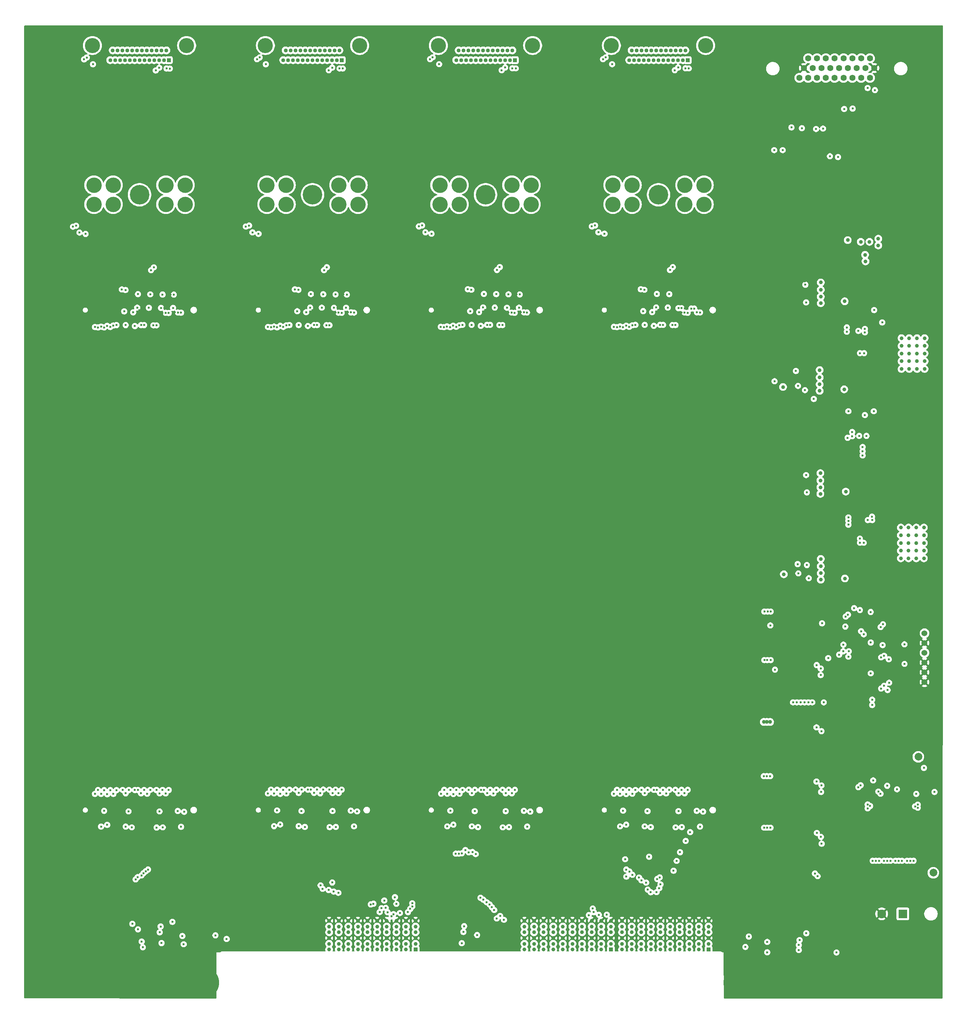
<source format=gbr>
%TF.GenerationSoftware,KiCad,Pcbnew,9.0.4-9.0.4-0~ubuntu22.04.1*%
%TF.CreationDate,2025-12-27T11:22:28-05:00*%
%TF.ProjectId,psc_carrier_brd,7073635f-6361-4727-9269-65725f627264,rev?*%
%TF.SameCoordinates,Original*%
%TF.FileFunction,Copper,L9,Inr*%
%TF.FilePolarity,Positive*%
%FSLAX46Y46*%
G04 Gerber Fmt 4.6, Leading zero omitted, Abs format (unit mm)*
G04 Created by KiCad (PCBNEW 9.0.4-9.0.4-0~ubuntu22.04.1) date 2025-12-27 11:22:28*
%MOMM*%
%LPD*%
G01*
G04 APERTURE LIST*
%TA.AperFunction,ComponentPad*%
%ADD10C,7.500000*%
%TD*%
%TA.AperFunction,ComponentPad*%
%ADD11C,1.524000*%
%TD*%
%TA.AperFunction,ComponentPad*%
%ADD12R,1.000000X1.000000*%
%TD*%
%TA.AperFunction,ComponentPad*%
%ADD13C,1.000000*%
%TD*%
%TA.AperFunction,ComponentPad*%
%ADD14C,3.600000*%
%TD*%
%TA.AperFunction,ComponentPad*%
%ADD15C,4.000000*%
%TD*%
%TA.AperFunction,ComponentPad*%
%ADD16C,5.080000*%
%TD*%
%TA.AperFunction,ComponentPad*%
%ADD17C,2.000000*%
%TD*%
%TA.AperFunction,ComponentPad*%
%ADD18R,1.016000X1.016000*%
%TD*%
%TA.AperFunction,ComponentPad*%
%ADD19C,1.016000*%
%TD*%
%TA.AperFunction,ComponentPad*%
%ADD20C,3.937000*%
%TD*%
%TA.AperFunction,ComponentPad*%
%ADD21R,2.300000X2.300000*%
%TD*%
%TA.AperFunction,ComponentPad*%
%ADD22C,2.300000*%
%TD*%
%TA.AperFunction,ComponentPad*%
%ADD23C,1.600200*%
%TD*%
%TA.AperFunction,ViaPad*%
%ADD24C,0.600000*%
%TD*%
%TA.AperFunction,ViaPad*%
%ADD25C,1.000000*%
%TD*%
G04 APERTURE END LIST*
D10*
%TO.N,GND*%
%TO.C,MT24*%
X68780000Y-180000000D03*
%TD*%
%TO.N,GND*%
%TO.C,MT23*%
X299920000Y-180000000D03*
%TD*%
D11*
%TO.N,+18V*%
%TO.C,U1*%
X299200000Y-239040000D03*
%TO.N,GND*%
X299200000Y-241580000D03*
%TO.N,-18V*%
X299200000Y-244120000D03*
%TO.N,GND*%
X299200000Y-246660000D03*
X299200000Y-249200000D03*
X299200000Y-251740000D03*
%TD*%
D12*
%TO.N,/Ch4 Daughterboard/dcct.cnv*%
%TO.C,J1*%
X217624000Y-321284000D03*
D13*
%TO.N,/Ch4 Daughterboard/dcct.sdo1*%
X215124000Y-321284000D03*
%TO.N,/Ch4 Daughterboard/dac.syncn*%
X212624000Y-321284000D03*
%TO.N,/Ch4 Daughterboard/digio.out2*%
X210124000Y-321284000D03*
%TO.N,/Ch4 Daughterboard/digio.in2*%
X207624000Y-321284000D03*
%TO.N,unconnected-(J1-PadA6)*%
X205124000Y-321284000D03*
%TO.N,/Ch3 Daughterboard/dcct.sck*%
X202624000Y-321284000D03*
%TO.N,/Ch3 Daughterboard/dac.sclk*%
X200124000Y-321284000D03*
%TO.N,/Ch3 Daughterboard/digio.out0*%
X197624000Y-321284000D03*
%TO.N,/Ch3 Daughterboard/digio.in0*%
X195124000Y-321284000D03*
%TO.N,/Ch4 Daughterboard/dcct.busy*%
X217624000Y-319784000D03*
%TO.N,unconnected-(J1-PadB2)*%
X215124000Y-319784000D03*
%TO.N,unconnected-(J1-PadB3)*%
X212624000Y-319784000D03*
%TO.N,/Ch4 Daughterboard/digio.out3*%
X210124000Y-319784000D03*
%TO.N,/Ch4 Daughterboard/digio.in3*%
X207624000Y-319784000D03*
%TO.N,unconnected-(J1-PadB6)*%
X205124000Y-319784000D03*
%TO.N,/Ch3 Daughterboard/dcct.sdo0*%
X202624000Y-319784000D03*
%TO.N,/Ch3 Daughterboard/dac.sdin*%
X200124000Y-319784000D03*
%TO.N,/Ch3 Daughterboard/digio.out1*%
X197624000Y-319784000D03*
%TO.N,/Ch3 Daughterboard/digio.in1*%
X195124000Y-319784000D03*
%TO.N,GND*%
X217624000Y-318284000D03*
X215124000Y-318284000D03*
X212624000Y-318284000D03*
X210124000Y-318284000D03*
X207624000Y-318284000D03*
X205124000Y-318284000D03*
X202624000Y-318284000D03*
X200124000Y-318284000D03*
X197624000Y-318284000D03*
X195124000Y-318284000D03*
%TO.N,/Ch4 Daughterboard/dcct.sck*%
X217624000Y-316784000D03*
%TO.N,/Ch4 Daughterboard/dac.sclk*%
X215124000Y-316784000D03*
%TO.N,/Ch4 Daughterboard/digio.out0*%
X212624000Y-316784000D03*
%TO.N,/Ch4 Daughterboard/digio.in0*%
X210124000Y-316784000D03*
%TO.N,unconnected-(J1-PadC5)*%
X207624000Y-316784000D03*
%TO.N,/Ch3 Daughterboard/dcct.cnv*%
X205124000Y-316784000D03*
%TO.N,/Ch3 Daughterboard/dcct.sdo1*%
X202624000Y-316784000D03*
%TO.N,/Ch3 Daughterboard/dac.syncn*%
X200124000Y-316784000D03*
%TO.N,/Ch3 Daughterboard/digio.out2*%
X197624000Y-316784000D03*
%TO.N,/Ch3 Daughterboard/digio.in2*%
X195124000Y-316784000D03*
%TO.N,/Ch4 Daughterboard/dcct.sdo0*%
X217624000Y-315284000D03*
%TO.N,/Ch4 Daughterboard/dac.sdin*%
X215124000Y-315284000D03*
%TO.N,/Ch4 Daughterboard/digio.out1*%
X212624000Y-315284000D03*
%TO.N,/Ch4 Daughterboard/digio.in1*%
X210124000Y-315284000D03*
%TO.N,unconnected-(J1-PadD5)*%
X207624000Y-315284000D03*
%TO.N,/Ch3 Daughterboard/dcct.busy*%
X205124000Y-315284000D03*
%TO.N,unconnected-(J1-PadD7)*%
X202624000Y-315284000D03*
%TO.N,unconnected-(J1-PadD8)*%
X200124000Y-315284000D03*
%TO.N,/Ch3 Daughterboard/digio.out3*%
X197624000Y-315284000D03*
%TO.N,/Ch3 Daughterboard/digio.in3*%
X195124000Y-315284000D03*
%TO.N,GND*%
X217624000Y-313784000D03*
X215124000Y-313784000D03*
X212624000Y-313784000D03*
X210124000Y-313784000D03*
X207624000Y-313784000D03*
X205124000Y-313784000D03*
X202624000Y-313784000D03*
X200124000Y-313784000D03*
X197624000Y-313784000D03*
X195124000Y-313784000D03*
%TD*%
D14*
%TO.N,GND*%
%TO.C,MT11*%
X125000000Y-145000000D03*
%TD*%
D15*
%TO.N,/Ch3 Burden Resistor/Iin0.dcct+*%
%TO.C,U17*%
X173142000Y-122500000D03*
%TO.N,/Ch3 Burden Resistor/Vout0.dcct+*%
X178142000Y-122500000D03*
%TO.N,/Ch3 Burden Resistor/Vout0.dcct-*%
X191858000Y-122500000D03*
%TO.N,/Ch3 Burden Resistor/Iin0.dcct-*%
X196858000Y-122500000D03*
%TO.N,/Ch3 Burden Resistor/Iin1.dcct+*%
X173142000Y-127500000D03*
%TO.N,/Ch3 Burden Resistor/Vout1.dcct+*%
X178142000Y-127500000D03*
%TO.N,/Ch3 Burden Resistor/Vout1.dcct-*%
X191858000Y-127500000D03*
%TO.N,/Ch3 Burden Resistor/Iin1.dcct-*%
X196858000Y-127500000D03*
D16*
%TO.N,N/C*%
X185000000Y-125000000D03*
%TD*%
D10*
%TO.N,GND*%
%TO.C,MT2*%
X111960000Y-329920000D03*
%TD*%
D14*
%TO.N,GND*%
%TO.C,MT21*%
X214866500Y-295000000D03*
%TD*%
D15*
%TO.N,/Ch2 Burden Resistor/Iin0.dcct+*%
%TO.C,U16*%
X128142000Y-122500000D03*
%TO.N,/Ch2 Burden Resistor/Vout0.dcct+*%
X133142000Y-122500000D03*
%TO.N,/Ch2 Burden Resistor/Vout0.dcct-*%
X146858000Y-122500000D03*
%TO.N,/Ch2 Burden Resistor/Iin0.dcct-*%
X151858000Y-122500000D03*
%TO.N,/Ch2 Burden Resistor/Iin1.dcct+*%
X128142000Y-127500000D03*
%TO.N,/Ch2 Burden Resistor/Vout1.dcct+*%
X133142000Y-127500000D03*
%TO.N,/Ch2 Burden Resistor/Vout1.dcct-*%
X146858000Y-127500000D03*
%TO.N,/Ch2 Burden Resistor/Iin1.dcct-*%
X151858000Y-127500000D03*
D16*
%TO.N,N/C*%
X140000000Y-125000000D03*
%TD*%
D14*
%TO.N,GND*%
%TO.C,MT22*%
X245000000Y-295000000D03*
%TD*%
%TO.N,GND*%
%TO.C,MT14*%
X155000000Y-295000000D03*
%TD*%
%TO.N,GND*%
%TO.C,MT9*%
X80000000Y-295000000D03*
%TD*%
D15*
%TO.N,/Ch1 Burden Resistor/Iin0.dcct+*%
%TO.C,U15*%
X83142000Y-122500000D03*
%TO.N,/Ch1 Burden Resistor/Vout0.dcct+*%
X88142000Y-122500000D03*
%TO.N,/Ch1 Burden Resistor/Vout0.dcct-*%
X101858000Y-122500000D03*
%TO.N,/Ch1 Burden Resistor/Iin0.dcct-*%
X106858000Y-122500000D03*
%TO.N,/Ch1 Burden Resistor/Iin1.dcct+*%
X83142000Y-127500000D03*
%TO.N,/Ch1 Burden Resistor/Vout1.dcct+*%
X88142000Y-127500000D03*
%TO.N,/Ch1 Burden Resistor/Vout1.dcct-*%
X101858000Y-127500000D03*
%TO.N,/Ch1 Burden Resistor/Iin1.dcct-*%
X106858000Y-127500000D03*
D16*
%TO.N,N/C*%
X95000000Y-125000000D03*
%TD*%
D14*
%TO.N,GND*%
%TO.C,MT17*%
X170000000Y-295000000D03*
%TD*%
D10*
%TO.N,GND*%
%TO.C,MT4*%
X299920000Y-85000000D03*
%TD*%
D14*
%TO.N,GND*%
%TO.C,MT18*%
X200000000Y-295000000D03*
%TD*%
D17*
%TO.N,+5.0V*%
%TO.C,TP2*%
X301500000Y-301300000D03*
%TD*%
D10*
%TO.N,GND*%
%TO.C,MT5*%
X299920000Y-329920000D03*
%TD*%
D14*
%TO.N,GND*%
%TO.C,MT16*%
X200000000Y-145000000D03*
%TD*%
D10*
%TO.N,GND*%
%TO.C,MT6*%
X68780000Y-85000000D03*
%TD*%
D18*
%TO.N,/Ch2 Daughterboard/reg.out+*%
%TO.C,J11*%
X147620000Y-90000000D03*
D19*
%TO.N,unconnected-(J11-Pad2)*%
X146350000Y-90000000D03*
%TO.N,/Ch2 Daughterboard/ps.vout+*%
X145080000Y-90000000D03*
%TO.N,/Ch2 Daughterboard/ps.ignd+*%
X143810000Y-90000000D03*
%TO.N,/Ch2 Daughterboard/ps.spare+*%
X142540000Y-90000000D03*
%TO.N,unconnected-(J11-Pad6)*%
X141270000Y-90000000D03*
%TO.N,/Ch2 Daughterboard/digout.on1*%
X140000000Y-90000000D03*
%TO.N,/Ch2 Daughterboard/digout.on2*%
X138730000Y-90000000D03*
%TO.N,/Ch2 Daughterboard/digout.reset*%
X137460000Y-90000000D03*
%TO.N,/Ch2 Daughterboard/digout.spare*%
X136190000Y-90000000D03*
%TO.N,/Ch2 Daughterboard/digout.rtn*%
X134920000Y-90000000D03*
X133650000Y-90000000D03*
%TO.N,unconnected-(J11-Pad13)*%
X132380000Y-90000000D03*
%TO.N,/Ch2 Daughterboard/reg.out-*%
X146985000Y-87460000D03*
%TO.N,unconnected-(J11-Pad15)*%
X145715000Y-87460000D03*
%TO.N,/Ch2 Daughterboard/ps.vout-*%
X144445000Y-87460000D03*
%TO.N,/Ch2 Daughterboard/ps.ignd-*%
X143175000Y-87460000D03*
%TO.N,/Ch2 Daughterboard/ps.spare-*%
X141905000Y-87460000D03*
%TO.N,unconnected-(J11-Pad19)*%
X140635000Y-87460000D03*
%TO.N,/Ch2 Daughterboard/digin.acon*%
X139365000Y-87460000D03*
%TO.N,/Ch2 Daughterboard/digin.flt1*%
X138095000Y-87460000D03*
%TO.N,/Ch2 Daughterboard/digin.flt2*%
X136825000Y-87460000D03*
%TO.N,/Ch2 Daughterboard/digin.spare*%
X135555000Y-87460000D03*
%TO.N,/Ch2 Daughterboard/digin.rtn*%
X134285000Y-87460000D03*
X133015000Y-87460000D03*
D20*
%TO.N,N/C*%
X127744500Y-86190000D03*
X152255500Y-86190000D03*
%TD*%
D18*
%TO.N,/Ch4 Daughterboard/reg.out+*%
%TO.C,J17*%
X237620000Y-90000000D03*
D19*
%TO.N,unconnected-(J17-Pad2)*%
X236350000Y-90000000D03*
%TO.N,/Ch4 Daughterboard/ps.vout+*%
X235080000Y-90000000D03*
%TO.N,/Ch4 Daughterboard/ps.ignd+*%
X233810000Y-90000000D03*
%TO.N,/Ch4 Daughterboard/ps.spare+*%
X232540000Y-90000000D03*
%TO.N,unconnected-(J17-Pad6)*%
X231270000Y-90000000D03*
%TO.N,/Ch4 Daughterboard/digout.on1*%
X230000000Y-90000000D03*
%TO.N,/Ch4 Daughterboard/digout.on2*%
X228730000Y-90000000D03*
%TO.N,/Ch4 Daughterboard/digout.reset*%
X227460000Y-90000000D03*
%TO.N,/Ch4 Daughterboard/digout.spare*%
X226190000Y-90000000D03*
%TO.N,/Ch4 Daughterboard/digout.rtn*%
X224920000Y-90000000D03*
X223650000Y-90000000D03*
%TO.N,unconnected-(J17-Pad13)*%
X222380000Y-90000000D03*
%TO.N,/Ch4 Daughterboard/reg.out-*%
X236985000Y-87460000D03*
%TO.N,unconnected-(J17-Pad15)*%
X235715000Y-87460000D03*
%TO.N,/Ch4 Daughterboard/ps.vout-*%
X234445000Y-87460000D03*
%TO.N,/Ch4 Daughterboard/ps.ignd-*%
X233175000Y-87460000D03*
%TO.N,/Ch4 Daughterboard/ps.spare-*%
X231905000Y-87460000D03*
%TO.N,unconnected-(J17-Pad19)*%
X230635000Y-87460000D03*
%TO.N,/Ch4 Daughterboard/digin.acon*%
X229365000Y-87460000D03*
%TO.N,/Ch4 Daughterboard/digin.flt1*%
X228095000Y-87460000D03*
%TO.N,/Ch4 Daughterboard/digin.flt2*%
X226825000Y-87460000D03*
%TO.N,/Ch4 Daughterboard/digin.spare*%
X225555000Y-87460000D03*
%TO.N,/Ch4 Daughterboard/digin.rtn*%
X224285000Y-87460000D03*
X223015000Y-87460000D03*
D20*
%TO.N,N/C*%
X217744500Y-86190000D03*
X242255500Y-86190000D03*
%TD*%
D14*
%TO.N,GND*%
%TO.C,MT20*%
X245000000Y-145000000D03*
%TD*%
D12*
%TO.N,/Ch2 Daughterboard/dcct.cnv*%
%TO.C,J2*%
X166824000Y-321284000D03*
D13*
%TO.N,/Ch2 Daughterboard/dcct.sdo1*%
X164324000Y-321284000D03*
%TO.N,/Ch2 Daughterboard/dac.syncn*%
X161824000Y-321284000D03*
%TO.N,/Ch2 Daughterboard/digio.out2*%
X159324000Y-321284000D03*
%TO.N,/Ch2 Daughterboard/digio.in2*%
X156824000Y-321284000D03*
%TO.N,unconnected-(J2-PadA6)*%
X154324000Y-321284000D03*
%TO.N,/Ch1 Daughterboard/dcct.sck*%
X151824000Y-321284000D03*
%TO.N,/Ch1 Daughterboard/dac.sclk*%
X149324000Y-321284000D03*
%TO.N,/Ch1 Daughterboard/digio.out0*%
X146824000Y-321284000D03*
%TO.N,/Ch1 Daughterboard/digio.in0*%
X144324000Y-321284000D03*
%TO.N,/Ch2 Daughterboard/dcct.busy*%
X166824000Y-319784000D03*
%TO.N,unconnected-(J2-PadB2)*%
X164324000Y-319784000D03*
%TO.N,unconnected-(J2-PadB3)*%
X161824000Y-319784000D03*
%TO.N,/Ch2 Daughterboard/digio.out3*%
X159324000Y-319784000D03*
%TO.N,/Ch2 Daughterboard/digio.in3*%
X156824000Y-319784000D03*
%TO.N,unconnected-(J2-PadB6)*%
X154324000Y-319784000D03*
%TO.N,/Ch1 Daughterboard/dcct.sdo0*%
X151824000Y-319784000D03*
%TO.N,/Ch1 Daughterboard/dac.sdin*%
X149324000Y-319784000D03*
%TO.N,/Ch1 Daughterboard/digio.out1*%
X146824000Y-319784000D03*
%TO.N,/Ch1 Daughterboard/digio.in1*%
X144324000Y-319784000D03*
%TO.N,GND*%
X166824000Y-318284000D03*
X164324000Y-318284000D03*
X161824000Y-318284000D03*
X159324000Y-318284000D03*
X156824000Y-318284000D03*
X154324000Y-318284000D03*
X151824000Y-318284000D03*
X149324000Y-318284000D03*
X146824000Y-318284000D03*
X144324000Y-318284000D03*
%TO.N,/Ch2 Daughterboard/dcct.sck*%
X166824000Y-316784000D03*
%TO.N,/Ch2 Daughterboard/dac.sclk*%
X164324000Y-316784000D03*
%TO.N,/Ch2 Daughterboard/digio.out0*%
X161824000Y-316784000D03*
%TO.N,/Ch2 Daughterboard/digio.in0*%
X159324000Y-316784000D03*
%TO.N,unconnected-(J2-PadC5)*%
X156824000Y-316784000D03*
%TO.N,/Ch1 Daughterboard/dcct.cnv*%
X154324000Y-316784000D03*
%TO.N,/Ch1 Daughterboard/dcct.sdo1*%
X151824000Y-316784000D03*
%TO.N,/Ch1 Daughterboard/dac.syncn*%
X149324000Y-316784000D03*
%TO.N,/Ch1 Daughterboard/digio.out2*%
X146824000Y-316784000D03*
%TO.N,/Ch1 Daughterboard/digio.in2*%
X144324000Y-316784000D03*
%TO.N,/Ch2 Daughterboard/dcct.sdo0*%
X166824000Y-315284000D03*
%TO.N,/Ch2 Daughterboard/dac.sdin*%
X164324000Y-315284000D03*
%TO.N,/Ch2 Daughterboard/digio.out1*%
X161824000Y-315284000D03*
%TO.N,/Ch2 Daughterboard/digio.in1*%
X159324000Y-315284000D03*
%TO.N,unconnected-(J2-PadD5)*%
X156824000Y-315284000D03*
%TO.N,/Ch1 Daughterboard/dcct.busy*%
X154324000Y-315284000D03*
%TO.N,unconnected-(J2-PadD7)*%
X151824000Y-315284000D03*
%TO.N,unconnected-(J2-PadD8)*%
X149324000Y-315284000D03*
%TO.N,/Ch1 Daughterboard/digio.out3*%
X146824000Y-315284000D03*
%TO.N,/Ch1 Daughterboard/digio.in3*%
X144324000Y-315284000D03*
%TO.N,GND*%
X166824000Y-313784000D03*
X164324000Y-313784000D03*
X161824000Y-313784000D03*
X159324000Y-313784000D03*
X156824000Y-313784000D03*
X154324000Y-313784000D03*
X151824000Y-313784000D03*
X149324000Y-313784000D03*
X146824000Y-313784000D03*
X144324000Y-313784000D03*
%TD*%
D14*
%TO.N,GND*%
%TO.C,MT8*%
X110000000Y-145000000D03*
%TD*%
%TO.N,GND*%
%TO.C,MT19*%
X215000000Y-145000000D03*
%TD*%
D10*
%TO.N,GND*%
%TO.C,MT3*%
X250644000Y-329920000D03*
%TD*%
D21*
%TO.N,+5.0V*%
%TO.C,J4*%
X293570000Y-312000000D03*
D22*
%TO.N,GND*%
X288070000Y-312000000D03*
%TD*%
D15*
%TO.N,/Ch4 Burden Resistor/Iin0.dcct+*%
%TO.C,U18*%
X218142000Y-122500000D03*
%TO.N,/Ch4 Burden Resistor/Vout0.dcct+*%
X223142000Y-122500000D03*
%TO.N,/Ch4 Burden Resistor/Vout0.dcct-*%
X236858000Y-122500000D03*
%TO.N,/Ch4 Burden Resistor/Iin0.dcct-*%
X241858000Y-122500000D03*
%TO.N,/Ch4 Burden Resistor/Iin1.dcct+*%
X218142000Y-127500000D03*
%TO.N,/Ch4 Burden Resistor/Vout1.dcct+*%
X223142000Y-127500000D03*
%TO.N,/Ch4 Burden Resistor/Vout1.dcct-*%
X236858000Y-127500000D03*
%TO.N,/Ch4 Burden Resistor/Iin1.dcct-*%
X241858000Y-127500000D03*
D16*
%TO.N,N/C*%
X230000000Y-125000000D03*
%TD*%
D14*
%TO.N,GND*%
%TO.C,MT15*%
X170000000Y-145000000D03*
%TD*%
D12*
%TO.N,/DCCT Fault Logic/dcct_flt_buf.12*%
%TO.C,J3*%
X243024000Y-321284000D03*
D13*
%TO.N,unconnected-(J3-PadA2)*%
X240524000Y-321284000D03*
%TO.N,/Ch4 Daughterboard/mon.busy*%
X238024000Y-321284000D03*
%TO.N,unconnected-(J3-PadA4)*%
X235524000Y-321284000D03*
%TO.N,/Ch3 Daughterboard/mon.busy*%
X233024000Y-321284000D03*
%TO.N,unconnected-(J3-PadA6)*%
X230524000Y-321284000D03*
%TO.N,/Ch2 Daughterboard/mon.busy*%
X228024000Y-321284000D03*
%TO.N,unconnected-(J3-PadA8)*%
X225524000Y-321284000D03*
%TO.N,/Ch1 Daughterboard/mon.busy*%
X223024000Y-321284000D03*
%TO.N,unconnected-(J3-PadA10)*%
X220524000Y-321284000D03*
%TO.N,/DCCT Fault Logic/dcct_flt_buf.34*%
X243024000Y-319784000D03*
%TO.N,unconnected-(J3-PadB2)*%
X240524000Y-319784000D03*
%TO.N,/Ch4 Daughterboard/mon.fs*%
X238024000Y-319784000D03*
%TO.N,unconnected-(J3-PadB4)*%
X235524000Y-319784000D03*
%TO.N,/Ch3 Daughterboard/mon.fs*%
X233024000Y-319784000D03*
%TO.N,unconnected-(J3-PadB6)*%
X230524000Y-319784000D03*
%TO.N,/Ch2 Daughterboard/mon.fs*%
X228024000Y-319784000D03*
%TO.N,unconnected-(J3-PadB8)*%
X225524000Y-319784000D03*
%TO.N,/Ch1 Daughterboard/mon.fs*%
X223024000Y-319784000D03*
%TO.N,unconnected-(J3-PadB10)*%
X220524000Y-319784000D03*
%TO.N,GND*%
X243024000Y-318284000D03*
X240524000Y-318284000D03*
X238024000Y-318284000D03*
X235524000Y-318284000D03*
X233024000Y-318284000D03*
X230524000Y-318284000D03*
X228024000Y-318284000D03*
X225524000Y-318284000D03*
X223024000Y-318284000D03*
X220524000Y-318284000D03*
%TO.N,/DCCT Fault Logic/dcct_flt_buf.56*%
X243024000Y-316784000D03*
%TO.N,/Ch4 Daughterboard/mon.reset*%
X240524000Y-316784000D03*
%TO.N,/Ch4 Daughterboard/mon.sdo*%
X238024000Y-316784000D03*
%TO.N,/Ch3 Daughterboard/mon.reset*%
X235524000Y-316784000D03*
%TO.N,/Ch3 Daughterboard/mon.sdo*%
X233024000Y-316784000D03*
%TO.N,/Ch2 Daughterboard/mon.reset*%
X230524000Y-316784000D03*
%TO.N,/Ch2 Daughterboard/mon.sdo*%
X228024000Y-316784000D03*
%TO.N,/Ch1 Daughterboard/mon.reset*%
X225524000Y-316784000D03*
%TO.N,/Ch1 Daughterboard/mon.sdo*%
X223024000Y-316784000D03*
%TO.N,/regulators/i2c_sda*%
X220524000Y-316784000D03*
%TO.N,/DCCT Fault Logic/dcct_flt_buf.78*%
X243024000Y-315284000D03*
%TO.N,/Ch4 Daughterboard/mon.cnvrt*%
X240524000Y-315284000D03*
%TO.N,/Ch4 Daughterboard/mon.sclk*%
X238024000Y-315284000D03*
%TO.N,/Ch3 Daughterboard/mon.cnvrt*%
X235524000Y-315284000D03*
%TO.N,/Ch3 Daughterboard/mon.sclk*%
X233024000Y-315284000D03*
%TO.N,/Ch2 Daughterboard/mon.cnvrt*%
X230524000Y-315284000D03*
%TO.N,/Ch2 Daughterboard/mon.sclk*%
X228024000Y-315284000D03*
%TO.N,/Ch1 Daughterboard/mon.cnvrt*%
X225524000Y-315284000D03*
%TO.N,/Ch1 Daughterboard/mon.sclk*%
X223024000Y-315284000D03*
%TO.N,/regulators/i2c_scl*%
X220524000Y-315284000D03*
%TO.N,GND*%
X243024000Y-313784000D03*
X240524000Y-313784000D03*
X238024000Y-313784000D03*
X235524000Y-313784000D03*
X233024000Y-313784000D03*
X230524000Y-313784000D03*
X228024000Y-313784000D03*
X225524000Y-313784000D03*
X223024000Y-313784000D03*
X220524000Y-313784000D03*
%TD*%
D14*
%TO.N,GND*%
%TO.C,MT13*%
X125100000Y-295000000D03*
%TD*%
D17*
%TO.N,Net-(Q1-G)*%
%TO.C,TP1*%
X297600000Y-271150000D03*
%TD*%
D14*
%TO.N,GND*%
%TO.C,MT10*%
X110000000Y-295000000D03*
%TD*%
%TO.N,GND*%
%TO.C,MT7*%
X80000000Y-145000000D03*
%TD*%
D18*
%TO.N,/Ch3 Daughterboard/reg.out+*%
%TO.C,J14*%
X192620000Y-90000000D03*
D19*
%TO.N,unconnected-(J14-Pad2)*%
X191350000Y-90000000D03*
%TO.N,/Ch3 Daughterboard/ps.vout+*%
X190080000Y-90000000D03*
%TO.N,/Ch3 Daughterboard/ps.ignd+*%
X188810000Y-90000000D03*
%TO.N,/Ch3 Daughterboard/ps.spare+*%
X187540000Y-90000000D03*
%TO.N,unconnected-(J14-Pad6)*%
X186270000Y-90000000D03*
%TO.N,/Ch3 Daughterboard/digout.on1*%
X185000000Y-90000000D03*
%TO.N,/Ch3 Daughterboard/digout.on2*%
X183730000Y-90000000D03*
%TO.N,/Ch3 Daughterboard/digout.reset*%
X182460000Y-90000000D03*
%TO.N,/Ch3 Daughterboard/digout.spare*%
X181190000Y-90000000D03*
%TO.N,/Ch3 Daughterboard/digout.rtn*%
X179920000Y-90000000D03*
X178650000Y-90000000D03*
%TO.N,unconnected-(J14-Pad13)*%
X177380000Y-90000000D03*
%TO.N,/Ch3 Daughterboard/reg.out-*%
X191985000Y-87460000D03*
%TO.N,unconnected-(J14-Pad15)*%
X190715000Y-87460000D03*
%TO.N,/Ch3 Daughterboard/ps.vout-*%
X189445000Y-87460000D03*
%TO.N,/Ch3 Daughterboard/ps.ignd-*%
X188175000Y-87460000D03*
%TO.N,/Ch3 Daughterboard/ps.spare-*%
X186905000Y-87460000D03*
%TO.N,unconnected-(J14-Pad19)*%
X185635000Y-87460000D03*
%TO.N,/Ch3 Daughterboard/digin.acon*%
X184365000Y-87460000D03*
%TO.N,/Ch3 Daughterboard/digin.flt1*%
X183095000Y-87460000D03*
%TO.N,/Ch3 Daughterboard/digin.flt2*%
X181825000Y-87460000D03*
%TO.N,/Ch3 Daughterboard/digin.spare*%
X180555000Y-87460000D03*
%TO.N,/Ch3 Daughterboard/digin.rtn*%
X179285000Y-87460000D03*
X178015000Y-87460000D03*
D20*
%TO.N,N/C*%
X172744500Y-86190000D03*
X197255500Y-86190000D03*
%TD*%
D14*
%TO.N,GND*%
%TO.C,MT12*%
X155000000Y-145000000D03*
%TD*%
D18*
%TO.N,/Ch1 Daughterboard/reg.out+*%
%TO.C,J8*%
X102620000Y-90000000D03*
D19*
%TO.N,unconnected-(J8-Pad2)*%
X101350000Y-90000000D03*
%TO.N,/Ch1 Daughterboard/ps.vout+*%
X100080000Y-90000000D03*
%TO.N,/Ch1 Daughterboard/ps.ignd+*%
X98810000Y-90000000D03*
%TO.N,/Ch1 Daughterboard/ps.spare+*%
X97540000Y-90000000D03*
%TO.N,unconnected-(J8-Pad6)*%
X96270000Y-90000000D03*
%TO.N,/Ch1 Daughterboard/digout.on1*%
X95000000Y-90000000D03*
%TO.N,/Ch1 Daughterboard/digout.on2*%
X93730000Y-90000000D03*
%TO.N,/Ch1 Daughterboard/digout.reset*%
X92460000Y-90000000D03*
%TO.N,/Ch1 Daughterboard/digout.spare*%
X91190000Y-90000000D03*
%TO.N,/Ch1 Daughterboard/digout.rtn*%
X89920000Y-90000000D03*
X88650000Y-90000000D03*
%TO.N,unconnected-(J8-Pad13)*%
X87380000Y-90000000D03*
%TO.N,/Ch1 Daughterboard/reg.out-*%
X101985000Y-87460000D03*
%TO.N,unconnected-(J8-Pad15)*%
X100715000Y-87460000D03*
%TO.N,/Ch1 Daughterboard/ps.vout-*%
X99445000Y-87460000D03*
%TO.N,/Ch1 Daughterboard/ps.ignd-*%
X98175000Y-87460000D03*
%TO.N,/Ch1 Daughterboard/ps.spare-*%
X96905000Y-87460000D03*
%TO.N,unconnected-(J8-Pad19)*%
X95635000Y-87460000D03*
%TO.N,/Ch1 Daughterboard/digin.acon*%
X94365000Y-87460000D03*
%TO.N,/Ch1 Daughterboard/digin.flt1*%
X93095000Y-87460000D03*
%TO.N,/Ch1 Daughterboard/digin.flt2*%
X91825000Y-87460000D03*
%TO.N,/Ch1 Daughterboard/digin.spare*%
X90555000Y-87460000D03*
%TO.N,/Ch1 Daughterboard/digin.rtn*%
X89285000Y-87460000D03*
X88015000Y-87460000D03*
D20*
%TO.N,N/C*%
X82744500Y-86190000D03*
X107255500Y-86190000D03*
%TD*%
D10*
%TO.N,GND*%
%TO.C,MT1*%
X68780000Y-329920000D03*
%TD*%
D23*
%TO.N,+15V_DCCT*%
%TO.C,J7*%
X285000000Y-94600000D03*
%TO.N,/Ch1 Burden Resistor/Iin0.dcct+*%
X282714000Y-94600000D03*
%TO.N,/Ch1 Burden Resistor/Iin1.dcct+*%
X280428000Y-94600000D03*
%TO.N,/Ch2 Burden Resistor/Iin0.dcct+*%
X278142000Y-94600000D03*
%TO.N,/DCCT Fault Logic/dcct_flt.12*%
X275830600Y-94600000D03*
%TO.N,/Ch4 Burden Resistor/Iin0.dcct+*%
X273544600Y-94600000D03*
%TO.N,/Ch3 Burden Resistor/Iin1.dcct+*%
X271258600Y-94600000D03*
%TO.N,/Ch3 Burden Resistor/Iin0.dcct+*%
X268972600Y-94600000D03*
%TO.N,+15V_DCCT*%
X266686600Y-94600000D03*
%TO.N,GND*%
X286143000Y-92060000D03*
%TO.N,/Ch1 Burden Resistor/Iin0.dcct-*%
X283857000Y-92060000D03*
%TO.N,/Ch1 Burden Resistor/Iin1.dcct-*%
X281571000Y-92060000D03*
%TO.N,/Ch2 Burden Resistor/Iin0.dcct-*%
X279259600Y-92060000D03*
%TO.N,/DCCT Fault Logic/dcct_flt.34*%
X276973600Y-92060000D03*
%TO.N,/Ch4 Burden Resistor/Iin0.dcct-*%
X274687600Y-92060000D03*
%TO.N,/Ch3 Burden Resistor/Iin1.dcct-*%
X272401600Y-92060000D03*
%TO.N,/Ch3 Burden Resistor/Iin0.dcct-*%
X270115600Y-92060000D03*
%TO.N,GND*%
X267829600Y-92060000D03*
%TO.N,-15V_DCCT*%
X285000000Y-89520000D03*
%TO.N,/Ch2 Burden Resistor/Iin1.dcct+*%
X282714000Y-89520000D03*
%TO.N,/Ch2 Burden Resistor/Iin1.dcct-*%
X280428000Y-89520000D03*
%TO.N,/DCCT Fault Logic/dcct_flt.56*%
X278142000Y-89520000D03*
%TO.N,/DCCT Fault Logic/dcct_flt.78*%
X275830600Y-89520000D03*
%TO.N,/Ch4 Burden Resistor/Iin1.dcct+*%
X273544600Y-89520000D03*
%TO.N,/Ch4 Burden Resistor/Iin1.dcct-*%
X271258600Y-89520000D03*
%TO.N,-15V_DCCT*%
X268972600Y-89520000D03*
%TD*%
D24*
%TO.N,GND*%
X268000000Y-193550000D03*
X268000000Y-194716000D03*
X268000000Y-192000000D03*
%TO.N,+5.0V*%
X273000000Y-257000000D03*
X270000000Y-257000000D03*
X269000000Y-257000000D03*
X268000000Y-257000000D03*
X267000000Y-257000000D03*
X266000000Y-257000000D03*
X265000000Y-257000000D03*
X272450000Y-293750000D03*
X272250000Y-291990000D03*
X271200000Y-290950000D03*
%TO.N,GND*%
X283200000Y-194350000D03*
X286950000Y-248400000D03*
X278000000Y-246300000D03*
X286399809Y-243769431D03*
X286500950Y-242729431D03*
X281025000Y-223625000D03*
X283225000Y-223325000D03*
X280950000Y-206300000D03*
X283100000Y-206900000D03*
X281000000Y-174450000D03*
X283125000Y-174075000D03*
X264750000Y-249800000D03*
X265500000Y-249800000D03*
X265450000Y-248350000D03*
X264650000Y-248350000D03*
X265100000Y-249045000D03*
X263750000Y-322000000D03*
X263750000Y-320600000D03*
X263700000Y-319350000D03*
X263650000Y-318000000D03*
X241650000Y-158900000D03*
X238350000Y-158850000D03*
X235200000Y-155750000D03*
X225200000Y-159050000D03*
X233150000Y-155600000D03*
X98050000Y-155550000D03*
%TO.N,+15V*%
X274150000Y-245500000D03*
%TO.N,*%
X284450000Y-209600000D03*
X285600000Y-209600000D03*
X285550000Y-208700000D03*
%TO.N,Net-(Q1-G)*%
X282000000Y-279050000D03*
%TO.N,Net-(U11-SYNC{slash}MODE)*%
X282600000Y-278550000D03*
X292050000Y-279600000D03*
%TO.N,GND*%
X283500000Y-276750000D03*
X284550000Y-278200000D03*
X285350000Y-278200000D03*
%TO.N,+5.0V*%
X285850000Y-277300000D03*
%TO.N,Net-(Q1-G)*%
X299050000Y-274050000D03*
X289500000Y-278700000D03*
%TO.N,+18V*%
X301800000Y-280300000D03*
%TO.N,GND*%
X298850000Y-275350000D03*
X289950000Y-272050000D03*
X287475000Y-274875000D03*
X291500000Y-274650000D03*
X293000000Y-274600000D03*
X296950000Y-279800000D03*
X296950000Y-278800000D03*
X296275000Y-282475000D03*
X293850000Y-282700000D03*
%TO.N,+18V*%
X297050000Y-280800000D03*
%TO.N,GND*%
X285400000Y-282450000D03*
X287850000Y-282500000D03*
%TO.N,+5.0V*%
X287750000Y-280750000D03*
X287200000Y-280200000D03*
%TO.N,+18V*%
X284400000Y-283550000D03*
X284400000Y-284550000D03*
X285050000Y-283950000D03*
X297450000Y-284400000D03*
X297450000Y-283600000D03*
X296750000Y-284050000D03*
%TO.N,GND*%
X258140000Y-271085000D03*
X260190000Y-269585000D03*
X261490000Y-268635000D03*
X267940000Y-268135000D03*
X269490000Y-269085000D03*
X271240000Y-269035000D03*
X290175000Y-283300000D03*
X138000000Y-280950000D03*
X194190000Y-155545000D03*
X150800000Y-280900000D03*
X146750000Y-285350000D03*
X239200000Y-281000000D03*
X143550000Y-285350000D03*
X148400000Y-285050000D03*
X225300000Y-154495000D03*
X149200000Y-289350000D03*
X194250000Y-281000000D03*
X230620000Y-150825000D03*
X224800000Y-280950000D03*
X282600000Y-133500000D03*
X90600000Y-285250000D03*
X258150000Y-285190000D03*
X194250000Y-289400000D03*
X188600000Y-285400000D03*
X233550000Y-285400000D03*
X142400000Y-158900000D03*
X136780000Y-150735000D03*
D25*
X264690000Y-292390000D03*
D24*
X101750000Y-285450000D03*
X187850000Y-289400000D03*
X289500000Y-303100000D03*
X258240000Y-298590000D03*
X103400000Y-281050000D03*
X271250000Y-283140000D03*
X141200000Y-289400000D03*
X224800000Y-150595000D03*
X268050000Y-240325000D03*
D25*
X267600000Y-143900000D03*
D24*
X145700000Y-159000000D03*
X275800000Y-321200000D03*
X260550000Y-240825000D03*
D25*
X294725000Y-148100000D03*
D24*
X266200000Y-198600000D03*
X260200000Y-283690000D03*
D25*
X298725000Y-142100000D03*
D24*
X193065000Y-150895000D03*
X228000000Y-281000000D03*
X240800000Y-280950000D03*
X261590000Y-296100000D03*
X140620000Y-150855000D03*
X129200000Y-285100000D03*
D25*
X292725000Y-148100000D03*
D24*
X98600000Y-154400000D03*
D25*
X299100000Y-190225000D03*
D24*
X260300000Y-253250000D03*
X183850000Y-285200000D03*
D25*
X296725000Y-140100000D03*
D24*
X90300000Y-154550000D03*
D25*
X298725000Y-140100000D03*
D24*
X282600000Y-151800000D03*
X236808205Y-154508205D03*
X134000000Y-285250000D03*
X283600000Y-156800000D03*
X283875000Y-153675000D03*
X242100000Y-154445000D03*
X194990000Y-154395000D03*
X259600000Y-297300000D03*
X256600000Y-283840000D03*
X104200000Y-281050000D03*
X146000000Y-155675000D03*
X290175000Y-281975000D03*
X137540000Y-151165000D03*
X240300000Y-154500000D03*
X89800000Y-289350000D03*
X258300000Y-242650000D03*
X268050000Y-252000000D03*
D25*
X294725000Y-146100000D03*
D24*
X147600000Y-289400000D03*
X134800000Y-280900000D03*
X197090000Y-154445000D03*
X184960000Y-154985000D03*
X269590000Y-296590000D03*
X152100000Y-154475000D03*
X263300000Y-235700000D03*
X269550000Y-252700000D03*
X192650000Y-289450000D03*
X101000000Y-155700000D03*
X96200000Y-289500000D03*
D25*
X267975000Y-215825000D03*
D24*
X180650000Y-285200000D03*
X146500000Y-154400000D03*
X266700000Y-316200000D03*
X271340000Y-296540000D03*
D25*
X264600000Y-278990000D03*
X269475000Y-220350000D03*
D24*
X264200000Y-276940000D03*
X261780000Y-289400000D03*
D25*
X293100000Y-192225000D03*
D24*
X261900000Y-252400000D03*
X282300000Y-202100000D03*
D25*
X283825000Y-213800000D03*
X295100000Y-192225000D03*
X292775000Y-144100000D03*
D24*
X95350000Y-285350000D03*
X284900000Y-134400000D03*
X91780000Y-150760000D03*
X178250000Y-289250000D03*
X137200000Y-154675000D03*
X151225000Y-151050000D03*
D25*
X264590000Y-264885000D03*
D24*
X266700000Y-322800000D03*
X195050000Y-281000000D03*
X89800000Y-150650000D03*
X232800000Y-289400000D03*
X138800000Y-285150000D03*
X173450000Y-289250000D03*
X188590000Y-154345000D03*
D25*
X293100000Y-198225000D03*
D24*
X196215000Y-151020000D03*
X94600000Y-289450000D03*
X239300000Y-159000000D03*
X239200000Y-289400000D03*
X99770000Y-151150000D03*
X139970000Y-155015000D03*
X286500000Y-302900000D03*
X219200000Y-285150000D03*
X97800000Y-289450000D03*
D25*
X298725000Y-148100000D03*
X292725000Y-146100000D03*
D24*
X285400000Y-238500000D03*
X233600000Y-154345000D03*
X190400000Y-158900000D03*
X267100000Y-196200000D03*
X292500000Y-303110000D03*
X281000000Y-203200000D03*
X287000000Y-235200000D03*
X143600000Y-280900000D03*
X149200000Y-280950000D03*
X224000000Y-285300000D03*
X267950000Y-282240000D03*
X262060000Y-240325000D03*
X105000000Y-154450000D03*
X83400000Y-289300000D03*
X180290000Y-154495000D03*
X149200000Y-155575000D03*
D25*
X297100000Y-190225000D03*
D24*
X133200000Y-289200000D03*
X268000000Y-185900000D03*
X268000000Y-187500000D03*
X106600000Y-281000000D03*
D25*
X264140000Y-262835000D03*
D24*
X269500000Y-283190000D03*
X142000000Y-285250000D03*
X269000000Y-171700000D03*
X190990000Y-155645000D03*
D25*
X293100000Y-196225000D03*
X299100000Y-198225000D03*
D24*
X94970000Y-155040000D03*
D25*
X297100000Y-198225000D03*
D24*
X262780000Y-234680000D03*
X230350000Y-285300000D03*
D25*
X267200000Y-159500000D03*
D24*
X174250000Y-285150000D03*
X150000000Y-280950000D03*
X193450000Y-285100000D03*
X98550000Y-285450000D03*
X268040000Y-295640000D03*
D25*
X261690000Y-261885000D03*
D24*
X179050000Y-285300000D03*
X142800000Y-289350000D03*
X286700000Y-234600000D03*
D25*
X293150000Y-194225000D03*
X289825000Y-213800000D03*
D24*
X264300000Y-290340000D03*
X104200000Y-289450000D03*
X148400000Y-159100000D03*
D25*
X296725000Y-144100000D03*
X267700000Y-136800000D03*
D24*
X92540000Y-151190000D03*
X143600000Y-154375000D03*
X259800000Y-241200000D03*
D25*
X293100000Y-190225000D03*
D24*
X259500000Y-283900000D03*
X195850000Y-280950000D03*
D25*
X268200000Y-208900000D03*
D24*
X264500000Y-246450000D03*
X268800000Y-174000000D03*
X185610000Y-150825000D03*
X262050000Y-245200000D03*
X188650000Y-280950000D03*
X218400000Y-289250000D03*
X151600000Y-280900000D03*
D25*
X283725000Y-144025000D03*
D24*
X227200000Y-154645000D03*
X132400000Y-285550000D03*
X281900000Y-156100000D03*
X93000000Y-281050000D03*
X185400000Y-285300000D03*
X260290000Y-297090000D03*
X180200000Y-158900000D03*
X97000000Y-285350000D03*
D25*
X297100000Y-194225000D03*
D24*
X151700000Y-159100000D03*
D25*
X294725000Y-144100000D03*
D24*
X224800000Y-289300000D03*
X268600000Y-200000000D03*
X179850000Y-280950000D03*
D25*
X296725000Y-146100000D03*
D24*
X97000000Y-155700000D03*
X269550000Y-240950000D03*
X281000000Y-152600000D03*
D25*
X292725000Y-142100000D03*
D24*
X291500000Y-283300000D03*
X90200000Y-159000000D03*
X191903205Y-154403205D03*
X128400000Y-289200000D03*
X88200000Y-289300000D03*
X148400000Y-280950000D03*
X139600000Y-289350000D03*
X182190000Y-154645000D03*
X135300000Y-154525000D03*
X286650000Y-251250000D03*
X231200000Y-289450000D03*
X233600000Y-280950000D03*
X92200000Y-154700000D03*
X106600000Y-158800000D03*
X103400000Y-285150000D03*
X266100000Y-148600000D03*
X105800000Y-281000000D03*
X95620000Y-150880000D03*
X191800000Y-285400000D03*
X102600000Y-289500000D03*
X98600000Y-281000000D03*
X186250000Y-289450000D03*
X101500000Y-154425000D03*
D25*
X297100000Y-192225000D03*
D24*
X238400000Y-285100000D03*
X196600000Y-158900000D03*
X268000000Y-186700000D03*
X290000000Y-243000000D03*
X184650000Y-289400000D03*
X182530000Y-151135000D03*
X89000000Y-285350000D03*
X226780000Y-150705000D03*
X135600000Y-285150000D03*
D25*
X295100000Y-196225000D03*
X296725000Y-148100000D03*
D24*
X105000000Y-281050000D03*
X258250000Y-254750000D03*
X187400000Y-159000000D03*
X291000000Y-155000000D03*
X107100000Y-154500000D03*
X291500000Y-281975000D03*
X225600000Y-285200000D03*
X140350000Y-285250000D03*
D25*
X298725000Y-144100000D03*
D24*
X84200000Y-285200000D03*
X229600000Y-289400000D03*
X89800000Y-281000000D03*
X286500000Y-235900000D03*
X237600000Y-289450000D03*
D25*
X284225000Y-164600000D03*
D24*
X186990000Y-155645000D03*
X228800000Y-285200000D03*
X193450000Y-281000000D03*
X87400000Y-285650000D03*
X238400000Y-281000000D03*
X271290000Y-241080000D03*
D25*
X294725000Y-140100000D03*
D24*
X193400000Y-159000000D03*
D25*
X290225000Y-164600000D03*
D24*
X287000000Y-232500000D03*
X238075000Y-150895000D03*
D25*
X296725000Y-142100000D03*
D24*
X268400000Y-150300000D03*
X106225000Y-151075000D03*
X263800000Y-176600000D03*
D25*
X264730000Y-293340000D03*
D24*
X285200000Y-254400000D03*
D25*
X264630000Y-265835000D03*
D24*
X183050000Y-281000000D03*
X142000000Y-155675000D03*
D25*
X299100000Y-196225000D03*
X264640000Y-279940000D03*
D24*
X103400000Y-158900000D03*
X256900000Y-297300000D03*
D25*
X295100000Y-194225000D03*
D24*
X222400000Y-285600000D03*
X295500000Y-303150000D03*
X187050000Y-285300000D03*
X269150000Y-222345000D03*
X241225000Y-151020000D03*
X240000000Y-281000000D03*
X234770000Y-151095000D03*
X264162500Y-225412500D03*
X103075000Y-150950000D03*
X189760000Y-151095000D03*
X150000000Y-154425000D03*
X268100000Y-147500000D03*
X179790000Y-150595000D03*
D25*
X292725000Y-140100000D03*
D24*
X256800000Y-241200000D03*
X100700000Y-159000000D03*
X275900000Y-319400000D03*
X135200000Y-159100000D03*
X284100000Y-184500000D03*
D25*
X294725000Y-142100000D03*
D24*
X134800000Y-289250000D03*
X227540000Y-151135000D03*
X236000000Y-155645000D03*
X144770000Y-151125000D03*
X104200000Y-155600000D03*
X232000000Y-155645000D03*
X134800000Y-150625000D03*
D25*
X295100000Y-190225000D03*
D24*
X223200000Y-289250000D03*
X282100000Y-183500000D03*
X93800000Y-285250000D03*
D25*
X299100000Y-192225000D03*
D24*
X148075000Y-150925000D03*
X177450000Y-285600000D03*
D25*
X299100000Y-194225000D03*
D24*
X271300000Y-252600000D03*
X261500000Y-282740000D03*
X286200000Y-239500000D03*
X261690000Y-276000000D03*
X232000000Y-285300000D03*
X196650000Y-280950000D03*
X286450000Y-245770950D03*
X236750000Y-285400000D03*
X283625000Y-204075000D03*
D25*
X267200000Y-166500000D03*
D24*
X266800000Y-235700000D03*
X241600000Y-280950000D03*
X181770000Y-150705000D03*
D25*
X298725000Y-146100000D03*
X295100000Y-198225000D03*
D24*
X179850000Y-289300000D03*
X229970000Y-154985000D03*
D25*
X297100000Y-196225000D03*
D24*
%TO.N,-15V*%
X97800000Y-150900000D03*
X187790000Y-150845000D03*
X142420000Y-154365000D03*
X187410000Y-154335000D03*
D25*
X272225000Y-219700000D03*
D24*
X232800000Y-150845000D03*
D25*
X272225000Y-221600000D03*
X272225000Y-225100000D03*
D24*
X97420000Y-154390000D03*
X272550000Y-236450000D03*
D25*
X272225000Y-223400000D03*
D24*
X142800000Y-150875000D03*
X232420000Y-154335000D03*
D25*
%TO.N,+15V*%
X272125000Y-199300000D03*
X272125000Y-202800000D03*
D24*
X184390000Y-154315000D03*
D25*
X272125000Y-201100000D03*
D24*
X94400000Y-154370000D03*
X184590000Y-150795000D03*
X229600000Y-150795000D03*
X229400000Y-154315000D03*
X139600000Y-150825000D03*
X272200000Y-248200000D03*
X139400000Y-154345000D03*
X271150200Y-247300000D03*
X272200000Y-249900000D03*
D25*
X272125000Y-197400000D03*
D24*
X94600000Y-150850000D03*
%TO.N,+5.3V*%
X257550000Y-246000000D03*
X235200000Y-154500000D03*
X101000000Y-150950000D03*
X282700000Y-238500000D03*
X145590000Y-154415000D03*
X258300000Y-246000000D03*
X259200000Y-246000000D03*
X236000000Y-154500000D03*
X100590000Y-154440000D03*
X190990000Y-150895000D03*
X190580000Y-154385000D03*
X146000000Y-150925000D03*
%TO.N,-5.3V*%
X239300000Y-154600000D03*
X259200000Y-233400000D03*
X148925000Y-150950000D03*
X257550000Y-233400000D03*
X103925000Y-150975000D03*
X103725000Y-154425000D03*
X258400000Y-233400000D03*
X148725000Y-154400000D03*
X238550000Y-154591981D03*
X193915000Y-150920000D03*
X193715000Y-154370000D03*
%TO.N,+5.0V*%
X272300000Y-280300000D03*
X288650000Y-298200000D03*
X99450000Y-289550000D03*
X189500000Y-289500000D03*
X100200000Y-285350000D03*
X287400000Y-298200000D03*
X271100000Y-263500000D03*
X289500000Y-298200000D03*
X236050000Y-289450000D03*
X292500000Y-298200000D03*
X234450000Y-289500000D03*
X272400000Y-264500000D03*
X296350000Y-298200000D03*
X101050000Y-289500000D03*
X291650000Y-298200000D03*
X144450000Y-289450000D03*
X145200000Y-285250000D03*
X295500000Y-298200000D03*
X294650000Y-298200000D03*
X271100000Y-277600000D03*
X293350000Y-298200000D03*
X285700000Y-298200000D03*
X272400000Y-278600000D03*
X290350000Y-298200000D03*
X286550000Y-298200000D03*
X235200000Y-285300000D03*
X146050000Y-289400000D03*
X190250000Y-285300000D03*
X191100000Y-289450000D03*
%TO.N,+3.3V*%
X285600000Y-257700000D03*
X268450000Y-317050000D03*
X138000000Y-289400000D03*
X285215600Y-249451330D03*
X285215600Y-241451330D03*
X227150000Y-285300000D03*
X137150000Y-285250000D03*
X226400000Y-289250000D03*
X288300000Y-242100000D03*
X181450000Y-289250000D03*
X182200000Y-285300000D03*
D25*
X259040000Y-262085000D03*
X258190000Y-262085000D03*
D24*
X93000000Y-289500000D03*
X183050000Y-289450000D03*
X136400000Y-289200000D03*
X92150000Y-285350000D03*
X285200000Y-233500000D03*
X91400000Y-289300000D03*
X228000000Y-289450000D03*
X285600000Y-256300000D03*
D25*
X257390000Y-262085000D03*
D24*
X290000000Y-251900000D03*
%TO.N,+1.8V*%
X258300000Y-289590000D03*
X131602000Y-288750000D03*
X175850000Y-285150000D03*
X220000000Y-289250000D03*
X85800000Y-285200000D03*
X86602000Y-288850000D03*
X85000000Y-289300000D03*
X130800000Y-285100000D03*
X130000000Y-289200000D03*
X220800000Y-285150000D03*
X176652000Y-288800000D03*
X257490000Y-289590000D03*
X259140000Y-289590000D03*
X221602000Y-288800000D03*
X175050000Y-289250000D03*
%TO.N,+18V*%
X280400000Y-187800000D03*
X284100000Y-187700000D03*
D25*
X287175000Y-136450000D03*
D24*
X286000000Y-181300000D03*
X279200000Y-188200000D03*
X293990000Y-241910000D03*
D25*
X282625000Y-137250000D03*
D24*
X294000000Y-247000000D03*
X278100000Y-242000000D03*
D25*
X287175000Y-138200000D03*
X284875000Y-137250000D03*
D24*
X280400000Y-186700000D03*
X282200000Y-187700000D03*
X283100000Y-190600000D03*
D25*
X283850000Y-142325000D03*
D24*
X283100000Y-191700000D03*
D25*
X279225000Y-136800000D03*
D24*
X283100000Y-192800000D03*
D25*
X283750000Y-140625000D03*
D24*
%TO.N,-18V*%
X279400000Y-210800000D03*
D25*
X299225000Y-164300000D03*
D24*
X283700000Y-160800000D03*
X279400000Y-209800000D03*
D25*
X293050000Y-211550000D03*
D24*
X279400000Y-208900000D03*
D25*
X293050000Y-217550000D03*
D24*
X289900000Y-245800000D03*
D25*
X297050000Y-213550000D03*
X293225000Y-162300000D03*
X297050000Y-217550000D03*
X295225000Y-170300000D03*
X295050000Y-217550000D03*
X295225000Y-164300000D03*
X297050000Y-211550000D03*
X295225000Y-162300000D03*
X293225000Y-164300000D03*
D24*
X282400000Y-214400000D03*
X282400000Y-166200000D03*
D25*
X297225000Y-170300000D03*
X295050000Y-219550000D03*
X295050000Y-211550000D03*
X299050000Y-211550000D03*
X293225000Y-166300000D03*
X297225000Y-164300000D03*
D24*
X283400000Y-215500000D03*
D25*
X299050000Y-213550000D03*
X295050000Y-215550000D03*
D24*
X283500000Y-166200000D03*
D25*
X297050000Y-215550000D03*
X299050000Y-215550000D03*
D24*
X279000000Y-160600000D03*
D25*
X295225000Y-166300000D03*
X297225000Y-162300000D03*
D24*
X282400000Y-215500000D03*
D25*
X293050000Y-215550000D03*
X299225000Y-162300000D03*
X297225000Y-168300000D03*
X299050000Y-219550000D03*
X299225000Y-168300000D03*
D24*
X283700000Y-159900000D03*
D25*
X299050000Y-217550000D03*
X299225000Y-166300000D03*
X293050000Y-219550000D03*
D24*
X282000000Y-160400000D03*
D25*
X293225000Y-168300000D03*
X297225000Y-166300000D03*
X295050000Y-213550000D03*
X297050000Y-219550000D03*
X293050000Y-213550000D03*
D24*
X279000000Y-159500000D03*
D25*
X295225000Y-168300000D03*
X299225000Y-170300000D03*
X293225000Y-170300000D03*
%TO.N,/regulators/+15v -15v DCCT Regulators/-15V_DCCT_REG*%
X278325000Y-175600000D03*
D24*
X266300000Y-174700000D03*
X270400000Y-178100000D03*
X265750000Y-170825000D03*
D25*
X262400000Y-175000000D03*
%TO.N,/regulators/+15v -15v DCCT Regulators/+15V_DCCT_REG*%
X278425000Y-152700000D03*
D24*
X268400000Y-153000000D03*
%TO.N,+5.0V*%
X268100000Y-175800000D03*
X269100000Y-224725000D03*
%TO.N,/regulators/+15v -15v PSC Regulators/-15V_PSC_REG*%
X266200000Y-221050000D03*
D25*
X262600000Y-223700000D03*
X278500000Y-224775000D03*
D24*
X266387500Y-223462500D03*
D25*
%TO.N,/regulators/+15v -15v PSC Regulators/+15V_PSC_REG*%
X278725000Y-202200000D03*
D24*
X268600000Y-202400000D03*
%TO.N,+2.5V*%
X257400000Y-276190000D03*
X104950000Y-285250000D03*
X105800000Y-289350000D03*
X151600000Y-285350000D03*
X240800000Y-289300000D03*
X241600000Y-285400000D03*
X195000000Y-285200000D03*
X196650000Y-285400000D03*
X258200000Y-276200000D03*
X195850000Y-289300000D03*
X150800000Y-289250000D03*
X239950000Y-285200000D03*
X259050000Y-276190000D03*
X149950000Y-285150000D03*
X106600000Y-285450000D03*
D25*
%TO.N,-15V_DCCT*%
X271925000Y-172500000D03*
X271925000Y-174300000D03*
X271925000Y-170600000D03*
X271925000Y-176000000D03*
D24*
X279400000Y-181300000D03*
D25*
%TO.N,+15V_DCCT*%
X272225000Y-149700000D03*
X272225000Y-147800000D03*
D24*
X286100000Y-155000000D03*
D25*
X272225000Y-151500000D03*
X272225000Y-153200000D03*
D24*
%TO.N,/regulators/+15v -15v DCCT Regulators/isense_-15v*%
X260200000Y-173500000D03*
X278700000Y-234700000D03*
%TO.N,/regulators/+15v -15v DCCT Regulators/isense_+15v*%
X279300000Y-234200000D03*
X268200000Y-148400000D03*
%TO.N,/regulators/+15v -15v PSC Regulators/isense_-15v*%
X282400000Y-233000000D03*
X268600000Y-221300000D03*
%TO.N,/regulators/+15v -15v PSC Regulators/isense_+15v*%
X280900000Y-232500000D03*
X268400000Y-197900000D03*
%TO.N,/regulators/i2c_scl*%
X270700000Y-301500000D03*
X288700000Y-244900000D03*
X288400000Y-236700000D03*
X288700000Y-252700000D03*
%TO.N,/regulators/i2c_sda*%
X289600000Y-253800000D03*
X287800000Y-237400000D03*
X287900000Y-253400000D03*
X287900000Y-245300000D03*
X271400000Y-302200000D03*
%TO.N,/regulators/+5VA regulator/+5.3Vout*%
X283400000Y-239300000D03*
X260300000Y-248500000D03*
%TO.N,/regulators/+5VA regulator/-5.3Vout*%
X278600000Y-237300000D03*
X259100000Y-237000000D03*
%TO.N,/Ch2 Daughterboard/mon.sdo*%
X146725000Y-306525000D03*
X142000000Y-280650000D03*
X229500000Y-306350000D03*
%TO.N,/Ch2 Daughterboard/mon.reset*%
X138800000Y-279700000D03*
X230200000Y-305325000D03*
X142625000Y-305475000D03*
%TO.N,/Ch2 Daughterboard/mon.sclk*%
X142800000Y-279675000D03*
X145150000Y-303850000D03*
X226800000Y-303875000D03*
%TO.N,/Ch2 Daughterboard/mon.busy*%
X227200000Y-305700000D03*
X144200000Y-305800000D03*
X140400000Y-280550000D03*
%TO.N,/Ch1 Daughterboard/mon.sdo*%
X96625000Y-300900000D03*
X222450000Y-301000000D03*
X97000000Y-280750000D03*
%TO.N,/Ch2 Daughterboard/mon.cnvrt*%
X139600000Y-279700000D03*
X142100000Y-304575000D03*
X230525000Y-304325000D03*
%TO.N,/Ch1 Daughterboard/mon.fs*%
X223225000Y-301850000D03*
X96025000Y-301425000D03*
X96200000Y-279800000D03*
%TO.N,/Ch1 Daughterboard/mon.cnvrt*%
X224950000Y-302575000D03*
X94500000Y-302450000D03*
X94600000Y-279800000D03*
%TO.N,/Ch2 Daughterboard/mon.fs*%
X227975000Y-306375000D03*
X145525000Y-306200000D03*
X141200000Y-279700000D03*
%TO.N,/Ch1 Daughterboard/mon.sclk*%
X97800000Y-279775000D03*
X221625000Y-300474000D03*
X97224000Y-300474000D03*
%TO.N,/Ch1 Daughterboard/mon.reset*%
X225575000Y-303305285D03*
X94000000Y-303025000D03*
X93800000Y-279800000D03*
%TO.N,/Ch1 Daughterboard/mon.busy*%
X95400000Y-280650000D03*
X221650000Y-302301000D03*
X95500000Y-302000000D03*
%TO.N,/Ch2 Daughterboard/dac.sclk*%
X162725000Y-311775000D03*
X135600000Y-279675000D03*
%TO.N,/Ch1 Daughterboard/digio.out1*%
X95575000Y-319200000D03*
X84200000Y-279800000D03*
%TO.N,/Ch2 Daughterboard/dcct.busy*%
X165975000Y-310050000D03*
X145200000Y-280600000D03*
%TO.N,/Ch2 Daughterboard/dcct.sck*%
X146000000Y-279700000D03*
X161450000Y-307663252D03*
%TO.N,/Ch2 Daughterboard/digio.in3*%
X134000000Y-279725000D03*
X155848832Y-309356690D03*
%TO.N,/Ch1 Daughterboard/dac.syncn*%
X103550000Y-314075000D03*
X92200000Y-279800000D03*
%TO.N,/Ch1 Daughterboard/dac.sdin*%
X106150000Y-317750000D03*
X91400000Y-280650000D03*
%TO.N,/Ch1 Daughterboard/digio.in0*%
X86600000Y-280900000D03*
%TO.N,/Ch2 Daughterboard/digio.in2*%
X133200000Y-280700000D03*
X155150000Y-309530000D03*
%TO.N,/Ch1 Daughterboard/dcct.sdo0*%
X101800000Y-280700000D03*
%TO.N,/Ch2 Daughterboard/digio.out1*%
X129200000Y-279700000D03*
X161075000Y-312075000D03*
%TO.N,/Ch1 Daughterboard/dcct.busy*%
X100200000Y-280700000D03*
X117675000Y-318525000D03*
%TO.N,/Ch2 Daughterboard/digio.in1*%
X132400000Y-279725000D03*
X159050000Y-310450000D03*
%TO.N,/Ch1 Daughterboard/dcct.sck*%
X101000000Y-279800000D03*
%TO.N,/Ch1 Daughterboard/dcct.cnv*%
X114750000Y-317588000D03*
X99400000Y-279800000D03*
%TO.N,/Ch1 Daughterboard/digio.in1*%
X100725000Y-319600000D03*
X87400000Y-279825000D03*
%TO.N,/Ch1 Daughterboard/digio.out2*%
X94600000Y-316025000D03*
X85000000Y-280800000D03*
%TO.N,/Ch1 Daughterboard/digio.in3*%
X89000000Y-279825000D03*
X100500000Y-315284000D03*
%TO.N,/Ch2 Daughterboard/dcct.sdo0*%
X146800000Y-280600000D03*
X165950000Y-309250000D03*
%TO.N,/Ch2 Daughterboard/dcct.cnv*%
X144400000Y-279700000D03*
X165425000Y-310700000D03*
%TO.N,/Ch2 Daughterboard/dac.syncn*%
X158662500Y-308537500D03*
X137200000Y-279700000D03*
%TO.N,/Ch1 Daughterboard/digio.out3*%
X93150000Y-314588000D03*
X85800000Y-279825000D03*
%TO.N,/Ch1 Daughterboard/dac.sclk*%
X106500000Y-319895000D03*
X90600000Y-279775000D03*
%TO.N,/Ch2 Daughterboard/digio.out3*%
X130800000Y-279725000D03*
X159525000Y-311575000D03*
%TO.N,/Ch1 Daughterboard/dcct.sdo1*%
X102600000Y-279800000D03*
%TO.N,/Ch2 Daughterboard/dcct.sdo1*%
X164825000Y-311550000D03*
X147600000Y-279700000D03*
%TO.N,/Ch2 Daughterboard/digio.out0*%
X160605000Y-312650000D03*
X128400000Y-280700000D03*
%TO.N,/Ch1 Daughterboard/digio.in2*%
X88200000Y-280800000D03*
X100250000Y-316784000D03*
%TO.N,/Ch2 Daughterboard/digio.out2*%
X130000000Y-280700000D03*
X157475000Y-311525000D03*
%TO.N,/Ch2 Daughterboard/digio.in0*%
X157950000Y-310534000D03*
X131600000Y-280800000D03*
%TO.N,/Ch1 Daughterboard/digio.out0*%
X95875000Y-320675000D03*
X83400000Y-280800000D03*
%TO.N,/Ch2 Daughterboard/dac.sdin*%
X161825000Y-309400000D03*
X136400000Y-280550000D03*
%TO.N,/Ch2 Daughterboard/digin.rtn*%
X127857598Y-91072794D03*
%TO.N,/Ch2 Daughterboard/ps.vout+*%
X141200000Y-158875000D03*
X145125000Y-91950000D03*
%TO.N,/Ch2 Daughterboard/digin.spare*%
X125575000Y-89775000D03*
X131600000Y-159075000D03*
%TO.N,/Ch2 Daughterboard/ps.vout-*%
X144225000Y-92650000D03*
X140425000Y-158875000D03*
%TO.N,/Ch2 Daughterboard/digout.on2*%
X130000000Y-159275000D03*
X124375000Y-134800000D03*
%TO.N,/Ch2 Daughterboard/digin.acon*%
X134000000Y-158875000D03*
%TO.N,/Ch2 Daughterboard/digin.flt1*%
X133200000Y-158975000D03*
%TO.N,/Ch2 Burden Resistor/Vout0.dcct-*%
X147600000Y-155725000D03*
%TO.N,/Ch2 Daughterboard/reg.out-*%
X143625000Y-158925000D03*
X143000000Y-144600000D03*
X147025000Y-92150000D03*
%TO.N,/Ch2 Daughterboard/ps.ignd-*%
X138350000Y-155550000D03*
%TO.N,/Ch2 Daughterboard/digout.reset*%
X129200000Y-159475000D03*
X123500000Y-133025000D03*
%TO.N,/Ch2 Burden Resistor/Vout1.dcct+*%
X150000000Y-155600000D03*
%TO.N,/Ch2 Daughterboard/ps.spare+*%
X136400000Y-158875000D03*
X135400000Y-149600000D03*
%TO.N,/Ch2 Burden Resistor/Vout1.dcct-*%
X150800000Y-155650000D03*
%TO.N,/Ch2 Daughterboard/digin.flt2*%
X126275000Y-89300000D03*
X132400000Y-159375000D03*
%TO.N,/Ch2 Daughterboard/digout.on1*%
X125972000Y-135167696D03*
X130800000Y-159475000D03*
%TO.N,/Ch2 Daughterboard/ps.spare-*%
X136025000Y-155300000D03*
X136350000Y-149750000D03*
%TO.N,/Ch2 Burden Resistor/Vout0.dcct+*%
X146800000Y-155675000D03*
%TO.N,/Ch2 Daughterboard/reg.out+*%
X143725000Y-143850000D03*
X144425000Y-158925000D03*
X147875000Y-92175000D03*
%TO.N,/Ch2 Daughterboard/digout.spare*%
X122675000Y-133275000D03*
X128400000Y-159375000D03*
%TO.N,/Ch2 Daughterboard/ps.ignd+*%
X138800000Y-159125000D03*
%TO.N,/Ch1 Daughterboard/digin.flt2*%
X87400000Y-159400000D03*
X81275000Y-89325000D03*
%TO.N,/Ch1 Daughterboard/digin.acon*%
X89000000Y-158900000D03*
%TO.N,/Ch1 Daughterboard/ps.spare-*%
X91025000Y-155325000D03*
X91350000Y-149775000D03*
%TO.N,/Ch1 Daughterboard/ps.vout+*%
X96200000Y-158900000D03*
X100125000Y-91975000D03*
%TO.N,/Ch1 Daughterboard/digout.on2*%
X85000000Y-159300000D03*
X79375000Y-134825000D03*
%TO.N,/Ch1 Daughterboard/digin.rtn*%
X82895196Y-91065196D03*
%TO.N,/Ch1 Daughterboard/digout.spare*%
X83400000Y-159400000D03*
X77675000Y-133300000D03*
%TO.N,/Ch1 Daughterboard/reg.out-*%
X102025000Y-92175000D03*
X98625000Y-158950000D03*
X98000000Y-144625000D03*
%TO.N,/Ch1 Daughterboard/digout.reset*%
X84200000Y-159500000D03*
X78500000Y-133050000D03*
%TO.N,/Ch1 Daughterboard/ps.spare+*%
X90400000Y-149625000D03*
X91400000Y-158900000D03*
%TO.N,/Ch1 Daughterboard/digout.on1*%
X85800000Y-159500000D03*
X80972000Y-135192696D03*
%TO.N,/Ch1 Daughterboard/ps.vout-*%
X99225000Y-92675000D03*
X95425000Y-158900000D03*
%TO.N,/Ch1 Daughterboard/digin.flt1*%
X88200000Y-159000000D03*
%TO.N,/Ch1 Daughterboard/ps.ignd-*%
X93350000Y-155575000D03*
%TO.N,/Ch1 Daughterboard/digin.spare*%
X86600000Y-159100000D03*
X80575000Y-89800000D03*
%TO.N,/Ch1 Daughterboard/reg.out+*%
X99425000Y-158950000D03*
X102875000Y-92200000D03*
X98725000Y-143875000D03*
%TO.N,/Ch1 Daughterboard/ps.ignd+*%
X93800000Y-159150000D03*
%TO.N,/Ch1 Burden Resistor/Vout0.dcct+*%
X101800000Y-155700000D03*
%TO.N,/Ch1 Burden Resistor/Vout1.dcct-*%
X105800000Y-155675000D03*
%TO.N,/Ch1 Burden Resistor/Vout1.dcct+*%
X105000000Y-155625000D03*
%TO.N,/Ch1 Burden Resistor/Vout0.dcct-*%
X102600000Y-155750000D03*
%TO.N,/Ch1 Burden Resistor/Iin0.dcct+*%
X284400000Y-97250000D03*
%TO.N,/Ch1 Burden Resistor/Iin0.dcct-*%
X286300000Y-97800000D03*
%TO.N,/Ch2 Burden Resistor/Iin0.dcct-*%
X280500000Y-102600000D03*
%TO.N,/Ch2 Burden Resistor/Iin0.dcct+*%
X278300000Y-102700000D03*
%TO.N,/DCCT Fault Logic/dcct_flt_buf.78*%
X276300000Y-322025001D03*
%TO.N,/DCCT Fault Logic/dcct_flt_buf.56*%
X266500000Y-321400000D03*
%TO.N,/DCCT Fault Logic/dcct_flt_buf.34*%
X266500000Y-320100000D03*
%TO.N,/DCCT Fault Logic/dcct_flt_buf.12*%
X266700000Y-318800000D03*
%TO.N,/DCCT Fault Logic/dcct_flt.78*%
X258300000Y-322000000D03*
%TO.N,/DCCT Fault Logic/dcct_flt.34*%
X258300000Y-319300000D03*
%TO.N,Net-(U13-V2)*%
X278055390Y-243720000D03*
X277000000Y-244600000D03*
%TO.N,/Ch3 Daughterboard/dcct.busy*%
X188800000Y-312550000D03*
X190250000Y-280650000D03*
%TO.N,/Ch4 Daughterboard/digio.in0*%
X221600000Y-280850000D03*
%TO.N,/Ch4 Daughterboard/digio.in1*%
X222400000Y-279775000D03*
%TO.N,/Ch4 Daughterboard/dac.sdin*%
X216550000Y-312200000D03*
X226400000Y-280600000D03*
%TO.N,/Ch3 Daughterboard/digio.out1*%
X174250000Y-279750000D03*
%TO.N,/Ch3 Daughterboard/digio.out0*%
X173450000Y-280750000D03*
%TO.N,/Ch3 Daughterboard/dcct.sdo1*%
X192650000Y-279750000D03*
%TO.N,/Ch4 Daughterboard/dac.sclk*%
X225600000Y-279725000D03*
%TO.N,/Ch3 Daughterboard/digio.in2*%
X179250000Y-316700000D03*
X178850000Y-296250000D03*
X178250000Y-280750000D03*
%TO.N,/Ch4 Daughterboard/dcct.busy*%
X235200000Y-280650000D03*
X234725000Y-298225000D03*
%TO.N,/Ch3 Daughterboard/digio.in0*%
X176650000Y-280850000D03*
X177250000Y-296350000D03*
%TO.N,/Ch3 Daughterboard/digio.in1*%
X178050000Y-296350000D03*
X177450000Y-279775000D03*
X178825000Y-319625000D03*
%TO.N,/Ch3 Daughterboard/digio.out3*%
X175850000Y-279775000D03*
%TO.N,/Ch3 Daughterboard/dcct.sck*%
X191050000Y-279750000D03*
X189800000Y-313550000D03*
%TO.N,/Ch3 Daughterboard/dac.sdin*%
X181450000Y-280600000D03*
X181625000Y-295925000D03*
%TO.N,/Ch3 Daughterboard/digio.out2*%
X175050000Y-280750000D03*
%TO.N,/Ch4 Daughterboard/digio.in2*%
X223200000Y-280750000D03*
%TO.N,/Ch4 Daughterboard/digio.out3*%
X220800000Y-279775000D03*
%TO.N,/Ch4 Daughterboard/digio.out1*%
X213180000Y-311549982D03*
X219200000Y-279750000D03*
%TO.N,/Ch4 Daughterboard/digio.out2*%
X220000000Y-280750000D03*
X211875000Y-312325000D03*
%TO.N,/Ch3 Daughterboard/dcct.sdo0*%
X191850000Y-280650000D03*
%TO.N,/Ch4 Daughterboard/dcct.sdo0*%
X237075000Y-293025000D03*
X236800000Y-280650000D03*
%TO.N,/Ch3 Daughterboard/digio.in3*%
X179050000Y-279775000D03*
X179450000Y-315200000D03*
X179750000Y-295400000D03*
%TO.N,/Ch4 Daughterboard/digio.in3*%
X224000000Y-279775000D03*
%TO.N,/Ch4 Daughterboard/dcct.cnv*%
X234400000Y-279750000D03*
X233925000Y-300775000D03*
%TO.N,/Ch3 Daughterboard/dac.sclk*%
X180650000Y-296000000D03*
X180650000Y-279725000D03*
%TO.N,/Ch4 Daughterboard/dac.syncn*%
X227200000Y-279750000D03*
X214500000Y-312250000D03*
X221325000Y-297800000D03*
X227550000Y-297150000D03*
%TO.N,/Ch4 Daughterboard/dcct.sck*%
X235600000Y-295975000D03*
X236000000Y-279750000D03*
%TO.N,/Ch3 Daughterboard/dac.syncn*%
X182825000Y-317500000D03*
X182450000Y-296450000D03*
X182250000Y-279750000D03*
%TO.N,/Ch4 Daughterboard/dcct.sdo1*%
X237600000Y-279750000D03*
X238237500Y-290737500D03*
%TO.N,/Ch3 Daughterboard/dcct.cnv*%
X189450000Y-279750000D03*
X187925000Y-313200000D03*
%TO.N,/Ch4 Daughterboard/digio.out0*%
X212900000Y-310625000D03*
X218400000Y-280750000D03*
%TO.N,/Ch4 Daughterboard/mon.fs*%
X231200000Y-279750000D03*
%TO.N,/Ch3 Daughterboard/mon.sdo*%
X187050000Y-280700000D03*
X186675000Y-310275000D03*
%TO.N,/Ch4 Daughterboard/mon.reset*%
X229675000Y-302925000D03*
X228800000Y-279750000D03*
%TO.N,/Ch4 Daughterboard/mon.sclk*%
X232800000Y-279725000D03*
%TO.N,/Ch3 Daughterboard/mon.reset*%
X183700000Y-307825000D03*
X183850000Y-279750000D03*
%TO.N,/Ch3 Daughterboard/mon.sclk*%
X187850000Y-279725000D03*
X187274000Y-311000000D03*
%TO.N,/Ch3 Daughterboard/mon.busy*%
X185300000Y-308975000D03*
X185450000Y-280600000D03*
%TO.N,/Ch3 Daughterboard/mon.cnvrt*%
X184450000Y-308325000D03*
X184650000Y-279750000D03*
%TO.N,/Ch4 Daughterboard/mon.sdo*%
X232000000Y-280700000D03*
%TO.N,/Ch3 Daughterboard/mon.fs*%
X186075000Y-309550000D03*
X186250000Y-279750000D03*
%TO.N,/Ch4 Daughterboard/mon.cnvrt*%
X229600000Y-279750000D03*
X230300000Y-302525000D03*
%TO.N,/Ch4 Daughterboard/mon.busy*%
X230400000Y-280600000D03*
%TO.N,/DCCT Fault Logic/dcct_flt.12*%
X253500000Y-317900000D03*
%TO.N,/Ch3 Burden Resistor/Iin0.dcct-*%
X267300000Y-107700000D03*
%TO.N,/DCCT Fault Logic/dcct_flt.56*%
X252600000Y-320600000D03*
%TO.N,/Ch4 Burden Resistor/Iin1.dcct-*%
X262300000Y-113400000D03*
%TO.N,/Ch3 Burden Resistor/Iin0.dcct+*%
X264600000Y-107500000D03*
%TO.N,/Ch4 Burden Resistor/Iin0.dcct+*%
X274600000Y-115000000D03*
%TO.N,/Ch4 Burden Resistor/Iin1.dcct+*%
X260100000Y-113400000D03*
%TO.N,/Ch4 Burden Resistor/Iin0.dcct-*%
X276700000Y-115200000D03*
%TO.N,/Ch3 Burden Resistor/Iin1.dcct-*%
X272800000Y-107800000D03*
%TO.N,/Ch3 Burden Resistor/Iin1.dcct+*%
X271000000Y-107900000D03*
%TO.N,/Ch3 Burden Resistor/Vout0.dcct-*%
X192590000Y-155695000D03*
%TO.N,/Ch3 Daughterboard/digout.on1*%
X170962000Y-135137696D03*
X175790000Y-159445000D03*
%TO.N,/Ch3 Daughterboard/digin.flt1*%
X178190000Y-158945000D03*
%TO.N,/Ch3 Daughterboard/digin.rtn*%
X172937598Y-91042794D03*
%TO.N,/Ch3 Daughterboard/digout.on2*%
X169365000Y-134770000D03*
X174990000Y-159245000D03*
%TO.N,/Ch3 Daughterboard/ps.ignd+*%
X183790000Y-159095000D03*
%TO.N,/Ch3 Daughterboard/ps.spare-*%
X181340000Y-149720000D03*
X181015000Y-155270000D03*
%TO.N,/Ch3 Daughterboard/digout.reset*%
X174190000Y-159445000D03*
X168490000Y-132995000D03*
%TO.N,/Ch3 Daughterboard/digin.spare*%
X176590000Y-159045000D03*
X170565000Y-89745000D03*
%TO.N,/Ch3 Burden Resistor/Vout1.dcct-*%
X195790000Y-155620000D03*
%TO.N,/Ch3 Daughterboard/ps.vout+*%
X190115000Y-91920000D03*
X186190000Y-158845000D03*
%TO.N,/Ch3 Daughterboard/reg.out-*%
X188615000Y-158895000D03*
X187990000Y-144570000D03*
X192015000Y-92120000D03*
%TO.N,/Ch3 Daughterboard/digin.acon*%
X178990000Y-158845000D03*
%TO.N,/Ch3 Daughterboard/ps.vout-*%
X185415000Y-158845000D03*
X189215000Y-92620000D03*
%TO.N,/Ch3 Daughterboard/digout.spare*%
X173390000Y-159345000D03*
X167665000Y-133245000D03*
%TO.N,/Ch3 Daughterboard/digin.flt2*%
X177390000Y-159345000D03*
X171265000Y-89270000D03*
%TO.N,/Ch3 Daughterboard/reg.out+*%
X192865000Y-92145000D03*
X189415000Y-158895000D03*
X188715000Y-143820000D03*
%TO.N,/Ch3 Burden Resistor/Vout1.dcct+*%
X194990000Y-155570000D03*
%TO.N,/Ch3 Burden Resistor/Vout0.dcct+*%
X191790000Y-155645000D03*
%TO.N,/Ch3 Daughterboard/ps.ignd-*%
X183340000Y-155520000D03*
%TO.N,/Ch3 Daughterboard/ps.spare+*%
X181390000Y-158845000D03*
X180390000Y-149570000D03*
%TO.N,Net-(U13-V3)*%
X279500000Y-243700000D03*
X288200000Y-158200000D03*
%TO.N,Net-(U13-V6)*%
X279400000Y-245100000D03*
X283700000Y-182300000D03*
%TO.N,/Ch4 Daughterboard/digout.on2*%
X214375000Y-134770000D03*
X220000000Y-159245000D03*
%TO.N,/Ch4 Daughterboard/digin.flt1*%
X223200000Y-158945000D03*
%TO.N,/Ch4 Daughterboard/digin.rtn*%
X217937598Y-91052794D03*
%TO.N,/Ch4 Daughterboard/digin.acon*%
X224000000Y-158845000D03*
%TO.N,/Ch4 Daughterboard/digout.spare*%
X218400000Y-159345000D03*
X212675000Y-133245000D03*
%TO.N,/Ch4 Daughterboard/digin.spare*%
X215575000Y-89745000D03*
X221600000Y-159045000D03*
%TO.N,/Ch4 Burden Resistor/Vout1.dcct-*%
X240800000Y-155620000D03*
%TO.N,/Ch4 Daughterboard/ps.vout-*%
X234225000Y-92620000D03*
X230425000Y-158845000D03*
%TO.N,/Ch4 Burden Resistor/Vout0.dcct-*%
X237600000Y-155695000D03*
%TO.N,/Ch4 Daughterboard/digout.on1*%
X215972000Y-135137696D03*
X220800000Y-159445000D03*
%TO.N,/Ch4 Daughterboard/digout.reset*%
X213500000Y-132995000D03*
X219200000Y-159445000D03*
%TO.N,/Ch4 Daughterboard/ps.spare-*%
X226025000Y-155270000D03*
X226350000Y-149720000D03*
%TO.N,/Ch4 Daughterboard/ps.vout+*%
X231200000Y-158845000D03*
X235125000Y-91920000D03*
%TO.N,/Ch4 Daughterboard/ps.ignd-*%
X228350000Y-155520000D03*
%TO.N,/Ch4 Burden Resistor/Vout1.dcct+*%
X240000000Y-155570000D03*
%TO.N,/Ch4 Daughterboard/reg.out-*%
X237025000Y-92120000D03*
X233000000Y-144570000D03*
X233625000Y-158895000D03*
%TO.N,/Ch4 Daughterboard/ps.spare+*%
X225400000Y-149570000D03*
X226400000Y-158845000D03*
%TO.N,/Ch4 Daughterboard/reg.out+*%
X237875000Y-92145000D03*
X234425000Y-158895000D03*
X233725000Y-143820000D03*
%TO.N,/Ch4 Daughterboard/digin.flt2*%
X222400000Y-159345000D03*
X216275000Y-89270000D03*
%TO.N,/Ch4 Daughterboard/ps.ignd+*%
X228800000Y-159095000D03*
%TO.N,/Ch4 Burden Resistor/Vout0.dcct+*%
X236800000Y-155645000D03*
%TD*%
%TA.AperFunction,Conductor*%
%TO.N,GND*%
G36*
X285634116Y-92270787D02*
G01*
X285706011Y-92395313D01*
X285807687Y-92496989D01*
X285932213Y-92568884D01*
X285975949Y-92580603D01*
X285417005Y-93139545D01*
X285421376Y-93195073D01*
X285407012Y-93263451D01*
X285357960Y-93313207D01*
X285289795Y-93328546D01*
X285278360Y-93327275D01*
X285102364Y-93299400D01*
X285102359Y-93299400D01*
X284897641Y-93299400D01*
X284897636Y-93299400D01*
X284725152Y-93326719D01*
X284655859Y-93317765D01*
X284602407Y-93272768D01*
X284581767Y-93206017D01*
X284600492Y-93138703D01*
X284632869Y-93103928D01*
X284704284Y-93052042D01*
X284849042Y-92907284D01*
X284903178Y-92832772D01*
X284958506Y-92790107D01*
X285013224Y-92782040D01*
X285063453Y-92785993D01*
X285622396Y-92227050D01*
X285634116Y-92270787D01*
G37*
%TD.AperFunction*%
%TA.AperFunction,Conductor*%
G36*
X268909144Y-92785992D02*
G01*
X268959374Y-92782039D01*
X269027751Y-92796403D01*
X269069421Y-92832771D01*
X269123558Y-92907284D01*
X269268316Y-93052042D01*
X269339731Y-93103928D01*
X269382396Y-93159259D01*
X269388375Y-93228872D01*
X269355769Y-93290667D01*
X269294930Y-93325024D01*
X269247447Y-93326719D01*
X269074964Y-93299400D01*
X269074959Y-93299400D01*
X268870241Y-93299400D01*
X268870236Y-93299400D01*
X268694238Y-93327275D01*
X268624944Y-93318320D01*
X268571492Y-93273324D01*
X268550853Y-93206572D01*
X268551222Y-93195073D01*
X268555592Y-93139545D01*
X267996650Y-92580603D01*
X268040387Y-92568884D01*
X268164913Y-92496989D01*
X268266589Y-92395313D01*
X268338484Y-92270787D01*
X268350203Y-92227050D01*
X268909144Y-92785992D01*
G37*
%TD.AperFunction*%
%TA.AperFunction,Conductor*%
G36*
X285347653Y-90801678D02*
G01*
X285401105Y-90846674D01*
X285421745Y-90913426D01*
X285421376Y-90924926D01*
X285417005Y-90980452D01*
X285975950Y-91539396D01*
X285932213Y-91551116D01*
X285807687Y-91623011D01*
X285706011Y-91724687D01*
X285634116Y-91849213D01*
X285622396Y-91892949D01*
X285063452Y-91334005D01*
X285013224Y-91337959D01*
X284944847Y-91323595D01*
X284903178Y-91287228D01*
X284849042Y-91212716D01*
X284704284Y-91067958D01*
X284632868Y-91016071D01*
X284590202Y-90960740D01*
X284584224Y-90891127D01*
X284616830Y-90829332D01*
X284677669Y-90794975D01*
X284725149Y-90793280D01*
X284816698Y-90807780D01*
X284897637Y-90820600D01*
X284897641Y-90820600D01*
X285102363Y-90820600D01*
X285206637Y-90804084D01*
X285278360Y-90792724D01*
X285347653Y-90801678D01*
G37*
%TD.AperFunction*%
%TA.AperFunction,Conductor*%
G36*
X268694235Y-90792723D02*
G01*
X268726010Y-90797756D01*
X268870236Y-90820600D01*
X268870241Y-90820600D01*
X269074963Y-90820600D01*
X269146559Y-90809259D01*
X269247449Y-90793280D01*
X269316740Y-90802234D01*
X269370192Y-90847230D01*
X269390832Y-90913981D01*
X269372108Y-90981295D01*
X269339732Y-91016070D01*
X269268316Y-91067957D01*
X269123560Y-91212713D01*
X269123553Y-91212722D01*
X269069421Y-91287227D01*
X269014091Y-91329893D01*
X268959375Y-91337959D01*
X268909145Y-91334005D01*
X268350202Y-91892948D01*
X268338484Y-91849213D01*
X268266589Y-91724687D01*
X268164913Y-91623011D01*
X268040387Y-91551116D01*
X267996649Y-91539396D01*
X268555593Y-90980453D01*
X268551223Y-90924926D01*
X268565587Y-90856548D01*
X268614639Y-90806792D01*
X268682804Y-90791453D01*
X268694235Y-90792723D01*
G37*
%TD.AperFunction*%
%TA.AperFunction,Conductor*%
G36*
X303943000Y-81019685D02*
G01*
X303988755Y-81072489D01*
X303999960Y-81124037D01*
X303961240Y-203577136D01*
X303920039Y-333876039D01*
X303900333Y-333943072D01*
X303847515Y-333988811D01*
X303796039Y-334000000D01*
X247122909Y-334000000D01*
X247055870Y-333980315D01*
X247010115Y-333927511D01*
X246998914Y-333877095D01*
X246998653Y-333847529D01*
X246894000Y-322000000D01*
X246893999Y-322000000D01*
X246658177Y-322000000D01*
X246591138Y-321980315D01*
X246570496Y-321963682D01*
X246552968Y-321946154D01*
X246527967Y-321921153D01*
X257499500Y-321921153D01*
X257499500Y-322078846D01*
X257530261Y-322233489D01*
X257530264Y-322233501D01*
X257590602Y-322379172D01*
X257590609Y-322379185D01*
X257678210Y-322510288D01*
X257678213Y-322510292D01*
X257789707Y-322621786D01*
X257789711Y-322621789D01*
X257920814Y-322709390D01*
X257920827Y-322709397D01*
X257981186Y-322734398D01*
X258066503Y-322769737D01*
X258192181Y-322794736D01*
X258221153Y-322800499D01*
X258221156Y-322800500D01*
X258221158Y-322800500D01*
X258378844Y-322800500D01*
X258378845Y-322800499D01*
X258533497Y-322769737D01*
X258679179Y-322709394D01*
X258810289Y-322621789D01*
X258921789Y-322510289D01*
X259009394Y-322379179D01*
X259069737Y-322233497D01*
X259100500Y-322078842D01*
X259100500Y-321921158D01*
X259100500Y-321921155D01*
X259100499Y-321921153D01*
X259083085Y-321833608D01*
X259069737Y-321766503D01*
X259053379Y-321727011D01*
X259009397Y-321620827D01*
X259009390Y-321620814D01*
X258921789Y-321489711D01*
X258921786Y-321489707D01*
X258810292Y-321378213D01*
X258810288Y-321378210D01*
X258679185Y-321290609D01*
X258679172Y-321290602D01*
X258533501Y-321230264D01*
X258533489Y-321230261D01*
X258378845Y-321199500D01*
X258378842Y-321199500D01*
X258221158Y-321199500D01*
X258221155Y-321199500D01*
X258066510Y-321230261D01*
X258066498Y-321230264D01*
X257920827Y-321290602D01*
X257920814Y-321290609D01*
X257789711Y-321378210D01*
X257789707Y-321378213D01*
X257678213Y-321489707D01*
X257678210Y-321489711D01*
X257590609Y-321620814D01*
X257590602Y-321620827D01*
X257530264Y-321766498D01*
X257530261Y-321766510D01*
X257499500Y-321921153D01*
X246527967Y-321921153D01*
X246506314Y-321899500D01*
X246449250Y-321866554D01*
X246392187Y-321833608D01*
X246328539Y-321816554D01*
X246264892Y-321799500D01*
X246264891Y-321799500D01*
X244148500Y-321799500D01*
X244081461Y-321779815D01*
X244035706Y-321727011D01*
X244024500Y-321675500D01*
X244024499Y-320736129D01*
X244024498Y-320736123D01*
X244024497Y-320736116D01*
X244018091Y-320676517D01*
X244013697Y-320664737D01*
X243979050Y-320571842D01*
X243979049Y-320571841D01*
X243967796Y-320541669D01*
X243952438Y-320521153D01*
X251799500Y-320521153D01*
X251799500Y-320678846D01*
X251830261Y-320833489D01*
X251830264Y-320833501D01*
X251890602Y-320979172D01*
X251890609Y-320979185D01*
X251978210Y-321110288D01*
X251978213Y-321110292D01*
X252089707Y-321221786D01*
X252089711Y-321221789D01*
X252220814Y-321309390D01*
X252220827Y-321309397D01*
X252366498Y-321369735D01*
X252366503Y-321369737D01*
X252521153Y-321400499D01*
X252521156Y-321400500D01*
X252521158Y-321400500D01*
X252678844Y-321400500D01*
X252678845Y-321400499D01*
X252833497Y-321369737D01*
X252964172Y-321315610D01*
X252979172Y-321309397D01*
X252979172Y-321309396D01*
X252979179Y-321309394D01*
X253110289Y-321221789D01*
X253221789Y-321110289D01*
X253309394Y-320979179D01*
X253369737Y-320833497D01*
X253400500Y-320678842D01*
X253400500Y-320521158D01*
X253400500Y-320521155D01*
X253400499Y-320521153D01*
X253384657Y-320441510D01*
X253369737Y-320366503D01*
X253369295Y-320365436D01*
X253309397Y-320220827D01*
X253309390Y-320220814D01*
X253221789Y-320089711D01*
X253221786Y-320089707D01*
X253110292Y-319978213D01*
X253110288Y-319978210D01*
X252979185Y-319890609D01*
X252979172Y-319890602D01*
X252833501Y-319830264D01*
X252833489Y-319830261D01*
X252678845Y-319799500D01*
X252678842Y-319799500D01*
X252521158Y-319799500D01*
X252521155Y-319799500D01*
X252366510Y-319830261D01*
X252366498Y-319830264D01*
X252220827Y-319890602D01*
X252220814Y-319890609D01*
X252089711Y-319978210D01*
X252089707Y-319978213D01*
X251978213Y-320089707D01*
X251978210Y-320089711D01*
X251890609Y-320220814D01*
X251890602Y-320220827D01*
X251830264Y-320366498D01*
X251830261Y-320366510D01*
X251799500Y-320521153D01*
X243952438Y-320521153D01*
X243887945Y-320435003D01*
X243886045Y-320432148D01*
X243876637Y-320401928D01*
X243865578Y-320372276D01*
X243866330Y-320368816D01*
X243865278Y-320365436D01*
X243873704Y-320334919D01*
X243880430Y-320304003D01*
X243883760Y-320298501D01*
X243883875Y-320298087D01*
X243884172Y-320297820D01*
X243886153Y-320294548D01*
X243910632Y-320257914D01*
X243986051Y-320075835D01*
X244005279Y-319979172D01*
X244024500Y-319882543D01*
X244024500Y-319685456D01*
X243986052Y-319492170D01*
X243986051Y-319492169D01*
X243986051Y-319492165D01*
X243944354Y-319391498D01*
X243910635Y-319310092D01*
X243910625Y-319310074D01*
X243893175Y-319283958D01*
X243893174Y-319283957D01*
X243851209Y-319221153D01*
X257499500Y-319221153D01*
X257499500Y-319378846D01*
X257530261Y-319533489D01*
X257530264Y-319533501D01*
X257590602Y-319679172D01*
X257590609Y-319679185D01*
X257678210Y-319810288D01*
X257678213Y-319810292D01*
X257789707Y-319921786D01*
X257789711Y-319921789D01*
X257920814Y-320009390D01*
X257920827Y-320009397D01*
X258026603Y-320053210D01*
X258066503Y-320069737D01*
X258221153Y-320100499D01*
X258221156Y-320100500D01*
X258221158Y-320100500D01*
X258378844Y-320100500D01*
X258378845Y-320100499D01*
X258533497Y-320069737D01*
X258650790Y-320021153D01*
X265699500Y-320021153D01*
X265699500Y-320178846D01*
X265730261Y-320333489D01*
X265730264Y-320333501D01*
X265790602Y-320479172D01*
X265790609Y-320479185D01*
X265878210Y-320610288D01*
X265878213Y-320610292D01*
X265930240Y-320662319D01*
X265963725Y-320723642D01*
X265958741Y-320793334D01*
X265930240Y-320837681D01*
X265878213Y-320889707D01*
X265878210Y-320889711D01*
X265790609Y-321020814D01*
X265790602Y-321020827D01*
X265730264Y-321166498D01*
X265730261Y-321166510D01*
X265699500Y-321321153D01*
X265699500Y-321478846D01*
X265730261Y-321633489D01*
X265730264Y-321633501D01*
X265790602Y-321779172D01*
X265790609Y-321779185D01*
X265878210Y-321910288D01*
X265878213Y-321910292D01*
X265989707Y-322021786D01*
X265989711Y-322021789D01*
X266120814Y-322109390D01*
X266120827Y-322109397D01*
X266266498Y-322169735D01*
X266266503Y-322169737D01*
X266421153Y-322200499D01*
X266421156Y-322200500D01*
X266421158Y-322200500D01*
X266578844Y-322200500D01*
X266578845Y-322200499D01*
X266733497Y-322169737D01*
X266879179Y-322109394D01*
X267010289Y-322021789D01*
X267085924Y-321946154D01*
X275499500Y-321946154D01*
X275499500Y-322103847D01*
X275530261Y-322258490D01*
X275530264Y-322258502D01*
X275590602Y-322404173D01*
X275590609Y-322404186D01*
X275678210Y-322535289D01*
X275678213Y-322535293D01*
X275789707Y-322646787D01*
X275789711Y-322646790D01*
X275920814Y-322734391D01*
X275920827Y-322734398D01*
X276006147Y-322769738D01*
X276066503Y-322794738D01*
X276221153Y-322825500D01*
X276221156Y-322825501D01*
X276221158Y-322825501D01*
X276378844Y-322825501D01*
X276378845Y-322825500D01*
X276533497Y-322794738D01*
X276679179Y-322734395D01*
X276810289Y-322646790D01*
X276921789Y-322535290D01*
X277009394Y-322404180D01*
X277069737Y-322258498D01*
X277100500Y-322103843D01*
X277100500Y-321946159D01*
X277100500Y-321946156D01*
X277100499Y-321946154D01*
X277095526Y-321921153D01*
X277069737Y-321791504D01*
X277049455Y-321742539D01*
X277009397Y-321645828D01*
X277009390Y-321645815D01*
X276921789Y-321514712D01*
X276921786Y-321514708D01*
X276810292Y-321403214D01*
X276810288Y-321403211D01*
X276679185Y-321315610D01*
X276679172Y-321315603D01*
X276533501Y-321255265D01*
X276533489Y-321255262D01*
X276378845Y-321224501D01*
X276378842Y-321224501D01*
X276221158Y-321224501D01*
X276221155Y-321224501D01*
X276066510Y-321255262D01*
X276066498Y-321255265D01*
X275920827Y-321315603D01*
X275920814Y-321315610D01*
X275789711Y-321403211D01*
X275789707Y-321403214D01*
X275678213Y-321514708D01*
X275678210Y-321514712D01*
X275590609Y-321645815D01*
X275590602Y-321645828D01*
X275530264Y-321791499D01*
X275530261Y-321791511D01*
X275499500Y-321946154D01*
X267085924Y-321946154D01*
X267121789Y-321910289D01*
X267209394Y-321779179D01*
X267269737Y-321633497D01*
X267300500Y-321478842D01*
X267300500Y-321321158D01*
X267300500Y-321321155D01*
X267300499Y-321321153D01*
X267282419Y-321230261D01*
X267269737Y-321166503D01*
X267223214Y-321054185D01*
X267209397Y-321020827D01*
X267209390Y-321020814D01*
X267121789Y-320889711D01*
X267121786Y-320889707D01*
X267069760Y-320837681D01*
X267036275Y-320776358D01*
X267041259Y-320706666D01*
X267069760Y-320662319D01*
X267121786Y-320610292D01*
X267121789Y-320610289D01*
X267209394Y-320479179D01*
X267269737Y-320333497D01*
X267300500Y-320178842D01*
X267300500Y-320021158D01*
X267300500Y-320021155D01*
X267300499Y-320021153D01*
X267291089Y-319973846D01*
X267269737Y-319866503D01*
X267269735Y-319866498D01*
X267209397Y-319720827D01*
X267209390Y-319720814D01*
X267140426Y-319617603D01*
X267119548Y-319550926D01*
X267138032Y-319483546D01*
X267174634Y-319445612D01*
X267210289Y-319421789D01*
X267321789Y-319310289D01*
X267409394Y-319179179D01*
X267469737Y-319033497D01*
X267500500Y-318878842D01*
X267500500Y-318721158D01*
X267500500Y-318721155D01*
X267500499Y-318721153D01*
X267478269Y-318609397D01*
X267469737Y-318566503D01*
X267469735Y-318566498D01*
X267409397Y-318420827D01*
X267409390Y-318420814D01*
X267321789Y-318289711D01*
X267321786Y-318289707D01*
X267210292Y-318178213D01*
X267210288Y-318178210D01*
X267079185Y-318090609D01*
X267079172Y-318090602D01*
X266933501Y-318030264D01*
X266933489Y-318030261D01*
X266778845Y-317999500D01*
X266778842Y-317999500D01*
X266621158Y-317999500D01*
X266621155Y-317999500D01*
X266466510Y-318030261D01*
X266466498Y-318030264D01*
X266320827Y-318090602D01*
X266320814Y-318090609D01*
X266189711Y-318178210D01*
X266189707Y-318178213D01*
X266078213Y-318289707D01*
X266078210Y-318289711D01*
X265990609Y-318420814D01*
X265990602Y-318420827D01*
X265930264Y-318566498D01*
X265930261Y-318566510D01*
X265899500Y-318721153D01*
X265899500Y-318878846D01*
X265930261Y-319033489D01*
X265930264Y-319033501D01*
X265990602Y-319179172D01*
X265990609Y-319179185D01*
X266059573Y-319282396D01*
X266080451Y-319349074D01*
X266061967Y-319416454D01*
X266025362Y-319454389D01*
X265989711Y-319478210D01*
X265989707Y-319478213D01*
X265878213Y-319589707D01*
X265878210Y-319589711D01*
X265790609Y-319720814D01*
X265790602Y-319720827D01*
X265730264Y-319866498D01*
X265730261Y-319866510D01*
X265699500Y-320021153D01*
X258650790Y-320021153D01*
X258679179Y-320009394D01*
X258810289Y-319921789D01*
X258921789Y-319810289D01*
X259009394Y-319679179D01*
X259069737Y-319533497D01*
X259100500Y-319378842D01*
X259100500Y-319221158D01*
X259100500Y-319221155D01*
X259100499Y-319221153D01*
X259085593Y-319146218D01*
X259069737Y-319066503D01*
X259056808Y-319035289D01*
X259009397Y-318920827D01*
X259009390Y-318920814D01*
X258921789Y-318789711D01*
X258921786Y-318789707D01*
X258810292Y-318678213D01*
X258810288Y-318678210D01*
X258679185Y-318590609D01*
X258679172Y-318590602D01*
X258533501Y-318530264D01*
X258533489Y-318530261D01*
X258378845Y-318499500D01*
X258378842Y-318499500D01*
X258221158Y-318499500D01*
X258221155Y-318499500D01*
X258066510Y-318530261D01*
X258066498Y-318530264D01*
X257920827Y-318590602D01*
X257920814Y-318590609D01*
X257789711Y-318678210D01*
X257789707Y-318678213D01*
X257678213Y-318789707D01*
X257678210Y-318789711D01*
X257590609Y-318920814D01*
X257590602Y-318920827D01*
X257530264Y-319066498D01*
X257530261Y-319066510D01*
X257499500Y-319221153D01*
X243851209Y-319221153D01*
X243801139Y-319146218D01*
X243801136Y-319146214D01*
X243661785Y-319006863D01*
X243661781Y-319006860D01*
X243497920Y-318897371D01*
X243497907Y-318897364D01*
X243315839Y-318821950D01*
X243315827Y-318821947D01*
X243218610Y-318802609D01*
X243156699Y-318770224D01*
X243155119Y-318768673D01*
X243024000Y-318637553D01*
X242892879Y-318768674D01*
X242831556Y-318802158D01*
X242829390Y-318802609D01*
X242732170Y-318821947D01*
X242732160Y-318821950D01*
X242550092Y-318897364D01*
X242550079Y-318897371D01*
X242386218Y-319006860D01*
X242386214Y-319006863D01*
X242246863Y-319146214D01*
X242246860Y-319146218D01*
X242137371Y-319310079D01*
X242137364Y-319310092D01*
X242061950Y-319492160D01*
X242061947Y-319492170D01*
X242023500Y-319685456D01*
X242023500Y-319685459D01*
X242023500Y-319882541D01*
X242023500Y-319882543D01*
X242023499Y-319882543D01*
X242061947Y-320075829D01*
X242061950Y-320075839D01*
X242137364Y-320257906D01*
X242137371Y-320257919D01*
X242161840Y-320294539D01*
X242182718Y-320361217D01*
X242164233Y-320428597D01*
X242158004Y-320437741D01*
X242080206Y-320541664D01*
X242080202Y-320541671D01*
X242029908Y-320676517D01*
X242024842Y-320723642D01*
X242023500Y-320736127D01*
X242023500Y-321255265D01*
X242023501Y-321675500D01*
X242003817Y-321742539D01*
X241951013Y-321788294D01*
X241899501Y-321799500D01*
X241578985Y-321799500D01*
X241511946Y-321779815D01*
X241466191Y-321727011D01*
X241456247Y-321657853D01*
X241464424Y-321628047D01*
X241486051Y-321575835D01*
X241512128Y-321444738D01*
X241524500Y-321382543D01*
X241524500Y-321185456D01*
X241486052Y-320992170D01*
X241486051Y-320992169D01*
X241486051Y-320992165D01*
X241451392Y-320908489D01*
X241410635Y-320810092D01*
X241410628Y-320810079D01*
X241301140Y-320646219D01*
X241301135Y-320646214D01*
X241276601Y-320621680D01*
X241243117Y-320560360D01*
X241248100Y-320490668D01*
X241276601Y-320446319D01*
X241301139Y-320421782D01*
X241410632Y-320257914D01*
X241486051Y-320075835D01*
X241505279Y-319979172D01*
X241524500Y-319882543D01*
X241524500Y-319685456D01*
X241486052Y-319492170D01*
X241486051Y-319492169D01*
X241486051Y-319492165D01*
X241444354Y-319391498D01*
X241410635Y-319310092D01*
X241410628Y-319310079D01*
X241301139Y-319146218D01*
X241301136Y-319146214D01*
X241161785Y-319006863D01*
X241161781Y-319006860D01*
X240997920Y-318897371D01*
X240997907Y-318897364D01*
X240815839Y-318821950D01*
X240815827Y-318821947D01*
X240718610Y-318802609D01*
X240656699Y-318770224D01*
X240655119Y-318768673D01*
X240524000Y-318637553D01*
X240392879Y-318768674D01*
X240331556Y-318802158D01*
X240329390Y-318802609D01*
X240232170Y-318821947D01*
X240232160Y-318821950D01*
X240050092Y-318897364D01*
X240050079Y-318897371D01*
X239886218Y-319006860D01*
X239886214Y-319006863D01*
X239746863Y-319146214D01*
X239746860Y-319146218D01*
X239637371Y-319310079D01*
X239637364Y-319310092D01*
X239561950Y-319492160D01*
X239561947Y-319492170D01*
X239523500Y-319685456D01*
X239523500Y-319685459D01*
X239523500Y-319882541D01*
X239523500Y-319882543D01*
X239523499Y-319882543D01*
X239561947Y-320075829D01*
X239561950Y-320075839D01*
X239637364Y-320257907D01*
X239637371Y-320257920D01*
X239746860Y-320421781D01*
X239746863Y-320421785D01*
X239771397Y-320446319D01*
X239804882Y-320507642D01*
X239799898Y-320577334D01*
X239771397Y-320621681D01*
X239746863Y-320646214D01*
X239746860Y-320646218D01*
X239637371Y-320810079D01*
X239637364Y-320810092D01*
X239561950Y-320992160D01*
X239561947Y-320992170D01*
X239523500Y-321185456D01*
X239523500Y-321185459D01*
X239523500Y-321382541D01*
X239523500Y-321382543D01*
X239523499Y-321382543D01*
X239561947Y-321575829D01*
X239561949Y-321575835D01*
X239583576Y-321628047D01*
X239591045Y-321697517D01*
X239559770Y-321759996D01*
X239499681Y-321795648D01*
X239469015Y-321799500D01*
X239078985Y-321799500D01*
X239011946Y-321779815D01*
X238966191Y-321727011D01*
X238956247Y-321657853D01*
X238964424Y-321628047D01*
X238986051Y-321575835D01*
X239012128Y-321444738D01*
X239024500Y-321382543D01*
X239024500Y-321185456D01*
X238986052Y-320992170D01*
X238986051Y-320992169D01*
X238986051Y-320992165D01*
X238951392Y-320908489D01*
X238910635Y-320810092D01*
X238910628Y-320810079D01*
X238801140Y-320646219D01*
X238801135Y-320646214D01*
X238776601Y-320621680D01*
X238743117Y-320560360D01*
X238748100Y-320490668D01*
X238776601Y-320446319D01*
X238801139Y-320421782D01*
X238910632Y-320257914D01*
X238986051Y-320075835D01*
X239005279Y-319979172D01*
X239024500Y-319882543D01*
X239024500Y-319685456D01*
X238986052Y-319492170D01*
X238986051Y-319492169D01*
X238986051Y-319492165D01*
X238944354Y-319391498D01*
X238910635Y-319310092D01*
X238910628Y-319310079D01*
X238801139Y-319146218D01*
X238801136Y-319146214D01*
X238661785Y-319006863D01*
X238661781Y-319006860D01*
X238497920Y-318897371D01*
X238497907Y-318897364D01*
X238315839Y-318821950D01*
X238315827Y-318821947D01*
X238218610Y-318802609D01*
X238156699Y-318770224D01*
X238155119Y-318768673D01*
X238024000Y-318637553D01*
X237892879Y-318768674D01*
X237831556Y-318802158D01*
X237829390Y-318802609D01*
X237732170Y-318821947D01*
X237732160Y-318821950D01*
X237550092Y-318897364D01*
X237550079Y-318897371D01*
X237386218Y-319006860D01*
X237386214Y-319006863D01*
X237246863Y-319146214D01*
X237246860Y-319146218D01*
X237137371Y-319310079D01*
X237137364Y-319310092D01*
X237061950Y-319492160D01*
X237061947Y-319492170D01*
X237023500Y-319685456D01*
X237023500Y-319685459D01*
X237023500Y-319882541D01*
X237023500Y-319882543D01*
X237023499Y-319882543D01*
X237061947Y-320075829D01*
X237061950Y-320075839D01*
X237137364Y-320257907D01*
X237137371Y-320257920D01*
X237246860Y-320421781D01*
X237246863Y-320421785D01*
X237271397Y-320446319D01*
X237304882Y-320507642D01*
X237299898Y-320577334D01*
X237271397Y-320621681D01*
X237246863Y-320646214D01*
X237246860Y-320646218D01*
X237137371Y-320810079D01*
X237137364Y-320810092D01*
X237061950Y-320992160D01*
X237061947Y-320992170D01*
X237023500Y-321185456D01*
X237023500Y-321185459D01*
X237023500Y-321382541D01*
X237023500Y-321382543D01*
X237023499Y-321382543D01*
X237061947Y-321575829D01*
X237061949Y-321575835D01*
X237083576Y-321628047D01*
X237091045Y-321697517D01*
X237059770Y-321759996D01*
X236999681Y-321795648D01*
X236969015Y-321799500D01*
X236578985Y-321799500D01*
X236511946Y-321779815D01*
X236466191Y-321727011D01*
X236456247Y-321657853D01*
X236464424Y-321628047D01*
X236486051Y-321575835D01*
X236512128Y-321444738D01*
X236524500Y-321382543D01*
X236524500Y-321185456D01*
X236486052Y-320992170D01*
X236486051Y-320992169D01*
X236486051Y-320992165D01*
X236451392Y-320908489D01*
X236410635Y-320810092D01*
X236410628Y-320810079D01*
X236301140Y-320646219D01*
X236301135Y-320646214D01*
X236276601Y-320621680D01*
X236243117Y-320560360D01*
X236248100Y-320490668D01*
X236276601Y-320446319D01*
X236301139Y-320421782D01*
X236410632Y-320257914D01*
X236486051Y-320075835D01*
X236505279Y-319979172D01*
X236524500Y-319882543D01*
X236524500Y-319685456D01*
X236486052Y-319492170D01*
X236486051Y-319492169D01*
X236486051Y-319492165D01*
X236444354Y-319391498D01*
X236410635Y-319310092D01*
X236410628Y-319310079D01*
X236301139Y-319146218D01*
X236301136Y-319146214D01*
X236161785Y-319006863D01*
X236161781Y-319006860D01*
X235997920Y-318897371D01*
X235997907Y-318897364D01*
X235815839Y-318821950D01*
X235815827Y-318821947D01*
X235718610Y-318802609D01*
X235656699Y-318770224D01*
X235655119Y-318768673D01*
X235524000Y-318637553D01*
X235392879Y-318768674D01*
X235331556Y-318802158D01*
X235329390Y-318802609D01*
X235232170Y-318821947D01*
X235232160Y-318821950D01*
X235050092Y-318897364D01*
X235050079Y-318897371D01*
X234886218Y-319006860D01*
X234886214Y-319006863D01*
X234746863Y-319146214D01*
X234746860Y-319146218D01*
X234637371Y-319310079D01*
X234637364Y-319310092D01*
X234561950Y-319492160D01*
X234561947Y-319492170D01*
X234523500Y-319685456D01*
X234523500Y-319685459D01*
X234523500Y-319882541D01*
X234523500Y-319882543D01*
X234523499Y-319882543D01*
X234561947Y-320075829D01*
X234561950Y-320075839D01*
X234637364Y-320257907D01*
X234637371Y-320257920D01*
X234746860Y-320421781D01*
X234746863Y-320421785D01*
X234771397Y-320446319D01*
X234804882Y-320507642D01*
X234799898Y-320577334D01*
X234771397Y-320621681D01*
X234746863Y-320646214D01*
X234746860Y-320646218D01*
X234637371Y-320810079D01*
X234637364Y-320810092D01*
X234561950Y-320992160D01*
X234561947Y-320992170D01*
X234523500Y-321185456D01*
X234523500Y-321185459D01*
X234523500Y-321382541D01*
X234523500Y-321382543D01*
X234523499Y-321382543D01*
X234561947Y-321575829D01*
X234561949Y-321575835D01*
X234583576Y-321628047D01*
X234591045Y-321697517D01*
X234559770Y-321759996D01*
X234499681Y-321795648D01*
X234469015Y-321799500D01*
X234078985Y-321799500D01*
X234011946Y-321779815D01*
X233966191Y-321727011D01*
X233956247Y-321657853D01*
X233964424Y-321628047D01*
X233986051Y-321575835D01*
X234012128Y-321444738D01*
X234024500Y-321382543D01*
X234024500Y-321185456D01*
X233986052Y-320992170D01*
X233986051Y-320992169D01*
X233986051Y-320992165D01*
X233951392Y-320908489D01*
X233910635Y-320810092D01*
X233910628Y-320810079D01*
X233801140Y-320646219D01*
X233801135Y-320646214D01*
X233776601Y-320621680D01*
X233743117Y-320560360D01*
X233748100Y-320490668D01*
X233776601Y-320446319D01*
X233801139Y-320421782D01*
X233910632Y-320257914D01*
X233986051Y-320075835D01*
X234005279Y-319979172D01*
X234024500Y-319882543D01*
X234024500Y-319685456D01*
X233986052Y-319492170D01*
X233986051Y-319492169D01*
X233986051Y-319492165D01*
X233944354Y-319391498D01*
X233910635Y-319310092D01*
X233910628Y-319310079D01*
X233801139Y-319146218D01*
X233801136Y-319146214D01*
X233661785Y-319006863D01*
X233661781Y-319006860D01*
X233497920Y-318897371D01*
X233497907Y-318897364D01*
X233315839Y-318821950D01*
X233315827Y-318821947D01*
X233218610Y-318802609D01*
X233156699Y-318770224D01*
X233155119Y-318768673D01*
X233024000Y-318637553D01*
X232892879Y-318768674D01*
X232831556Y-318802158D01*
X232829390Y-318802609D01*
X232732170Y-318821947D01*
X232732160Y-318821950D01*
X232550092Y-318897364D01*
X232550079Y-318897371D01*
X232386218Y-319006860D01*
X232386214Y-319006863D01*
X232246863Y-319146214D01*
X232246860Y-319146218D01*
X232137371Y-319310079D01*
X232137364Y-319310092D01*
X232061950Y-319492160D01*
X232061947Y-319492170D01*
X232023500Y-319685456D01*
X232023500Y-319685459D01*
X232023500Y-319882541D01*
X232023500Y-319882543D01*
X232023499Y-319882543D01*
X232061947Y-320075829D01*
X232061950Y-320075839D01*
X232137364Y-320257907D01*
X232137371Y-320257920D01*
X232246860Y-320421781D01*
X232246863Y-320421785D01*
X232271397Y-320446319D01*
X232304882Y-320507642D01*
X232299898Y-320577334D01*
X232271397Y-320621681D01*
X232246863Y-320646214D01*
X232246860Y-320646218D01*
X232137371Y-320810079D01*
X232137364Y-320810092D01*
X232061950Y-320992160D01*
X232061947Y-320992170D01*
X232023500Y-321185456D01*
X232023500Y-321185459D01*
X232023500Y-321382541D01*
X232023500Y-321382543D01*
X232023499Y-321382543D01*
X232061947Y-321575829D01*
X232061949Y-321575835D01*
X232083576Y-321628047D01*
X232091045Y-321697517D01*
X232059770Y-321759996D01*
X231999681Y-321795648D01*
X231969015Y-321799500D01*
X231578985Y-321799500D01*
X231511946Y-321779815D01*
X231466191Y-321727011D01*
X231456247Y-321657853D01*
X231464424Y-321628047D01*
X231486051Y-321575835D01*
X231512128Y-321444738D01*
X231524500Y-321382543D01*
X231524500Y-321185456D01*
X231486052Y-320992170D01*
X231486051Y-320992169D01*
X231486051Y-320992165D01*
X231451392Y-320908489D01*
X231410635Y-320810092D01*
X231410628Y-320810079D01*
X231301140Y-320646219D01*
X231301135Y-320646214D01*
X231276601Y-320621680D01*
X231243117Y-320560360D01*
X231248100Y-320490668D01*
X231276601Y-320446319D01*
X231301139Y-320421782D01*
X231410632Y-320257914D01*
X231486051Y-320075835D01*
X231505279Y-319979172D01*
X231524500Y-319882543D01*
X231524500Y-319685456D01*
X231486052Y-319492170D01*
X231486051Y-319492169D01*
X231486051Y-319492165D01*
X231444354Y-319391498D01*
X231410635Y-319310092D01*
X231410628Y-319310079D01*
X231301139Y-319146218D01*
X231301136Y-319146214D01*
X231161785Y-319006863D01*
X231161781Y-319006860D01*
X230997920Y-318897371D01*
X230997907Y-318897364D01*
X230815839Y-318821950D01*
X230815827Y-318821947D01*
X230718610Y-318802609D01*
X230656699Y-318770224D01*
X230655119Y-318768673D01*
X230524000Y-318637553D01*
X230392879Y-318768674D01*
X230331556Y-318802158D01*
X230329390Y-318802609D01*
X230232170Y-318821947D01*
X230232160Y-318821950D01*
X230050092Y-318897364D01*
X230050079Y-318897371D01*
X229886218Y-319006860D01*
X229886214Y-319006863D01*
X229746863Y-319146214D01*
X229746860Y-319146218D01*
X229637371Y-319310079D01*
X229637364Y-319310092D01*
X229561950Y-319492160D01*
X229561947Y-319492170D01*
X229523500Y-319685456D01*
X229523500Y-319685459D01*
X229523500Y-319882541D01*
X229523500Y-319882543D01*
X229523499Y-319882543D01*
X229561947Y-320075829D01*
X229561950Y-320075839D01*
X229637364Y-320257907D01*
X229637371Y-320257920D01*
X229746860Y-320421781D01*
X229746863Y-320421785D01*
X229771397Y-320446319D01*
X229804882Y-320507642D01*
X229799898Y-320577334D01*
X229771397Y-320621681D01*
X229746863Y-320646214D01*
X229746860Y-320646218D01*
X229637371Y-320810079D01*
X229637364Y-320810092D01*
X229561950Y-320992160D01*
X229561947Y-320992170D01*
X229523500Y-321185456D01*
X229523500Y-321185459D01*
X229523500Y-321382541D01*
X229523500Y-321382543D01*
X229523499Y-321382543D01*
X229561947Y-321575829D01*
X229561949Y-321575835D01*
X229583576Y-321628047D01*
X229591045Y-321697517D01*
X229559770Y-321759996D01*
X229499681Y-321795648D01*
X229469015Y-321799500D01*
X229078985Y-321799500D01*
X229011946Y-321779815D01*
X228966191Y-321727011D01*
X228956247Y-321657853D01*
X228964424Y-321628047D01*
X228986051Y-321575835D01*
X229012128Y-321444738D01*
X229024500Y-321382543D01*
X229024500Y-321185456D01*
X228986052Y-320992170D01*
X228986051Y-320992169D01*
X228986051Y-320992165D01*
X228951392Y-320908489D01*
X228910635Y-320810092D01*
X228910628Y-320810079D01*
X228801140Y-320646219D01*
X228801135Y-320646214D01*
X228776601Y-320621680D01*
X228743117Y-320560360D01*
X228748100Y-320490668D01*
X228776601Y-320446319D01*
X228801139Y-320421782D01*
X228910632Y-320257914D01*
X228986051Y-320075835D01*
X229005279Y-319979172D01*
X229024500Y-319882543D01*
X229024500Y-319685456D01*
X228986052Y-319492170D01*
X228986051Y-319492169D01*
X228986051Y-319492165D01*
X228944354Y-319391498D01*
X228910635Y-319310092D01*
X228910628Y-319310079D01*
X228801139Y-319146218D01*
X228801136Y-319146214D01*
X228661785Y-319006863D01*
X228661781Y-319006860D01*
X228497920Y-318897371D01*
X228497907Y-318897364D01*
X228315839Y-318821950D01*
X228315827Y-318821947D01*
X228218610Y-318802609D01*
X228156699Y-318770224D01*
X228155119Y-318768673D01*
X228024000Y-318637553D01*
X227892879Y-318768674D01*
X227831556Y-318802158D01*
X227829390Y-318802609D01*
X227732170Y-318821947D01*
X227732160Y-318821950D01*
X227550092Y-318897364D01*
X227550079Y-318897371D01*
X227386218Y-319006860D01*
X227386214Y-319006863D01*
X227246863Y-319146214D01*
X227246860Y-319146218D01*
X227137371Y-319310079D01*
X227137364Y-319310092D01*
X227061950Y-319492160D01*
X227061947Y-319492170D01*
X227023500Y-319685456D01*
X227023500Y-319685459D01*
X227023500Y-319882541D01*
X227023500Y-319882543D01*
X227023499Y-319882543D01*
X227061947Y-320075829D01*
X227061950Y-320075839D01*
X227137364Y-320257907D01*
X227137371Y-320257920D01*
X227246860Y-320421781D01*
X227246863Y-320421785D01*
X227271397Y-320446319D01*
X227304882Y-320507642D01*
X227299898Y-320577334D01*
X227271397Y-320621681D01*
X227246863Y-320646214D01*
X227246860Y-320646218D01*
X227137371Y-320810079D01*
X227137364Y-320810092D01*
X227061950Y-320992160D01*
X227061947Y-320992170D01*
X227023500Y-321185456D01*
X227023500Y-321185459D01*
X227023500Y-321382541D01*
X227023500Y-321382543D01*
X227023499Y-321382543D01*
X227061947Y-321575829D01*
X227061949Y-321575835D01*
X227083576Y-321628047D01*
X227091045Y-321697517D01*
X227059770Y-321759996D01*
X226999681Y-321795648D01*
X226969015Y-321799500D01*
X226578985Y-321799500D01*
X226511946Y-321779815D01*
X226466191Y-321727011D01*
X226456247Y-321657853D01*
X226464424Y-321628047D01*
X226486051Y-321575835D01*
X226512128Y-321444738D01*
X226524500Y-321382543D01*
X226524500Y-321185456D01*
X226486052Y-320992170D01*
X226486051Y-320992169D01*
X226486051Y-320992165D01*
X226451392Y-320908489D01*
X226410635Y-320810092D01*
X226410628Y-320810079D01*
X226301140Y-320646219D01*
X226301135Y-320646214D01*
X226276601Y-320621680D01*
X226243117Y-320560360D01*
X226248100Y-320490668D01*
X226276601Y-320446319D01*
X226301139Y-320421782D01*
X226410632Y-320257914D01*
X226486051Y-320075835D01*
X226505279Y-319979172D01*
X226524500Y-319882543D01*
X226524500Y-319685456D01*
X226486052Y-319492170D01*
X226486051Y-319492169D01*
X226486051Y-319492165D01*
X226444354Y-319391498D01*
X226410635Y-319310092D01*
X226410628Y-319310079D01*
X226301139Y-319146218D01*
X226301136Y-319146214D01*
X226161785Y-319006863D01*
X226161781Y-319006860D01*
X225997920Y-318897371D01*
X225997907Y-318897364D01*
X225815839Y-318821950D01*
X225815827Y-318821947D01*
X225718610Y-318802609D01*
X225656699Y-318770224D01*
X225655119Y-318768673D01*
X225524000Y-318637553D01*
X225392879Y-318768674D01*
X225331556Y-318802158D01*
X225329390Y-318802609D01*
X225232170Y-318821947D01*
X225232160Y-318821950D01*
X225050092Y-318897364D01*
X225050079Y-318897371D01*
X224886218Y-319006860D01*
X224886214Y-319006863D01*
X224746863Y-319146214D01*
X224746860Y-319146218D01*
X224637371Y-319310079D01*
X224637364Y-319310092D01*
X224561950Y-319492160D01*
X224561947Y-319492170D01*
X224523500Y-319685456D01*
X224523500Y-319685459D01*
X224523500Y-319882541D01*
X224523500Y-319882543D01*
X224523499Y-319882543D01*
X224561947Y-320075829D01*
X224561950Y-320075839D01*
X224637364Y-320257907D01*
X224637371Y-320257920D01*
X224746860Y-320421781D01*
X224746863Y-320421785D01*
X224771397Y-320446319D01*
X224804882Y-320507642D01*
X224799898Y-320577334D01*
X224771397Y-320621681D01*
X224746863Y-320646214D01*
X224746860Y-320646218D01*
X224637371Y-320810079D01*
X224637364Y-320810092D01*
X224561950Y-320992160D01*
X224561947Y-320992170D01*
X224523500Y-321185456D01*
X224523500Y-321185459D01*
X224523500Y-321382541D01*
X224523500Y-321382543D01*
X224523499Y-321382543D01*
X224561947Y-321575829D01*
X224561949Y-321575835D01*
X224583576Y-321628047D01*
X224591045Y-321697517D01*
X224559770Y-321759996D01*
X224499681Y-321795648D01*
X224469015Y-321799500D01*
X224078985Y-321799500D01*
X224011946Y-321779815D01*
X223966191Y-321727011D01*
X223956247Y-321657853D01*
X223964424Y-321628047D01*
X223986051Y-321575835D01*
X224012128Y-321444738D01*
X224024500Y-321382543D01*
X224024500Y-321185456D01*
X223986052Y-320992170D01*
X223986051Y-320992169D01*
X223986051Y-320992165D01*
X223951392Y-320908489D01*
X223910635Y-320810092D01*
X223910628Y-320810079D01*
X223801140Y-320646219D01*
X223801135Y-320646214D01*
X223776601Y-320621680D01*
X223743117Y-320560360D01*
X223748100Y-320490668D01*
X223776601Y-320446319D01*
X223801139Y-320421782D01*
X223910632Y-320257914D01*
X223986051Y-320075835D01*
X224005279Y-319979172D01*
X224024500Y-319882543D01*
X224024500Y-319685456D01*
X223986052Y-319492170D01*
X223986051Y-319492169D01*
X223986051Y-319492165D01*
X223944354Y-319391498D01*
X223910635Y-319310092D01*
X223910628Y-319310079D01*
X223801139Y-319146218D01*
X223801136Y-319146214D01*
X223661785Y-319006863D01*
X223661781Y-319006860D01*
X223497920Y-318897371D01*
X223497907Y-318897364D01*
X223315839Y-318821950D01*
X223315827Y-318821947D01*
X223218610Y-318802609D01*
X223156699Y-318770224D01*
X223155119Y-318768673D01*
X223024000Y-318637553D01*
X222892879Y-318768674D01*
X222831556Y-318802158D01*
X222829390Y-318802609D01*
X222732170Y-318821947D01*
X222732160Y-318821950D01*
X222550092Y-318897364D01*
X222550079Y-318897371D01*
X222386218Y-319006860D01*
X222386214Y-319006863D01*
X222246863Y-319146214D01*
X222246860Y-319146218D01*
X222137371Y-319310079D01*
X222137364Y-319310092D01*
X222061950Y-319492160D01*
X222061947Y-319492170D01*
X222023500Y-319685456D01*
X222023500Y-319685459D01*
X222023500Y-319882541D01*
X222023500Y-319882543D01*
X222023499Y-319882543D01*
X222061947Y-320075829D01*
X222061950Y-320075839D01*
X222137364Y-320257907D01*
X222137371Y-320257920D01*
X222246860Y-320421781D01*
X222246863Y-320421785D01*
X222271397Y-320446319D01*
X222304882Y-320507642D01*
X222299898Y-320577334D01*
X222271397Y-320621681D01*
X222246863Y-320646214D01*
X222246860Y-320646218D01*
X222137371Y-320810079D01*
X222137364Y-320810092D01*
X222061950Y-320992160D01*
X222061947Y-320992170D01*
X222023500Y-321185456D01*
X222023500Y-321185459D01*
X222023500Y-321382541D01*
X222023500Y-321382543D01*
X222023499Y-321382543D01*
X222061947Y-321575829D01*
X222061949Y-321575835D01*
X222083576Y-321628047D01*
X222091045Y-321697517D01*
X222059770Y-321759996D01*
X221999681Y-321795648D01*
X221969015Y-321799500D01*
X221578985Y-321799500D01*
X221511946Y-321779815D01*
X221466191Y-321727011D01*
X221456247Y-321657853D01*
X221464424Y-321628047D01*
X221486051Y-321575835D01*
X221512128Y-321444738D01*
X221524500Y-321382543D01*
X221524500Y-321185456D01*
X221486052Y-320992170D01*
X221486051Y-320992169D01*
X221486051Y-320992165D01*
X221451392Y-320908489D01*
X221410635Y-320810092D01*
X221410628Y-320810079D01*
X221301140Y-320646219D01*
X221301135Y-320646214D01*
X221276601Y-320621680D01*
X221243117Y-320560360D01*
X221248100Y-320490668D01*
X221276601Y-320446319D01*
X221301139Y-320421782D01*
X221410632Y-320257914D01*
X221486051Y-320075835D01*
X221505279Y-319979172D01*
X221524500Y-319882543D01*
X221524500Y-319685456D01*
X221486052Y-319492170D01*
X221486051Y-319492169D01*
X221486051Y-319492165D01*
X221444354Y-319391498D01*
X221410635Y-319310092D01*
X221410628Y-319310079D01*
X221301139Y-319146218D01*
X221301136Y-319146214D01*
X221161785Y-319006863D01*
X221161781Y-319006860D01*
X220997920Y-318897371D01*
X220997907Y-318897364D01*
X220815839Y-318821950D01*
X220815827Y-318821947D01*
X220718610Y-318802609D01*
X220656699Y-318770224D01*
X220655119Y-318768673D01*
X220524000Y-318637553D01*
X220392879Y-318768674D01*
X220331556Y-318802158D01*
X220329390Y-318802609D01*
X220232170Y-318821947D01*
X220232160Y-318821950D01*
X220050092Y-318897364D01*
X220050079Y-318897371D01*
X219886218Y-319006860D01*
X219886214Y-319006863D01*
X219746863Y-319146214D01*
X219746860Y-319146218D01*
X219637371Y-319310079D01*
X219637364Y-319310092D01*
X219561950Y-319492160D01*
X219561947Y-319492170D01*
X219523500Y-319685456D01*
X219523500Y-319685459D01*
X219523500Y-319882541D01*
X219523500Y-319882543D01*
X219523499Y-319882543D01*
X219561947Y-320075829D01*
X219561950Y-320075839D01*
X219637364Y-320257907D01*
X219637371Y-320257920D01*
X219746860Y-320421781D01*
X219746863Y-320421785D01*
X219771397Y-320446319D01*
X219804882Y-320507642D01*
X219799898Y-320577334D01*
X219771397Y-320621681D01*
X219746863Y-320646214D01*
X219746860Y-320646218D01*
X219637371Y-320810079D01*
X219637364Y-320810092D01*
X219561950Y-320992160D01*
X219561947Y-320992170D01*
X219523500Y-321185456D01*
X219523500Y-321185459D01*
X219523500Y-321382541D01*
X219523500Y-321382543D01*
X219523499Y-321382543D01*
X219561947Y-321575829D01*
X219561949Y-321575835D01*
X219583576Y-321628047D01*
X219591045Y-321697517D01*
X219559770Y-321759996D01*
X219499681Y-321795648D01*
X219469015Y-321799500D01*
X218748500Y-321799500D01*
X218681461Y-321779815D01*
X218635706Y-321727011D01*
X218624500Y-321675500D01*
X218624499Y-320736129D01*
X218624498Y-320736123D01*
X218624497Y-320736116D01*
X218618091Y-320676517D01*
X218613697Y-320664737D01*
X218567797Y-320541671D01*
X218567795Y-320541668D01*
X218549168Y-320516786D01*
X218529617Y-320490668D01*
X218489995Y-320437740D01*
X218465578Y-320372276D01*
X218480430Y-320304003D01*
X218486153Y-320294548D01*
X218510632Y-320257914D01*
X218586051Y-320075835D01*
X218605279Y-319979172D01*
X218624500Y-319882543D01*
X218624500Y-319685456D01*
X218586052Y-319492170D01*
X218586051Y-319492169D01*
X218586051Y-319492165D01*
X218544354Y-319391498D01*
X218510635Y-319310092D01*
X218510628Y-319310079D01*
X218401139Y-319146218D01*
X218401136Y-319146214D01*
X218261785Y-319006863D01*
X218261781Y-319006860D01*
X218097920Y-318897371D01*
X218097907Y-318897364D01*
X217915839Y-318821950D01*
X217915827Y-318821947D01*
X217818610Y-318802609D01*
X217756699Y-318770224D01*
X217755119Y-318768673D01*
X217624000Y-318637553D01*
X217492879Y-318768674D01*
X217431556Y-318802158D01*
X217429390Y-318802609D01*
X217332170Y-318821947D01*
X217332160Y-318821950D01*
X217150092Y-318897364D01*
X217150079Y-318897371D01*
X216986218Y-319006860D01*
X216986214Y-319006863D01*
X216846863Y-319146214D01*
X216846860Y-319146218D01*
X216737371Y-319310079D01*
X216737364Y-319310092D01*
X216661950Y-319492160D01*
X216661947Y-319492170D01*
X216623500Y-319685456D01*
X216623500Y-319685459D01*
X216623500Y-319882541D01*
X216623500Y-319882543D01*
X216623499Y-319882543D01*
X216661947Y-320075829D01*
X216661950Y-320075839D01*
X216737364Y-320257906D01*
X216737371Y-320257919D01*
X216761840Y-320294539D01*
X216782718Y-320361217D01*
X216764233Y-320428597D01*
X216758004Y-320437741D01*
X216680206Y-320541664D01*
X216680202Y-320541671D01*
X216629908Y-320676517D01*
X216624842Y-320723642D01*
X216623500Y-320736127D01*
X216623500Y-321255265D01*
X216623501Y-321675500D01*
X216603817Y-321742539D01*
X216551013Y-321788294D01*
X216499501Y-321799500D01*
X216178985Y-321799500D01*
X216111946Y-321779815D01*
X216066191Y-321727011D01*
X216056247Y-321657853D01*
X216064424Y-321628047D01*
X216086051Y-321575835D01*
X216112128Y-321444738D01*
X216124500Y-321382543D01*
X216124500Y-321185456D01*
X216086052Y-320992170D01*
X216086051Y-320992169D01*
X216086051Y-320992165D01*
X216051392Y-320908489D01*
X216010635Y-320810092D01*
X216010628Y-320810079D01*
X215901140Y-320646219D01*
X215901135Y-320646214D01*
X215876601Y-320621680D01*
X215843117Y-320560360D01*
X215848100Y-320490668D01*
X215876601Y-320446319D01*
X215901139Y-320421782D01*
X216010632Y-320257914D01*
X216086051Y-320075835D01*
X216105279Y-319979172D01*
X216124500Y-319882543D01*
X216124500Y-319685456D01*
X216086052Y-319492170D01*
X216086051Y-319492169D01*
X216086051Y-319492165D01*
X216044354Y-319391498D01*
X216010635Y-319310092D01*
X216010628Y-319310079D01*
X215901139Y-319146218D01*
X215901136Y-319146214D01*
X215761785Y-319006863D01*
X215761781Y-319006860D01*
X215597920Y-318897371D01*
X215597907Y-318897364D01*
X215415839Y-318821950D01*
X215415827Y-318821947D01*
X215318610Y-318802609D01*
X215256699Y-318770224D01*
X215255119Y-318768673D01*
X215124000Y-318637553D01*
X214992879Y-318768674D01*
X214931556Y-318802158D01*
X214929390Y-318802609D01*
X214832170Y-318821947D01*
X214832160Y-318821950D01*
X214650092Y-318897364D01*
X214650079Y-318897371D01*
X214486218Y-319006860D01*
X214486214Y-319006863D01*
X214346863Y-319146214D01*
X214346860Y-319146218D01*
X214237371Y-319310079D01*
X214237364Y-319310092D01*
X214161950Y-319492160D01*
X214161947Y-319492170D01*
X214123500Y-319685456D01*
X214123500Y-319685459D01*
X214123500Y-319882541D01*
X214123500Y-319882543D01*
X214123499Y-319882543D01*
X214161947Y-320075829D01*
X214161950Y-320075839D01*
X214237364Y-320257907D01*
X214237371Y-320257920D01*
X214346860Y-320421781D01*
X214346863Y-320421785D01*
X214371397Y-320446319D01*
X214404882Y-320507642D01*
X214399898Y-320577334D01*
X214371397Y-320621681D01*
X214346863Y-320646214D01*
X214346860Y-320646218D01*
X214237371Y-320810079D01*
X214237364Y-320810092D01*
X214161950Y-320992160D01*
X214161947Y-320992170D01*
X214123500Y-321185456D01*
X214123500Y-321185459D01*
X214123500Y-321382541D01*
X214123500Y-321382543D01*
X214123499Y-321382543D01*
X214161947Y-321575829D01*
X214161949Y-321575835D01*
X214183576Y-321628047D01*
X214191045Y-321697517D01*
X214159770Y-321759996D01*
X214099681Y-321795648D01*
X214069015Y-321799500D01*
X213678985Y-321799500D01*
X213611946Y-321779815D01*
X213566191Y-321727011D01*
X213556247Y-321657853D01*
X213564424Y-321628047D01*
X213586051Y-321575835D01*
X213612128Y-321444738D01*
X213624500Y-321382543D01*
X213624500Y-321185456D01*
X213586052Y-320992170D01*
X213586051Y-320992169D01*
X213586051Y-320992165D01*
X213551392Y-320908489D01*
X213510635Y-320810092D01*
X213510628Y-320810079D01*
X213401140Y-320646219D01*
X213401135Y-320646214D01*
X213376601Y-320621680D01*
X213343117Y-320560360D01*
X213348100Y-320490668D01*
X213376601Y-320446319D01*
X213401139Y-320421782D01*
X213510632Y-320257914D01*
X213586051Y-320075835D01*
X213605279Y-319979172D01*
X213624500Y-319882543D01*
X213624500Y-319685456D01*
X213586052Y-319492170D01*
X213586051Y-319492169D01*
X213586051Y-319492165D01*
X213544354Y-319391498D01*
X213510635Y-319310092D01*
X213510628Y-319310079D01*
X213401139Y-319146218D01*
X213401136Y-319146214D01*
X213261785Y-319006863D01*
X213261781Y-319006860D01*
X213097920Y-318897371D01*
X213097907Y-318897364D01*
X212915839Y-318821950D01*
X212915827Y-318821947D01*
X212818610Y-318802609D01*
X212756699Y-318770224D01*
X212755119Y-318768673D01*
X212624000Y-318637553D01*
X212492879Y-318768674D01*
X212431556Y-318802158D01*
X212429390Y-318802609D01*
X212332170Y-318821947D01*
X212332160Y-318821950D01*
X212150092Y-318897364D01*
X212150079Y-318897371D01*
X211986218Y-319006860D01*
X211986214Y-319006863D01*
X211846863Y-319146214D01*
X211846860Y-319146218D01*
X211737371Y-319310079D01*
X211737364Y-319310092D01*
X211661950Y-319492160D01*
X211661947Y-319492170D01*
X211623500Y-319685456D01*
X211623500Y-319685459D01*
X211623500Y-319882541D01*
X211623500Y-319882543D01*
X211623499Y-319882543D01*
X211661947Y-320075829D01*
X211661950Y-320075839D01*
X211737364Y-320257907D01*
X211737371Y-320257920D01*
X211846860Y-320421781D01*
X211846863Y-320421785D01*
X211871397Y-320446319D01*
X211904882Y-320507642D01*
X211899898Y-320577334D01*
X211871397Y-320621681D01*
X211846863Y-320646214D01*
X211846860Y-320646218D01*
X211737371Y-320810079D01*
X211737364Y-320810092D01*
X211661950Y-320992160D01*
X211661947Y-320992170D01*
X211623500Y-321185456D01*
X211623500Y-321185459D01*
X211623500Y-321382541D01*
X211623500Y-321382543D01*
X211623499Y-321382543D01*
X211661947Y-321575829D01*
X211661949Y-321575835D01*
X211683576Y-321628047D01*
X211691045Y-321697517D01*
X211659770Y-321759996D01*
X211599681Y-321795648D01*
X211569015Y-321799500D01*
X211178985Y-321799500D01*
X211111946Y-321779815D01*
X211066191Y-321727011D01*
X211056247Y-321657853D01*
X211064424Y-321628047D01*
X211086051Y-321575835D01*
X211112128Y-321444738D01*
X211124500Y-321382543D01*
X211124500Y-321185456D01*
X211086052Y-320992170D01*
X211086051Y-320992169D01*
X211086051Y-320992165D01*
X211051392Y-320908489D01*
X211010635Y-320810092D01*
X211010628Y-320810079D01*
X210901140Y-320646219D01*
X210901135Y-320646214D01*
X210876601Y-320621680D01*
X210843117Y-320560360D01*
X210848100Y-320490668D01*
X210876601Y-320446319D01*
X210901139Y-320421782D01*
X211010632Y-320257914D01*
X211086051Y-320075835D01*
X211105279Y-319979172D01*
X211124500Y-319882543D01*
X211124500Y-319685456D01*
X211086052Y-319492170D01*
X211086051Y-319492169D01*
X211086051Y-319492165D01*
X211044354Y-319391498D01*
X211010635Y-319310092D01*
X211010628Y-319310079D01*
X210901139Y-319146218D01*
X210901136Y-319146214D01*
X210761785Y-319006863D01*
X210761781Y-319006860D01*
X210597920Y-318897371D01*
X210597907Y-318897364D01*
X210415839Y-318821950D01*
X210415827Y-318821947D01*
X210318610Y-318802609D01*
X210256699Y-318770224D01*
X210255119Y-318768673D01*
X210124000Y-318637553D01*
X209992879Y-318768674D01*
X209931556Y-318802158D01*
X209929390Y-318802609D01*
X209832170Y-318821947D01*
X209832160Y-318821950D01*
X209650092Y-318897364D01*
X209650079Y-318897371D01*
X209486218Y-319006860D01*
X209486214Y-319006863D01*
X209346863Y-319146214D01*
X209346860Y-319146218D01*
X209237371Y-319310079D01*
X209237364Y-319310092D01*
X209161950Y-319492160D01*
X209161947Y-319492170D01*
X209123500Y-319685456D01*
X209123500Y-319685459D01*
X209123500Y-319882541D01*
X209123500Y-319882543D01*
X209123499Y-319882543D01*
X209161947Y-320075829D01*
X209161950Y-320075839D01*
X209237364Y-320257907D01*
X209237371Y-320257920D01*
X209346860Y-320421781D01*
X209346863Y-320421785D01*
X209371397Y-320446319D01*
X209404882Y-320507642D01*
X209399898Y-320577334D01*
X209371397Y-320621681D01*
X209346863Y-320646214D01*
X209346860Y-320646218D01*
X209237371Y-320810079D01*
X209237364Y-320810092D01*
X209161950Y-320992160D01*
X209161947Y-320992170D01*
X209123500Y-321185456D01*
X209123500Y-321185459D01*
X209123500Y-321382541D01*
X209123500Y-321382543D01*
X209123499Y-321382543D01*
X209161947Y-321575829D01*
X209161949Y-321575835D01*
X209183576Y-321628047D01*
X209191045Y-321697517D01*
X209159770Y-321759996D01*
X209099681Y-321795648D01*
X209069015Y-321799500D01*
X208678985Y-321799500D01*
X208611946Y-321779815D01*
X208566191Y-321727011D01*
X208556247Y-321657853D01*
X208564424Y-321628047D01*
X208586051Y-321575835D01*
X208612128Y-321444738D01*
X208624500Y-321382543D01*
X208624500Y-321185456D01*
X208586052Y-320992170D01*
X208586051Y-320992169D01*
X208586051Y-320992165D01*
X208551392Y-320908489D01*
X208510635Y-320810092D01*
X208510628Y-320810079D01*
X208401140Y-320646219D01*
X208401135Y-320646214D01*
X208376601Y-320621680D01*
X208343117Y-320560360D01*
X208348100Y-320490668D01*
X208376601Y-320446319D01*
X208401139Y-320421782D01*
X208510632Y-320257914D01*
X208586051Y-320075835D01*
X208605279Y-319979172D01*
X208624500Y-319882543D01*
X208624500Y-319685456D01*
X208586052Y-319492170D01*
X208586051Y-319492169D01*
X208586051Y-319492165D01*
X208544354Y-319391498D01*
X208510635Y-319310092D01*
X208510628Y-319310079D01*
X208401139Y-319146218D01*
X208401136Y-319146214D01*
X208261785Y-319006863D01*
X208261781Y-319006860D01*
X208097920Y-318897371D01*
X208097907Y-318897364D01*
X207915839Y-318821950D01*
X207915827Y-318821947D01*
X207818610Y-318802609D01*
X207756699Y-318770224D01*
X207755119Y-318768673D01*
X207624000Y-318637553D01*
X207492879Y-318768674D01*
X207431556Y-318802158D01*
X207429390Y-318802609D01*
X207332170Y-318821947D01*
X207332160Y-318821950D01*
X207150092Y-318897364D01*
X207150079Y-318897371D01*
X206986218Y-319006860D01*
X206986214Y-319006863D01*
X206846863Y-319146214D01*
X206846860Y-319146218D01*
X206737371Y-319310079D01*
X206737364Y-319310092D01*
X206661950Y-319492160D01*
X206661947Y-319492170D01*
X206623500Y-319685456D01*
X206623500Y-319685459D01*
X206623500Y-319882541D01*
X206623500Y-319882543D01*
X206623499Y-319882543D01*
X206661947Y-320075829D01*
X206661950Y-320075839D01*
X206737364Y-320257907D01*
X206737371Y-320257920D01*
X206846860Y-320421781D01*
X206846863Y-320421785D01*
X206871397Y-320446319D01*
X206904882Y-320507642D01*
X206899898Y-320577334D01*
X206871397Y-320621681D01*
X206846863Y-320646214D01*
X206846860Y-320646218D01*
X206737371Y-320810079D01*
X206737364Y-320810092D01*
X206661950Y-320992160D01*
X206661947Y-320992170D01*
X206623500Y-321185456D01*
X206623500Y-321185459D01*
X206623500Y-321382541D01*
X206623500Y-321382543D01*
X206623499Y-321382543D01*
X206661947Y-321575829D01*
X206661949Y-321575835D01*
X206683576Y-321628047D01*
X206691045Y-321697517D01*
X206659770Y-321759996D01*
X206599681Y-321795648D01*
X206569015Y-321799500D01*
X206178985Y-321799500D01*
X206111946Y-321779815D01*
X206066191Y-321727011D01*
X206056247Y-321657853D01*
X206064424Y-321628047D01*
X206086051Y-321575835D01*
X206112128Y-321444738D01*
X206124500Y-321382543D01*
X206124500Y-321185456D01*
X206086052Y-320992170D01*
X206086051Y-320992169D01*
X206086051Y-320992165D01*
X206051392Y-320908489D01*
X206010635Y-320810092D01*
X206010628Y-320810079D01*
X205901140Y-320646219D01*
X205901135Y-320646214D01*
X205876601Y-320621680D01*
X205843117Y-320560360D01*
X205848100Y-320490668D01*
X205876601Y-320446319D01*
X205901139Y-320421782D01*
X206010632Y-320257914D01*
X206086051Y-320075835D01*
X206105279Y-319979172D01*
X206124500Y-319882543D01*
X206124500Y-319685456D01*
X206086052Y-319492170D01*
X206086051Y-319492169D01*
X206086051Y-319492165D01*
X206044354Y-319391498D01*
X206010635Y-319310092D01*
X206010628Y-319310079D01*
X205901139Y-319146218D01*
X205901136Y-319146214D01*
X205761785Y-319006863D01*
X205761781Y-319006860D01*
X205597920Y-318897371D01*
X205597907Y-318897364D01*
X205415839Y-318821950D01*
X205415827Y-318821947D01*
X205318610Y-318802609D01*
X205256699Y-318770224D01*
X205255119Y-318768673D01*
X205124000Y-318637553D01*
X204992879Y-318768674D01*
X204931556Y-318802158D01*
X204929390Y-318802609D01*
X204832170Y-318821947D01*
X204832160Y-318821950D01*
X204650092Y-318897364D01*
X204650079Y-318897371D01*
X204486218Y-319006860D01*
X204486214Y-319006863D01*
X204346863Y-319146214D01*
X204346860Y-319146218D01*
X204237371Y-319310079D01*
X204237364Y-319310092D01*
X204161950Y-319492160D01*
X204161947Y-319492170D01*
X204123500Y-319685456D01*
X204123500Y-319685459D01*
X204123500Y-319882541D01*
X204123500Y-319882543D01*
X204123499Y-319882543D01*
X204161947Y-320075829D01*
X204161950Y-320075839D01*
X204237364Y-320257907D01*
X204237371Y-320257920D01*
X204346860Y-320421781D01*
X204346863Y-320421785D01*
X204371397Y-320446319D01*
X204404882Y-320507642D01*
X204399898Y-320577334D01*
X204371397Y-320621681D01*
X204346863Y-320646214D01*
X204346860Y-320646218D01*
X204237371Y-320810079D01*
X204237364Y-320810092D01*
X204161950Y-320992160D01*
X204161947Y-320992170D01*
X204123500Y-321185456D01*
X204123500Y-321185459D01*
X204123500Y-321382541D01*
X204123500Y-321382543D01*
X204123499Y-321382543D01*
X204161947Y-321575829D01*
X204161949Y-321575835D01*
X204183576Y-321628047D01*
X204191045Y-321697517D01*
X204159770Y-321759996D01*
X204099681Y-321795648D01*
X204069015Y-321799500D01*
X203678985Y-321799500D01*
X203611946Y-321779815D01*
X203566191Y-321727011D01*
X203556247Y-321657853D01*
X203564424Y-321628047D01*
X203586051Y-321575835D01*
X203612128Y-321444738D01*
X203624500Y-321382543D01*
X203624500Y-321185456D01*
X203586052Y-320992170D01*
X203586051Y-320992169D01*
X203586051Y-320992165D01*
X203551392Y-320908489D01*
X203510635Y-320810092D01*
X203510628Y-320810079D01*
X203401140Y-320646219D01*
X203401135Y-320646214D01*
X203376601Y-320621680D01*
X203343117Y-320560360D01*
X203348100Y-320490668D01*
X203376601Y-320446319D01*
X203401139Y-320421782D01*
X203510632Y-320257914D01*
X203586051Y-320075835D01*
X203605279Y-319979172D01*
X203624500Y-319882543D01*
X203624500Y-319685456D01*
X203586052Y-319492170D01*
X203586051Y-319492169D01*
X203586051Y-319492165D01*
X203544354Y-319391498D01*
X203510635Y-319310092D01*
X203510628Y-319310079D01*
X203401139Y-319146218D01*
X203401136Y-319146214D01*
X203261785Y-319006863D01*
X203261781Y-319006860D01*
X203097920Y-318897371D01*
X203097907Y-318897364D01*
X202915839Y-318821950D01*
X202915827Y-318821947D01*
X202818610Y-318802609D01*
X202756699Y-318770224D01*
X202755119Y-318768673D01*
X202624000Y-318637553D01*
X202492879Y-318768674D01*
X202431556Y-318802158D01*
X202429390Y-318802609D01*
X202332170Y-318821947D01*
X202332160Y-318821950D01*
X202150092Y-318897364D01*
X202150079Y-318897371D01*
X201986218Y-319006860D01*
X201986214Y-319006863D01*
X201846863Y-319146214D01*
X201846860Y-319146218D01*
X201737371Y-319310079D01*
X201737364Y-319310092D01*
X201661950Y-319492160D01*
X201661947Y-319492170D01*
X201623500Y-319685456D01*
X201623500Y-319685459D01*
X201623500Y-319882541D01*
X201623500Y-319882543D01*
X201623499Y-319882543D01*
X201661947Y-320075829D01*
X201661950Y-320075839D01*
X201737364Y-320257907D01*
X201737371Y-320257920D01*
X201846860Y-320421781D01*
X201846863Y-320421785D01*
X201871397Y-320446319D01*
X201904882Y-320507642D01*
X201899898Y-320577334D01*
X201871397Y-320621681D01*
X201846863Y-320646214D01*
X201846860Y-320646218D01*
X201737371Y-320810079D01*
X201737364Y-320810092D01*
X201661950Y-320992160D01*
X201661947Y-320992170D01*
X201623500Y-321185456D01*
X201623500Y-321185459D01*
X201623500Y-321382541D01*
X201623500Y-321382543D01*
X201623499Y-321382543D01*
X201661947Y-321575829D01*
X201661949Y-321575835D01*
X201683576Y-321628047D01*
X201691045Y-321697517D01*
X201659770Y-321759996D01*
X201599681Y-321795648D01*
X201569015Y-321799500D01*
X201178985Y-321799500D01*
X201111946Y-321779815D01*
X201066191Y-321727011D01*
X201056247Y-321657853D01*
X201064424Y-321628047D01*
X201086051Y-321575835D01*
X201112128Y-321444738D01*
X201124500Y-321382543D01*
X201124500Y-321185456D01*
X201086052Y-320992170D01*
X201086051Y-320992169D01*
X201086051Y-320992165D01*
X201051392Y-320908489D01*
X201010635Y-320810092D01*
X201010628Y-320810079D01*
X200901140Y-320646219D01*
X200901135Y-320646214D01*
X200876601Y-320621680D01*
X200843117Y-320560360D01*
X200848100Y-320490668D01*
X200876601Y-320446319D01*
X200901139Y-320421782D01*
X201010632Y-320257914D01*
X201086051Y-320075835D01*
X201105279Y-319979172D01*
X201124500Y-319882543D01*
X201124500Y-319685456D01*
X201086052Y-319492170D01*
X201086051Y-319492169D01*
X201086051Y-319492165D01*
X201044354Y-319391498D01*
X201010635Y-319310092D01*
X201010628Y-319310079D01*
X200901139Y-319146218D01*
X200901136Y-319146214D01*
X200761785Y-319006863D01*
X200761781Y-319006860D01*
X200597920Y-318897371D01*
X200597907Y-318897364D01*
X200415839Y-318821950D01*
X200415827Y-318821947D01*
X200318610Y-318802609D01*
X200256699Y-318770224D01*
X200255119Y-318768673D01*
X200124000Y-318637553D01*
X199992879Y-318768674D01*
X199931556Y-318802158D01*
X199929390Y-318802609D01*
X199832170Y-318821947D01*
X199832160Y-318821950D01*
X199650092Y-318897364D01*
X199650079Y-318897371D01*
X199486218Y-319006860D01*
X199486214Y-319006863D01*
X199346863Y-319146214D01*
X199346860Y-319146218D01*
X199237371Y-319310079D01*
X199237364Y-319310092D01*
X199161950Y-319492160D01*
X199161947Y-319492170D01*
X199123500Y-319685456D01*
X199123500Y-319685459D01*
X199123500Y-319882541D01*
X199123500Y-319882543D01*
X199123499Y-319882543D01*
X199161947Y-320075829D01*
X199161950Y-320075839D01*
X199237364Y-320257907D01*
X199237371Y-320257920D01*
X199346860Y-320421781D01*
X199346863Y-320421785D01*
X199371397Y-320446319D01*
X199404882Y-320507642D01*
X199399898Y-320577334D01*
X199371397Y-320621681D01*
X199346863Y-320646214D01*
X199346860Y-320646218D01*
X199237371Y-320810079D01*
X199237364Y-320810092D01*
X199161950Y-320992160D01*
X199161947Y-320992170D01*
X199123500Y-321185456D01*
X199123500Y-321185459D01*
X199123500Y-321382541D01*
X199123500Y-321382543D01*
X199123499Y-321382543D01*
X199161947Y-321575829D01*
X199161949Y-321575835D01*
X199183576Y-321628047D01*
X199191045Y-321697517D01*
X199159770Y-321759996D01*
X199099681Y-321795648D01*
X199069015Y-321799500D01*
X198678985Y-321799500D01*
X198611946Y-321779815D01*
X198566191Y-321727011D01*
X198556247Y-321657853D01*
X198564424Y-321628047D01*
X198586051Y-321575835D01*
X198612128Y-321444738D01*
X198624500Y-321382543D01*
X198624500Y-321185456D01*
X198586052Y-320992170D01*
X198586051Y-320992169D01*
X198586051Y-320992165D01*
X198551392Y-320908489D01*
X198510635Y-320810092D01*
X198510628Y-320810079D01*
X198401140Y-320646219D01*
X198401135Y-320646214D01*
X198376601Y-320621680D01*
X198343117Y-320560360D01*
X198348100Y-320490668D01*
X198376601Y-320446319D01*
X198401139Y-320421782D01*
X198510632Y-320257914D01*
X198586051Y-320075835D01*
X198605279Y-319979172D01*
X198624500Y-319882543D01*
X198624500Y-319685456D01*
X198586052Y-319492170D01*
X198586051Y-319492169D01*
X198586051Y-319492165D01*
X198544354Y-319391498D01*
X198510635Y-319310092D01*
X198510628Y-319310079D01*
X198401139Y-319146218D01*
X198401136Y-319146214D01*
X198261785Y-319006863D01*
X198261781Y-319006860D01*
X198097920Y-318897371D01*
X198097907Y-318897364D01*
X197915839Y-318821950D01*
X197915827Y-318821947D01*
X197818610Y-318802609D01*
X197756699Y-318770224D01*
X197755119Y-318768673D01*
X197624000Y-318637553D01*
X197492879Y-318768674D01*
X197431556Y-318802158D01*
X197429390Y-318802609D01*
X197332170Y-318821947D01*
X197332160Y-318821950D01*
X197150092Y-318897364D01*
X197150079Y-318897371D01*
X196986218Y-319006860D01*
X196986214Y-319006863D01*
X196846863Y-319146214D01*
X196846860Y-319146218D01*
X196737371Y-319310079D01*
X196737364Y-319310092D01*
X196661950Y-319492160D01*
X196661947Y-319492170D01*
X196623500Y-319685456D01*
X196623500Y-319685459D01*
X196623500Y-319882541D01*
X196623500Y-319882543D01*
X196623499Y-319882543D01*
X196661947Y-320075829D01*
X196661950Y-320075839D01*
X196737364Y-320257907D01*
X196737371Y-320257920D01*
X196846860Y-320421781D01*
X196846863Y-320421785D01*
X196871397Y-320446319D01*
X196904882Y-320507642D01*
X196899898Y-320577334D01*
X196871397Y-320621681D01*
X196846863Y-320646214D01*
X196846860Y-320646218D01*
X196737371Y-320810079D01*
X196737364Y-320810092D01*
X196661950Y-320992160D01*
X196661947Y-320992170D01*
X196623500Y-321185456D01*
X196623500Y-321185459D01*
X196623500Y-321382541D01*
X196623500Y-321382543D01*
X196623499Y-321382543D01*
X196661947Y-321575829D01*
X196661949Y-321575835D01*
X196683576Y-321628047D01*
X196691045Y-321697517D01*
X196659770Y-321759996D01*
X196599681Y-321795648D01*
X196569015Y-321799500D01*
X196178985Y-321799500D01*
X196111946Y-321779815D01*
X196066191Y-321727011D01*
X196056247Y-321657853D01*
X196064424Y-321628047D01*
X196086051Y-321575835D01*
X196112128Y-321444738D01*
X196124500Y-321382543D01*
X196124500Y-321185456D01*
X196086052Y-320992170D01*
X196086051Y-320992169D01*
X196086051Y-320992165D01*
X196051392Y-320908489D01*
X196010635Y-320810092D01*
X196010628Y-320810079D01*
X195901140Y-320646219D01*
X195901135Y-320646214D01*
X195876601Y-320621680D01*
X195843117Y-320560360D01*
X195848100Y-320490668D01*
X195876601Y-320446319D01*
X195901139Y-320421782D01*
X196010632Y-320257914D01*
X196086051Y-320075835D01*
X196105279Y-319979172D01*
X196124500Y-319882543D01*
X196124500Y-319685456D01*
X196086052Y-319492170D01*
X196086051Y-319492169D01*
X196086051Y-319492165D01*
X196044354Y-319391498D01*
X196010635Y-319310092D01*
X196010628Y-319310079D01*
X195901139Y-319146218D01*
X195901136Y-319146214D01*
X195761785Y-319006863D01*
X195761781Y-319006860D01*
X195597920Y-318897371D01*
X195597907Y-318897364D01*
X195415839Y-318821950D01*
X195415827Y-318821947D01*
X195318610Y-318802609D01*
X195256699Y-318770224D01*
X195255119Y-318768673D01*
X195124000Y-318637553D01*
X194992879Y-318768674D01*
X194931556Y-318802158D01*
X194929390Y-318802609D01*
X194832170Y-318821947D01*
X194832160Y-318821950D01*
X194650092Y-318897364D01*
X194650079Y-318897371D01*
X194486218Y-319006860D01*
X194486214Y-319006863D01*
X194346863Y-319146214D01*
X194346860Y-319146218D01*
X194237371Y-319310079D01*
X194237364Y-319310092D01*
X194161950Y-319492160D01*
X194161947Y-319492170D01*
X194123500Y-319685456D01*
X194123500Y-319685459D01*
X194123500Y-319882541D01*
X194123500Y-319882543D01*
X194123499Y-319882543D01*
X194161947Y-320075829D01*
X194161950Y-320075839D01*
X194237364Y-320257907D01*
X194237371Y-320257920D01*
X194346860Y-320421781D01*
X194346863Y-320421785D01*
X194371397Y-320446319D01*
X194404882Y-320507642D01*
X194399898Y-320577334D01*
X194371397Y-320621681D01*
X194346863Y-320646214D01*
X194346860Y-320646218D01*
X194237371Y-320810079D01*
X194237364Y-320810092D01*
X194161950Y-320992160D01*
X194161947Y-320992170D01*
X194123500Y-321185456D01*
X194123500Y-321185459D01*
X194123500Y-321382541D01*
X194123500Y-321382543D01*
X194123499Y-321382543D01*
X194161947Y-321575829D01*
X194161949Y-321575835D01*
X194183576Y-321628047D01*
X194191045Y-321697517D01*
X194159770Y-321759996D01*
X194099681Y-321795648D01*
X194069015Y-321799500D01*
X167948500Y-321799500D01*
X167881461Y-321779815D01*
X167835706Y-321727011D01*
X167824500Y-321675500D01*
X167824499Y-320736129D01*
X167824498Y-320736123D01*
X167824497Y-320736116D01*
X167818091Y-320676517D01*
X167813697Y-320664737D01*
X167767797Y-320541671D01*
X167767795Y-320541668D01*
X167749168Y-320516786D01*
X167729617Y-320490668D01*
X167689995Y-320437740D01*
X167665578Y-320372276D01*
X167680430Y-320304003D01*
X167686153Y-320294548D01*
X167710632Y-320257914D01*
X167786051Y-320075835D01*
X167805279Y-319979172D01*
X167824500Y-319882543D01*
X167824500Y-319685456D01*
X167824499Y-319685454D01*
X167800392Y-319564257D01*
X167796791Y-319546153D01*
X178024500Y-319546153D01*
X178024500Y-319703846D01*
X178055261Y-319858489D01*
X178055264Y-319858501D01*
X178115602Y-320004172D01*
X178115609Y-320004185D01*
X178203210Y-320135288D01*
X178203213Y-320135292D01*
X178314707Y-320246786D01*
X178314711Y-320246789D01*
X178445814Y-320334390D01*
X178445827Y-320334397D01*
X178591498Y-320394735D01*
X178591503Y-320394737D01*
X178727482Y-320421785D01*
X178746153Y-320425499D01*
X178746156Y-320425500D01*
X178746158Y-320425500D01*
X178903844Y-320425500D01*
X178903845Y-320425499D01*
X179058497Y-320394737D01*
X179204179Y-320334394D01*
X179335289Y-320246789D01*
X179446789Y-320135289D01*
X179534394Y-320004179D01*
X179594737Y-319858497D01*
X179625500Y-319703842D01*
X179625500Y-319546158D01*
X179625500Y-319546155D01*
X179625499Y-319546153D01*
X179620527Y-319521158D01*
X179594737Y-319391503D01*
X179594735Y-319391498D01*
X179534397Y-319245827D01*
X179534390Y-319245814D01*
X179446789Y-319114711D01*
X179446786Y-319114707D01*
X179335292Y-319003213D01*
X179335288Y-319003210D01*
X179204185Y-318915609D01*
X179204172Y-318915602D01*
X179058501Y-318855264D01*
X179058489Y-318855261D01*
X178903845Y-318824500D01*
X178903842Y-318824500D01*
X178746158Y-318824500D01*
X178746155Y-318824500D01*
X178591510Y-318855261D01*
X178591498Y-318855264D01*
X178445827Y-318915602D01*
X178445814Y-318915609D01*
X178314711Y-319003210D01*
X178314707Y-319003213D01*
X178203213Y-319114707D01*
X178203210Y-319114711D01*
X178115609Y-319245814D01*
X178115602Y-319245827D01*
X178055264Y-319391498D01*
X178055261Y-319391510D01*
X178024500Y-319546153D01*
X167796791Y-319546153D01*
X167786052Y-319492170D01*
X167786051Y-319492169D01*
X167786051Y-319492165D01*
X167744354Y-319391498D01*
X167710635Y-319310092D01*
X167710628Y-319310079D01*
X167601139Y-319146218D01*
X167601136Y-319146214D01*
X167461785Y-319006863D01*
X167461781Y-319006860D01*
X167297920Y-318897371D01*
X167297907Y-318897364D01*
X167115839Y-318821950D01*
X167115827Y-318821947D01*
X167018610Y-318802609D01*
X166956699Y-318770224D01*
X166955119Y-318768673D01*
X166824000Y-318637553D01*
X166692879Y-318768674D01*
X166631556Y-318802158D01*
X166629390Y-318802609D01*
X166532170Y-318821947D01*
X166532160Y-318821950D01*
X166350092Y-318897364D01*
X166350079Y-318897371D01*
X166186218Y-319006860D01*
X166186214Y-319006863D01*
X166046863Y-319146214D01*
X166046860Y-319146218D01*
X165937371Y-319310079D01*
X165937364Y-319310092D01*
X165861950Y-319492160D01*
X165861947Y-319492170D01*
X165823500Y-319685456D01*
X165823500Y-319685459D01*
X165823500Y-319882541D01*
X165823500Y-319882543D01*
X165823499Y-319882543D01*
X165861947Y-320075829D01*
X165861950Y-320075839D01*
X165937364Y-320257906D01*
X165937371Y-320257919D01*
X165961840Y-320294539D01*
X165982718Y-320361217D01*
X165964233Y-320428597D01*
X165958004Y-320437741D01*
X165880206Y-320541664D01*
X165880202Y-320541671D01*
X165829908Y-320676517D01*
X165824842Y-320723642D01*
X165823500Y-320736127D01*
X165823500Y-321255265D01*
X165823501Y-321675500D01*
X165803817Y-321742539D01*
X165751013Y-321788294D01*
X165699501Y-321799500D01*
X165378985Y-321799500D01*
X165311946Y-321779815D01*
X165266191Y-321727011D01*
X165256247Y-321657853D01*
X165264424Y-321628047D01*
X165286051Y-321575835D01*
X165312128Y-321444738D01*
X165324500Y-321382543D01*
X165324500Y-321185456D01*
X165286052Y-320992170D01*
X165286051Y-320992169D01*
X165286051Y-320992165D01*
X165251392Y-320908489D01*
X165210635Y-320810092D01*
X165210628Y-320810079D01*
X165101140Y-320646219D01*
X165101135Y-320646214D01*
X165076601Y-320621680D01*
X165043117Y-320560360D01*
X165048100Y-320490668D01*
X165076601Y-320446319D01*
X165101139Y-320421782D01*
X165210632Y-320257914D01*
X165286051Y-320075835D01*
X165305279Y-319979172D01*
X165324500Y-319882543D01*
X165324500Y-319685456D01*
X165286052Y-319492170D01*
X165286051Y-319492169D01*
X165286051Y-319492165D01*
X165244354Y-319391498D01*
X165210635Y-319310092D01*
X165210628Y-319310079D01*
X165101139Y-319146218D01*
X165101136Y-319146214D01*
X164961785Y-319006863D01*
X164961781Y-319006860D01*
X164797920Y-318897371D01*
X164797907Y-318897364D01*
X164615839Y-318821950D01*
X164615827Y-318821947D01*
X164518610Y-318802609D01*
X164456699Y-318770224D01*
X164455119Y-318768673D01*
X164324000Y-318637553D01*
X164192879Y-318768674D01*
X164131556Y-318802158D01*
X164129390Y-318802609D01*
X164032170Y-318821947D01*
X164032160Y-318821950D01*
X163850092Y-318897364D01*
X163850079Y-318897371D01*
X163686218Y-319006860D01*
X163686214Y-319006863D01*
X163546863Y-319146214D01*
X163546860Y-319146218D01*
X163437371Y-319310079D01*
X163437364Y-319310092D01*
X163361950Y-319492160D01*
X163361947Y-319492170D01*
X163323500Y-319685456D01*
X163323500Y-319685459D01*
X163323500Y-319882541D01*
X163323500Y-319882543D01*
X163323499Y-319882543D01*
X163361947Y-320075829D01*
X163361950Y-320075839D01*
X163437364Y-320257907D01*
X163437371Y-320257920D01*
X163546860Y-320421781D01*
X163546863Y-320421785D01*
X163571397Y-320446319D01*
X163604882Y-320507642D01*
X163599898Y-320577334D01*
X163571397Y-320621681D01*
X163546863Y-320646214D01*
X163546860Y-320646218D01*
X163437371Y-320810079D01*
X163437364Y-320810092D01*
X163361950Y-320992160D01*
X163361947Y-320992170D01*
X163323500Y-321185456D01*
X163323500Y-321185459D01*
X163323500Y-321382541D01*
X163323500Y-321382543D01*
X163323499Y-321382543D01*
X163361947Y-321575829D01*
X163361949Y-321575835D01*
X163383576Y-321628047D01*
X163391045Y-321697517D01*
X163359770Y-321759996D01*
X163299681Y-321795648D01*
X163269015Y-321799500D01*
X162878985Y-321799500D01*
X162811946Y-321779815D01*
X162766191Y-321727011D01*
X162756247Y-321657853D01*
X162764424Y-321628047D01*
X162786051Y-321575835D01*
X162812128Y-321444738D01*
X162824500Y-321382543D01*
X162824500Y-321185456D01*
X162786052Y-320992170D01*
X162786051Y-320992169D01*
X162786051Y-320992165D01*
X162751392Y-320908489D01*
X162710635Y-320810092D01*
X162710628Y-320810079D01*
X162601140Y-320646219D01*
X162601135Y-320646214D01*
X162576601Y-320621680D01*
X162543117Y-320560360D01*
X162548100Y-320490668D01*
X162576601Y-320446319D01*
X162601139Y-320421782D01*
X162710632Y-320257914D01*
X162786051Y-320075835D01*
X162805279Y-319979172D01*
X162824500Y-319882543D01*
X162824500Y-319685456D01*
X162786052Y-319492170D01*
X162786051Y-319492169D01*
X162786051Y-319492165D01*
X162744354Y-319391498D01*
X162710635Y-319310092D01*
X162710628Y-319310079D01*
X162601139Y-319146218D01*
X162601136Y-319146214D01*
X162461785Y-319006863D01*
X162461781Y-319006860D01*
X162297920Y-318897371D01*
X162297907Y-318897364D01*
X162115839Y-318821950D01*
X162115827Y-318821947D01*
X162018610Y-318802609D01*
X161956699Y-318770224D01*
X161955119Y-318768673D01*
X161824000Y-318637553D01*
X161692879Y-318768674D01*
X161631556Y-318802158D01*
X161629390Y-318802609D01*
X161532170Y-318821947D01*
X161532160Y-318821950D01*
X161350092Y-318897364D01*
X161350079Y-318897371D01*
X161186218Y-319006860D01*
X161186214Y-319006863D01*
X161046863Y-319146214D01*
X161046860Y-319146218D01*
X160937371Y-319310079D01*
X160937364Y-319310092D01*
X160861950Y-319492160D01*
X160861947Y-319492170D01*
X160823500Y-319685456D01*
X160823500Y-319685459D01*
X160823500Y-319882541D01*
X160823500Y-319882543D01*
X160823499Y-319882543D01*
X160861947Y-320075829D01*
X160861950Y-320075839D01*
X160937364Y-320257907D01*
X160937371Y-320257920D01*
X161046860Y-320421781D01*
X161046863Y-320421785D01*
X161071397Y-320446319D01*
X161104882Y-320507642D01*
X161099898Y-320577334D01*
X161071397Y-320621681D01*
X161046863Y-320646214D01*
X161046860Y-320646218D01*
X160937371Y-320810079D01*
X160937364Y-320810092D01*
X160861950Y-320992160D01*
X160861947Y-320992170D01*
X160823500Y-321185456D01*
X160823500Y-321185459D01*
X160823500Y-321382541D01*
X160823500Y-321382543D01*
X160823499Y-321382543D01*
X160861947Y-321575829D01*
X160861949Y-321575835D01*
X160883576Y-321628047D01*
X160891045Y-321697517D01*
X160859770Y-321759996D01*
X160799681Y-321795648D01*
X160769015Y-321799500D01*
X160378985Y-321799500D01*
X160311946Y-321779815D01*
X160266191Y-321727011D01*
X160256247Y-321657853D01*
X160264424Y-321628047D01*
X160286051Y-321575835D01*
X160312128Y-321444738D01*
X160324500Y-321382543D01*
X160324500Y-321185456D01*
X160286052Y-320992170D01*
X160286051Y-320992169D01*
X160286051Y-320992165D01*
X160251392Y-320908489D01*
X160210635Y-320810092D01*
X160210628Y-320810079D01*
X160101140Y-320646219D01*
X160101135Y-320646214D01*
X160076601Y-320621680D01*
X160043117Y-320560360D01*
X160048100Y-320490668D01*
X160076601Y-320446319D01*
X160101139Y-320421782D01*
X160210632Y-320257914D01*
X160286051Y-320075835D01*
X160305279Y-319979172D01*
X160324500Y-319882543D01*
X160324500Y-319685456D01*
X160286052Y-319492170D01*
X160286051Y-319492169D01*
X160286051Y-319492165D01*
X160244354Y-319391498D01*
X160210635Y-319310092D01*
X160210628Y-319310079D01*
X160101139Y-319146218D01*
X160101136Y-319146214D01*
X159961785Y-319006863D01*
X159961781Y-319006860D01*
X159797920Y-318897371D01*
X159797907Y-318897364D01*
X159615839Y-318821950D01*
X159615827Y-318821947D01*
X159518610Y-318802609D01*
X159456699Y-318770224D01*
X159455119Y-318768673D01*
X159324000Y-318637553D01*
X159192879Y-318768674D01*
X159131556Y-318802158D01*
X159129390Y-318802609D01*
X159032170Y-318821947D01*
X159032160Y-318821950D01*
X158850092Y-318897364D01*
X158850079Y-318897371D01*
X158686218Y-319006860D01*
X158686214Y-319006863D01*
X158546863Y-319146214D01*
X158546860Y-319146218D01*
X158437371Y-319310079D01*
X158437364Y-319310092D01*
X158361950Y-319492160D01*
X158361947Y-319492170D01*
X158323500Y-319685456D01*
X158323500Y-319685459D01*
X158323500Y-319882541D01*
X158323500Y-319882543D01*
X158323499Y-319882543D01*
X158361947Y-320075829D01*
X158361950Y-320075839D01*
X158437364Y-320257907D01*
X158437371Y-320257920D01*
X158546860Y-320421781D01*
X158546863Y-320421785D01*
X158571397Y-320446319D01*
X158604882Y-320507642D01*
X158599898Y-320577334D01*
X158571397Y-320621681D01*
X158546863Y-320646214D01*
X158546860Y-320646218D01*
X158437371Y-320810079D01*
X158437364Y-320810092D01*
X158361950Y-320992160D01*
X158361947Y-320992170D01*
X158323500Y-321185456D01*
X158323500Y-321185459D01*
X158323500Y-321382541D01*
X158323500Y-321382543D01*
X158323499Y-321382543D01*
X158361947Y-321575829D01*
X158361949Y-321575835D01*
X158383576Y-321628047D01*
X158391045Y-321697517D01*
X158359770Y-321759996D01*
X158299681Y-321795648D01*
X158269015Y-321799500D01*
X157878985Y-321799500D01*
X157811946Y-321779815D01*
X157766191Y-321727011D01*
X157756247Y-321657853D01*
X157764424Y-321628047D01*
X157786051Y-321575835D01*
X157812128Y-321444738D01*
X157824500Y-321382543D01*
X157824500Y-321185456D01*
X157786052Y-320992170D01*
X157786051Y-320992169D01*
X157786051Y-320992165D01*
X157751392Y-320908489D01*
X157710635Y-320810092D01*
X157710628Y-320810079D01*
X157601140Y-320646219D01*
X157601135Y-320646214D01*
X157576601Y-320621680D01*
X157543117Y-320560360D01*
X157548100Y-320490668D01*
X157576601Y-320446319D01*
X157601139Y-320421782D01*
X157710632Y-320257914D01*
X157786051Y-320075835D01*
X157805279Y-319979172D01*
X157824500Y-319882543D01*
X157824500Y-319685456D01*
X157786052Y-319492170D01*
X157786051Y-319492169D01*
X157786051Y-319492165D01*
X157744354Y-319391498D01*
X157710635Y-319310092D01*
X157710628Y-319310079D01*
X157601139Y-319146218D01*
X157601136Y-319146214D01*
X157461785Y-319006863D01*
X157461781Y-319006860D01*
X157297920Y-318897371D01*
X157297907Y-318897364D01*
X157115839Y-318821950D01*
X157115827Y-318821947D01*
X157018610Y-318802609D01*
X156956699Y-318770224D01*
X156955119Y-318768673D01*
X156824000Y-318637553D01*
X156692879Y-318768674D01*
X156631556Y-318802158D01*
X156629390Y-318802609D01*
X156532170Y-318821947D01*
X156532160Y-318821950D01*
X156350092Y-318897364D01*
X156350079Y-318897371D01*
X156186218Y-319006860D01*
X156186214Y-319006863D01*
X156046863Y-319146214D01*
X156046860Y-319146218D01*
X155937371Y-319310079D01*
X155937364Y-319310092D01*
X155861950Y-319492160D01*
X155861947Y-319492170D01*
X155823500Y-319685456D01*
X155823500Y-319685459D01*
X155823500Y-319882541D01*
X155823500Y-319882543D01*
X155823499Y-319882543D01*
X155861947Y-320075829D01*
X155861950Y-320075839D01*
X155937364Y-320257907D01*
X155937371Y-320257920D01*
X156046860Y-320421781D01*
X156046863Y-320421785D01*
X156071397Y-320446319D01*
X156104882Y-320507642D01*
X156099898Y-320577334D01*
X156071397Y-320621681D01*
X156046863Y-320646214D01*
X156046860Y-320646218D01*
X155937371Y-320810079D01*
X155937364Y-320810092D01*
X155861950Y-320992160D01*
X155861947Y-320992170D01*
X155823500Y-321185456D01*
X155823500Y-321185459D01*
X155823500Y-321382541D01*
X155823500Y-321382543D01*
X155823499Y-321382543D01*
X155861947Y-321575829D01*
X155861949Y-321575835D01*
X155883576Y-321628047D01*
X155891045Y-321697517D01*
X155859770Y-321759996D01*
X155799681Y-321795648D01*
X155769015Y-321799500D01*
X155378985Y-321799500D01*
X155311946Y-321779815D01*
X155266191Y-321727011D01*
X155256247Y-321657853D01*
X155264424Y-321628047D01*
X155286051Y-321575835D01*
X155312128Y-321444738D01*
X155324500Y-321382543D01*
X155324500Y-321185456D01*
X155286052Y-320992170D01*
X155286051Y-320992169D01*
X155286051Y-320992165D01*
X155251392Y-320908489D01*
X155210635Y-320810092D01*
X155210628Y-320810079D01*
X155101140Y-320646219D01*
X155101135Y-320646214D01*
X155076601Y-320621680D01*
X155043117Y-320560360D01*
X155048100Y-320490668D01*
X155076601Y-320446319D01*
X155101139Y-320421782D01*
X155210632Y-320257914D01*
X155286051Y-320075835D01*
X155305279Y-319979172D01*
X155324500Y-319882543D01*
X155324500Y-319685456D01*
X155286052Y-319492170D01*
X155286051Y-319492169D01*
X155286051Y-319492165D01*
X155244354Y-319391498D01*
X155210635Y-319310092D01*
X155210628Y-319310079D01*
X155101139Y-319146218D01*
X155101136Y-319146214D01*
X154961785Y-319006863D01*
X154961781Y-319006860D01*
X154797920Y-318897371D01*
X154797907Y-318897364D01*
X154615839Y-318821950D01*
X154615827Y-318821947D01*
X154518610Y-318802609D01*
X154456699Y-318770224D01*
X154455119Y-318768673D01*
X154324000Y-318637553D01*
X154192879Y-318768674D01*
X154131556Y-318802158D01*
X154129390Y-318802609D01*
X154032170Y-318821947D01*
X154032160Y-318821950D01*
X153850092Y-318897364D01*
X153850079Y-318897371D01*
X153686218Y-319006860D01*
X153686214Y-319006863D01*
X153546863Y-319146214D01*
X153546860Y-319146218D01*
X153437371Y-319310079D01*
X153437364Y-319310092D01*
X153361950Y-319492160D01*
X153361947Y-319492170D01*
X153323500Y-319685456D01*
X153323500Y-319685459D01*
X153323500Y-319882541D01*
X153323500Y-319882543D01*
X153323499Y-319882543D01*
X153361947Y-320075829D01*
X153361950Y-320075839D01*
X153437364Y-320257907D01*
X153437371Y-320257920D01*
X153546860Y-320421781D01*
X153546863Y-320421785D01*
X153571397Y-320446319D01*
X153604882Y-320507642D01*
X153599898Y-320577334D01*
X153571397Y-320621681D01*
X153546863Y-320646214D01*
X153546860Y-320646218D01*
X153437371Y-320810079D01*
X153437364Y-320810092D01*
X153361950Y-320992160D01*
X153361947Y-320992170D01*
X153323500Y-321185456D01*
X153323500Y-321185459D01*
X153323500Y-321382541D01*
X153323500Y-321382543D01*
X153323499Y-321382543D01*
X153361947Y-321575829D01*
X153361949Y-321575835D01*
X153383576Y-321628047D01*
X153391045Y-321697517D01*
X153359770Y-321759996D01*
X153299681Y-321795648D01*
X153269015Y-321799500D01*
X152878985Y-321799500D01*
X152811946Y-321779815D01*
X152766191Y-321727011D01*
X152756247Y-321657853D01*
X152764424Y-321628047D01*
X152786051Y-321575835D01*
X152812128Y-321444738D01*
X152824500Y-321382543D01*
X152824500Y-321185456D01*
X152786052Y-320992170D01*
X152786051Y-320992169D01*
X152786051Y-320992165D01*
X152751392Y-320908489D01*
X152710635Y-320810092D01*
X152710628Y-320810079D01*
X152601140Y-320646219D01*
X152601135Y-320646214D01*
X152576601Y-320621680D01*
X152543117Y-320560360D01*
X152548100Y-320490668D01*
X152576601Y-320446319D01*
X152601139Y-320421782D01*
X152710632Y-320257914D01*
X152786051Y-320075835D01*
X152805279Y-319979172D01*
X152824500Y-319882543D01*
X152824500Y-319685456D01*
X152786052Y-319492170D01*
X152786051Y-319492169D01*
X152786051Y-319492165D01*
X152744354Y-319391498D01*
X152710635Y-319310092D01*
X152710628Y-319310079D01*
X152601139Y-319146218D01*
X152601136Y-319146214D01*
X152461785Y-319006863D01*
X152461781Y-319006860D01*
X152297920Y-318897371D01*
X152297907Y-318897364D01*
X152115839Y-318821950D01*
X152115827Y-318821947D01*
X152018610Y-318802609D01*
X151956699Y-318770224D01*
X151955119Y-318768673D01*
X151824000Y-318637553D01*
X151692879Y-318768674D01*
X151631556Y-318802158D01*
X151629390Y-318802609D01*
X151532170Y-318821947D01*
X151532160Y-318821950D01*
X151350092Y-318897364D01*
X151350079Y-318897371D01*
X151186218Y-319006860D01*
X151186214Y-319006863D01*
X151046863Y-319146214D01*
X151046860Y-319146218D01*
X150937371Y-319310079D01*
X150937364Y-319310092D01*
X150861950Y-319492160D01*
X150861947Y-319492170D01*
X150823500Y-319685456D01*
X150823500Y-319685459D01*
X150823500Y-319882541D01*
X150823500Y-319882543D01*
X150823499Y-319882543D01*
X150861947Y-320075829D01*
X150861950Y-320075839D01*
X150937364Y-320257907D01*
X150937371Y-320257920D01*
X151046860Y-320421781D01*
X151046863Y-320421785D01*
X151071397Y-320446319D01*
X151104882Y-320507642D01*
X151099898Y-320577334D01*
X151071397Y-320621681D01*
X151046863Y-320646214D01*
X151046860Y-320646218D01*
X150937371Y-320810079D01*
X150937364Y-320810092D01*
X150861950Y-320992160D01*
X150861947Y-320992170D01*
X150823500Y-321185456D01*
X150823500Y-321185459D01*
X150823500Y-321382541D01*
X150823500Y-321382543D01*
X150823499Y-321382543D01*
X150861947Y-321575829D01*
X150861949Y-321575835D01*
X150883576Y-321628047D01*
X150891045Y-321697517D01*
X150859770Y-321759996D01*
X150799681Y-321795648D01*
X150769015Y-321799500D01*
X150378985Y-321799500D01*
X150311946Y-321779815D01*
X150266191Y-321727011D01*
X150256247Y-321657853D01*
X150264424Y-321628047D01*
X150286051Y-321575835D01*
X150312128Y-321444738D01*
X150324500Y-321382543D01*
X150324500Y-321185456D01*
X150286052Y-320992170D01*
X150286051Y-320992169D01*
X150286051Y-320992165D01*
X150251392Y-320908489D01*
X150210635Y-320810092D01*
X150210628Y-320810079D01*
X150101140Y-320646219D01*
X150101135Y-320646214D01*
X150076601Y-320621680D01*
X150043117Y-320560360D01*
X150048100Y-320490668D01*
X150076601Y-320446319D01*
X150101139Y-320421782D01*
X150210632Y-320257914D01*
X150286051Y-320075835D01*
X150305279Y-319979172D01*
X150324500Y-319882543D01*
X150324500Y-319685456D01*
X150286052Y-319492170D01*
X150286051Y-319492169D01*
X150286051Y-319492165D01*
X150244354Y-319391498D01*
X150210635Y-319310092D01*
X150210628Y-319310079D01*
X150101139Y-319146218D01*
X150101136Y-319146214D01*
X149961785Y-319006863D01*
X149961781Y-319006860D01*
X149797920Y-318897371D01*
X149797907Y-318897364D01*
X149615839Y-318821950D01*
X149615827Y-318821947D01*
X149518610Y-318802609D01*
X149456699Y-318770224D01*
X149455119Y-318768673D01*
X149324000Y-318637553D01*
X149192879Y-318768674D01*
X149131556Y-318802158D01*
X149129390Y-318802609D01*
X149032170Y-318821947D01*
X149032160Y-318821950D01*
X148850092Y-318897364D01*
X148850079Y-318897371D01*
X148686218Y-319006860D01*
X148686214Y-319006863D01*
X148546863Y-319146214D01*
X148546860Y-319146218D01*
X148437371Y-319310079D01*
X148437364Y-319310092D01*
X148361950Y-319492160D01*
X148361947Y-319492170D01*
X148323500Y-319685456D01*
X148323500Y-319685459D01*
X148323500Y-319882541D01*
X148323500Y-319882543D01*
X148323499Y-319882543D01*
X148361947Y-320075829D01*
X148361950Y-320075839D01*
X148437364Y-320257907D01*
X148437371Y-320257920D01*
X148546860Y-320421781D01*
X148546863Y-320421785D01*
X148571397Y-320446319D01*
X148604882Y-320507642D01*
X148599898Y-320577334D01*
X148571397Y-320621681D01*
X148546863Y-320646214D01*
X148546860Y-320646218D01*
X148437371Y-320810079D01*
X148437364Y-320810092D01*
X148361950Y-320992160D01*
X148361947Y-320992170D01*
X148323500Y-321185456D01*
X148323500Y-321185459D01*
X148323500Y-321382541D01*
X148323500Y-321382543D01*
X148323499Y-321382543D01*
X148361947Y-321575829D01*
X148361949Y-321575835D01*
X148383576Y-321628047D01*
X148391045Y-321697517D01*
X148359770Y-321759996D01*
X148299681Y-321795648D01*
X148269015Y-321799500D01*
X147878985Y-321799500D01*
X147811946Y-321779815D01*
X147766191Y-321727011D01*
X147756247Y-321657853D01*
X147764424Y-321628047D01*
X147786051Y-321575835D01*
X147812128Y-321444738D01*
X147824500Y-321382543D01*
X147824500Y-321185456D01*
X147786052Y-320992170D01*
X147786051Y-320992169D01*
X147786051Y-320992165D01*
X147751392Y-320908489D01*
X147710635Y-320810092D01*
X147710628Y-320810079D01*
X147601140Y-320646219D01*
X147601135Y-320646214D01*
X147576601Y-320621680D01*
X147543117Y-320560360D01*
X147548100Y-320490668D01*
X147576601Y-320446319D01*
X147601139Y-320421782D01*
X147710632Y-320257914D01*
X147786051Y-320075835D01*
X147805279Y-319979172D01*
X147824500Y-319882543D01*
X147824500Y-319685456D01*
X147786052Y-319492170D01*
X147786051Y-319492169D01*
X147786051Y-319492165D01*
X147744354Y-319391498D01*
X147710635Y-319310092D01*
X147710628Y-319310079D01*
X147601139Y-319146218D01*
X147601136Y-319146214D01*
X147461785Y-319006863D01*
X147461781Y-319006860D01*
X147297920Y-318897371D01*
X147297907Y-318897364D01*
X147115839Y-318821950D01*
X147115827Y-318821947D01*
X147018610Y-318802609D01*
X146956699Y-318770224D01*
X146955119Y-318768673D01*
X146824000Y-318637553D01*
X146692879Y-318768674D01*
X146631556Y-318802158D01*
X146629390Y-318802609D01*
X146532170Y-318821947D01*
X146532160Y-318821950D01*
X146350092Y-318897364D01*
X146350079Y-318897371D01*
X146186218Y-319006860D01*
X146186214Y-319006863D01*
X146046863Y-319146214D01*
X146046860Y-319146218D01*
X145937371Y-319310079D01*
X145937364Y-319310092D01*
X145861950Y-319492160D01*
X145861947Y-319492170D01*
X145823500Y-319685456D01*
X145823500Y-319685459D01*
X145823500Y-319882541D01*
X145823500Y-319882543D01*
X145823499Y-319882543D01*
X145861947Y-320075829D01*
X145861950Y-320075839D01*
X145937364Y-320257907D01*
X145937371Y-320257920D01*
X146046860Y-320421781D01*
X146046863Y-320421785D01*
X146071397Y-320446319D01*
X146104882Y-320507642D01*
X146099898Y-320577334D01*
X146071397Y-320621681D01*
X146046863Y-320646214D01*
X146046860Y-320646218D01*
X145937371Y-320810079D01*
X145937364Y-320810092D01*
X145861950Y-320992160D01*
X145861947Y-320992170D01*
X145823500Y-321185456D01*
X145823500Y-321185459D01*
X145823500Y-321382541D01*
X145823500Y-321382543D01*
X145823499Y-321382543D01*
X145861947Y-321575829D01*
X145861949Y-321575835D01*
X145883576Y-321628047D01*
X145891045Y-321697517D01*
X145859770Y-321759996D01*
X145799681Y-321795648D01*
X145769015Y-321799500D01*
X145378985Y-321799500D01*
X145311946Y-321779815D01*
X145266191Y-321727011D01*
X145256247Y-321657853D01*
X145264424Y-321628047D01*
X145286051Y-321575835D01*
X145312128Y-321444738D01*
X145324500Y-321382543D01*
X145324500Y-321185456D01*
X145286052Y-320992170D01*
X145286051Y-320992169D01*
X145286051Y-320992165D01*
X145251392Y-320908489D01*
X145210635Y-320810092D01*
X145210628Y-320810079D01*
X145101140Y-320646219D01*
X145101135Y-320646214D01*
X145076601Y-320621680D01*
X145043117Y-320560360D01*
X145048100Y-320490668D01*
X145076601Y-320446319D01*
X145101139Y-320421782D01*
X145210632Y-320257914D01*
X145286051Y-320075835D01*
X145305279Y-319979172D01*
X145324500Y-319882543D01*
X145324500Y-319685456D01*
X145286052Y-319492170D01*
X145286051Y-319492169D01*
X145286051Y-319492165D01*
X145244354Y-319391498D01*
X145210635Y-319310092D01*
X145210628Y-319310079D01*
X145101139Y-319146218D01*
X145101136Y-319146214D01*
X144961785Y-319006863D01*
X144961781Y-319006860D01*
X144797920Y-318897371D01*
X144797907Y-318897364D01*
X144615839Y-318821950D01*
X144615827Y-318821947D01*
X144518610Y-318802609D01*
X144456699Y-318770224D01*
X144455119Y-318768673D01*
X144324000Y-318637553D01*
X144192879Y-318768674D01*
X144131556Y-318802158D01*
X144129390Y-318802609D01*
X144032170Y-318821947D01*
X144032160Y-318821950D01*
X143850092Y-318897364D01*
X143850079Y-318897371D01*
X143686218Y-319006860D01*
X143686214Y-319006863D01*
X143546863Y-319146214D01*
X143546860Y-319146218D01*
X143437371Y-319310079D01*
X143437364Y-319310092D01*
X143361950Y-319492160D01*
X143361947Y-319492170D01*
X143323500Y-319685456D01*
X143323500Y-319685459D01*
X143323500Y-319882541D01*
X143323500Y-319882543D01*
X143323499Y-319882543D01*
X143361947Y-320075829D01*
X143361950Y-320075839D01*
X143437364Y-320257907D01*
X143437371Y-320257920D01*
X143546860Y-320421781D01*
X143546863Y-320421785D01*
X143571397Y-320446319D01*
X143604882Y-320507642D01*
X143599898Y-320577334D01*
X143571397Y-320621681D01*
X143546863Y-320646214D01*
X143546860Y-320646218D01*
X143437371Y-320810079D01*
X143437364Y-320810092D01*
X143361950Y-320992160D01*
X143361947Y-320992170D01*
X143323500Y-321185456D01*
X143323500Y-321185459D01*
X143323500Y-321382541D01*
X143323500Y-321382543D01*
X143323499Y-321382543D01*
X143361947Y-321575829D01*
X143361949Y-321575835D01*
X143383576Y-321628047D01*
X143391045Y-321697517D01*
X143359770Y-321759996D01*
X143299681Y-321795648D01*
X143269015Y-321799500D01*
X116339108Y-321799500D01*
X116211812Y-321833608D01*
X116097686Y-321899500D01*
X116033504Y-321963682D01*
X115972180Y-321997166D01*
X115945823Y-322000000D01*
X115000000Y-322000000D01*
X115000000Y-333875801D01*
X114980315Y-333942840D01*
X114927511Y-333988595D01*
X114875802Y-333999801D01*
X65123802Y-333920198D01*
X65056794Y-333900406D01*
X65011123Y-333847529D01*
X65000000Y-333796198D01*
X65000000Y-319121153D01*
X94774500Y-319121153D01*
X94774500Y-319278846D01*
X94805261Y-319433489D01*
X94805264Y-319433501D01*
X94865602Y-319579172D01*
X94865609Y-319579185D01*
X94953210Y-319710288D01*
X94953213Y-319710292D01*
X95064707Y-319821786D01*
X95064711Y-319821789D01*
X95195814Y-319909390D01*
X95195818Y-319909392D01*
X95195821Y-319909394D01*
X95245486Y-319929965D01*
X95299887Y-319973805D01*
X95321953Y-320040099D01*
X95304674Y-320107798D01*
X95285714Y-320132206D01*
X95253214Y-320164706D01*
X95253210Y-320164711D01*
X95165609Y-320295814D01*
X95165602Y-320295827D01*
X95105264Y-320441498D01*
X95105261Y-320441510D01*
X95074500Y-320596153D01*
X95074500Y-320753846D01*
X95105261Y-320908489D01*
X95105264Y-320908501D01*
X95165602Y-321054172D01*
X95165609Y-321054185D01*
X95253210Y-321185288D01*
X95253213Y-321185292D01*
X95364707Y-321296786D01*
X95364711Y-321296789D01*
X95495814Y-321384390D01*
X95495827Y-321384397D01*
X95641498Y-321444735D01*
X95641503Y-321444737D01*
X95796153Y-321475499D01*
X95796156Y-321475500D01*
X95796158Y-321475500D01*
X95953844Y-321475500D01*
X95953845Y-321475499D01*
X96108497Y-321444737D01*
X96254179Y-321384394D01*
X96385289Y-321296789D01*
X96496789Y-321185289D01*
X96584394Y-321054179D01*
X96644737Y-320908497D01*
X96675500Y-320753842D01*
X96675500Y-320596158D01*
X96675500Y-320596155D01*
X96675499Y-320596153D01*
X96657893Y-320507642D01*
X96644737Y-320441503D01*
X96638504Y-320426454D01*
X96584397Y-320295827D01*
X96584390Y-320295814D01*
X96496789Y-320164711D01*
X96496786Y-320164707D01*
X96385292Y-320053213D01*
X96385288Y-320053210D01*
X96254185Y-319965609D01*
X96254176Y-319965604D01*
X96204514Y-319945034D01*
X96150111Y-319901193D01*
X96128046Y-319834899D01*
X96145325Y-319767200D01*
X96164287Y-319742791D01*
X96196786Y-319710292D01*
X96196789Y-319710289D01*
X96284394Y-319579179D01*
X96298074Y-319546153D01*
X96308429Y-319521153D01*
X99924500Y-319521153D01*
X99924500Y-319678846D01*
X99955261Y-319833489D01*
X99955264Y-319833501D01*
X100015602Y-319979172D01*
X100015609Y-319979185D01*
X100103210Y-320110288D01*
X100103213Y-320110292D01*
X100214707Y-320221786D01*
X100214711Y-320221789D01*
X100345814Y-320309390D01*
X100345827Y-320309397D01*
X100481119Y-320365436D01*
X100491503Y-320369737D01*
X100617176Y-320394735D01*
X100646153Y-320400499D01*
X100646156Y-320400500D01*
X100646158Y-320400500D01*
X100803844Y-320400500D01*
X100803845Y-320400499D01*
X100958497Y-320369737D01*
X101104179Y-320309394D01*
X101235289Y-320221789D01*
X101346789Y-320110289D01*
X101434394Y-319979179D01*
X101494737Y-319833497D01*
X101498187Y-319816153D01*
X105699500Y-319816153D01*
X105699500Y-319973846D01*
X105730261Y-320128489D01*
X105730264Y-320128501D01*
X105790602Y-320274172D01*
X105790609Y-320274185D01*
X105878210Y-320405288D01*
X105878213Y-320405292D01*
X105989707Y-320516786D01*
X105989711Y-320516789D01*
X106120814Y-320604390D01*
X106120827Y-320604397D01*
X106221796Y-320646219D01*
X106266503Y-320664737D01*
X106421153Y-320695499D01*
X106421156Y-320695500D01*
X106421158Y-320695500D01*
X106578844Y-320695500D01*
X106578845Y-320695499D01*
X106733497Y-320664737D01*
X106879179Y-320604394D01*
X107010289Y-320516789D01*
X107121789Y-320405289D01*
X107209394Y-320274179D01*
X107269737Y-320128497D01*
X107300500Y-319973842D01*
X107300500Y-319816158D01*
X107300500Y-319816155D01*
X107300499Y-319816153D01*
X107294476Y-319785874D01*
X107269737Y-319661503D01*
X107240000Y-319589711D01*
X107209397Y-319515827D01*
X107209390Y-319515814D01*
X107121789Y-319384711D01*
X107121786Y-319384707D01*
X107010292Y-319273213D01*
X107010288Y-319273210D01*
X106879185Y-319185609D01*
X106879172Y-319185602D01*
X106733501Y-319125264D01*
X106733489Y-319125261D01*
X106578845Y-319094500D01*
X106578842Y-319094500D01*
X106421158Y-319094500D01*
X106421155Y-319094500D01*
X106266510Y-319125261D01*
X106266498Y-319125264D01*
X106120827Y-319185602D01*
X106120814Y-319185609D01*
X105989711Y-319273210D01*
X105989707Y-319273213D01*
X105878213Y-319384707D01*
X105878210Y-319384711D01*
X105790609Y-319515814D01*
X105790602Y-319515827D01*
X105730264Y-319661498D01*
X105730261Y-319661510D01*
X105699500Y-319816153D01*
X101498187Y-319816153D01*
X101500809Y-319802970D01*
X101504210Y-319785875D01*
X101504210Y-319785874D01*
X101525500Y-319678844D01*
X101525500Y-319521155D01*
X101525499Y-319521153D01*
X101499531Y-319390606D01*
X101494737Y-319366503D01*
X101471371Y-319310092D01*
X101434397Y-319220827D01*
X101434390Y-319220814D01*
X101346789Y-319089711D01*
X101346786Y-319089707D01*
X101235292Y-318978213D01*
X101235288Y-318978210D01*
X101104185Y-318890609D01*
X101104172Y-318890602D01*
X100958501Y-318830264D01*
X100958489Y-318830261D01*
X100803845Y-318799500D01*
X100803842Y-318799500D01*
X100646158Y-318799500D01*
X100646155Y-318799500D01*
X100491510Y-318830261D01*
X100491498Y-318830264D01*
X100345827Y-318890602D01*
X100345814Y-318890609D01*
X100214711Y-318978210D01*
X100214707Y-318978213D01*
X100103213Y-319089707D01*
X100103210Y-319089711D01*
X100015609Y-319220814D01*
X100015602Y-319220827D01*
X99955264Y-319366498D01*
X99955261Y-319366510D01*
X99924500Y-319521153D01*
X96308429Y-319521153D01*
X96330603Y-319467621D01*
X96330605Y-319467614D01*
X96344737Y-319433497D01*
X96375500Y-319278842D01*
X96375500Y-319121158D01*
X96375500Y-319121155D01*
X96375499Y-319121153D01*
X96352765Y-319006863D01*
X96344737Y-318966503D01*
X96323655Y-318915606D01*
X96284397Y-318820827D01*
X96284390Y-318820814D01*
X96196789Y-318689711D01*
X96196786Y-318689707D01*
X96085292Y-318578213D01*
X96085288Y-318578210D01*
X95954185Y-318490609D01*
X95954172Y-318490602D01*
X95808501Y-318430264D01*
X95808489Y-318430261D01*
X95653845Y-318399500D01*
X95653842Y-318399500D01*
X95496158Y-318399500D01*
X95496155Y-318399500D01*
X95341510Y-318430261D01*
X95341498Y-318430264D01*
X95195827Y-318490602D01*
X95195814Y-318490609D01*
X95064711Y-318578210D01*
X95064707Y-318578213D01*
X94953213Y-318689707D01*
X94953210Y-318689711D01*
X94865609Y-318820814D01*
X94865602Y-318820827D01*
X94805264Y-318966498D01*
X94805261Y-318966510D01*
X94774500Y-319121153D01*
X65000000Y-319121153D01*
X65000000Y-317671153D01*
X105349500Y-317671153D01*
X105349500Y-317828846D01*
X105380261Y-317983489D01*
X105380264Y-317983501D01*
X105440602Y-318129172D01*
X105440609Y-318129185D01*
X105528210Y-318260288D01*
X105528213Y-318260292D01*
X105639707Y-318371786D01*
X105639711Y-318371789D01*
X105770814Y-318459390D01*
X105770827Y-318459397D01*
X105846181Y-318490609D01*
X105916503Y-318519737D01*
X106071153Y-318550499D01*
X106071156Y-318550500D01*
X106071158Y-318550500D01*
X106228844Y-318550500D01*
X106228845Y-318550499D01*
X106383497Y-318519737D01*
X106529179Y-318459394D01*
X106548996Y-318446153D01*
X116874500Y-318446153D01*
X116874500Y-318603846D01*
X116905261Y-318758489D01*
X116905264Y-318758501D01*
X116965602Y-318904172D01*
X116965609Y-318904185D01*
X117053210Y-319035288D01*
X117053213Y-319035292D01*
X117164707Y-319146786D01*
X117164711Y-319146789D01*
X117295814Y-319234390D01*
X117295827Y-319234397D01*
X117415480Y-319283958D01*
X117441503Y-319294737D01*
X117596153Y-319325499D01*
X117596156Y-319325500D01*
X117596158Y-319325500D01*
X117753844Y-319325500D01*
X117753845Y-319325499D01*
X117908497Y-319294737D01*
X118026592Y-319245821D01*
X118054172Y-319234397D01*
X118054172Y-319234396D01*
X118054179Y-319234394D01*
X118185289Y-319146789D01*
X118296789Y-319035289D01*
X118384394Y-318904179D01*
X118444737Y-318758497D01*
X118475500Y-318603842D01*
X118475500Y-318446158D01*
X118475500Y-318446155D01*
X118475499Y-318446153D01*
X118464031Y-318388499D01*
X118444737Y-318291503D01*
X118400831Y-318185504D01*
X143324000Y-318185504D01*
X143324000Y-318382495D01*
X143362427Y-318575681D01*
X143362430Y-318575693D01*
X143437808Y-318757673D01*
X143437809Y-318757675D01*
X143461425Y-318793019D01*
X143970446Y-318284000D01*
X143970446Y-318283999D01*
X143930293Y-318243846D01*
X144019000Y-318243846D01*
X144019000Y-318324154D01*
X144039785Y-318401726D01*
X144079939Y-318471274D01*
X144136726Y-318528061D01*
X144206274Y-318568215D01*
X144283846Y-318589000D01*
X144364154Y-318589000D01*
X144441726Y-318568215D01*
X144511274Y-318528061D01*
X144568061Y-318471274D01*
X144608215Y-318401726D01*
X144629000Y-318324154D01*
X144629000Y-318283999D01*
X144677553Y-318283999D01*
X144677553Y-318284000D01*
X145186572Y-318793020D01*
X145186573Y-318793019D01*
X145210187Y-318757680D01*
X145210190Y-318757676D01*
X145285569Y-318575693D01*
X145285572Y-318575681D01*
X145323999Y-318382495D01*
X145324000Y-318382492D01*
X145324000Y-318185508D01*
X145323999Y-318185504D01*
X145824000Y-318185504D01*
X145824000Y-318382495D01*
X145862427Y-318575681D01*
X145862430Y-318575693D01*
X145937808Y-318757673D01*
X145937809Y-318757675D01*
X145961426Y-318793020D01*
X146470446Y-318284000D01*
X146470446Y-318283999D01*
X146430293Y-318243846D01*
X146519000Y-318243846D01*
X146519000Y-318324154D01*
X146539785Y-318401726D01*
X146579939Y-318471274D01*
X146636726Y-318528061D01*
X146706274Y-318568215D01*
X146783846Y-318589000D01*
X146864154Y-318589000D01*
X146941726Y-318568215D01*
X147011274Y-318528061D01*
X147068061Y-318471274D01*
X147108215Y-318401726D01*
X147129000Y-318324154D01*
X147129000Y-318283999D01*
X147177553Y-318283999D01*
X147177553Y-318284000D01*
X147686572Y-318793020D01*
X147686573Y-318793019D01*
X147710187Y-318757680D01*
X147710190Y-318757676D01*
X147785569Y-318575693D01*
X147785572Y-318575681D01*
X147823999Y-318382495D01*
X147824000Y-318382492D01*
X147824000Y-318185508D01*
X147823999Y-318185504D01*
X148324000Y-318185504D01*
X148324000Y-318382495D01*
X148362427Y-318575681D01*
X148362430Y-318575693D01*
X148437808Y-318757673D01*
X148437809Y-318757675D01*
X148461425Y-318793019D01*
X148970446Y-318284000D01*
X148970446Y-318283999D01*
X148930293Y-318243846D01*
X149019000Y-318243846D01*
X149019000Y-318324154D01*
X149039785Y-318401726D01*
X149079939Y-318471274D01*
X149136726Y-318528061D01*
X149206274Y-318568215D01*
X149283846Y-318589000D01*
X149364154Y-318589000D01*
X149441726Y-318568215D01*
X149511274Y-318528061D01*
X149568061Y-318471274D01*
X149608215Y-318401726D01*
X149629000Y-318324154D01*
X149629000Y-318283999D01*
X149677553Y-318283999D01*
X149677553Y-318284001D01*
X150186572Y-318793020D01*
X150186573Y-318793019D01*
X150210187Y-318757680D01*
X150210190Y-318757676D01*
X150285569Y-318575693D01*
X150285572Y-318575681D01*
X150323999Y-318382495D01*
X150324000Y-318382492D01*
X150324000Y-318185508D01*
X150323999Y-318185504D01*
X150824000Y-318185504D01*
X150824000Y-318382495D01*
X150862427Y-318575681D01*
X150862430Y-318575693D01*
X150937808Y-318757673D01*
X150937809Y-318757675D01*
X150961425Y-318793019D01*
X151470446Y-318284000D01*
X151470446Y-318283999D01*
X151430293Y-318243846D01*
X151519000Y-318243846D01*
X151519000Y-318324154D01*
X151539785Y-318401726D01*
X151579939Y-318471274D01*
X151636726Y-318528061D01*
X151706274Y-318568215D01*
X151783846Y-318589000D01*
X151864154Y-318589000D01*
X151941726Y-318568215D01*
X152011274Y-318528061D01*
X152068061Y-318471274D01*
X152108215Y-318401726D01*
X152129000Y-318324154D01*
X152129000Y-318283999D01*
X152177553Y-318283999D01*
X152177553Y-318284000D01*
X152686572Y-318793020D01*
X152686573Y-318793019D01*
X152710187Y-318757680D01*
X152710190Y-318757676D01*
X152785569Y-318575693D01*
X152785572Y-318575681D01*
X152823999Y-318382495D01*
X152824000Y-318382492D01*
X152824000Y-318185508D01*
X152823999Y-318185504D01*
X153324000Y-318185504D01*
X153324000Y-318382495D01*
X153362427Y-318575681D01*
X153362430Y-318575693D01*
X153437808Y-318757673D01*
X153437809Y-318757675D01*
X153461426Y-318793020D01*
X153970446Y-318284000D01*
X153970446Y-318283999D01*
X153930293Y-318243846D01*
X154019000Y-318243846D01*
X154019000Y-318324154D01*
X154039785Y-318401726D01*
X154079939Y-318471274D01*
X154136726Y-318528061D01*
X154206274Y-318568215D01*
X154283846Y-318589000D01*
X154364154Y-318589000D01*
X154441726Y-318568215D01*
X154511274Y-318528061D01*
X154568061Y-318471274D01*
X154608215Y-318401726D01*
X154629000Y-318324154D01*
X154629000Y-318283999D01*
X154677553Y-318283999D01*
X154677553Y-318284000D01*
X155186572Y-318793020D01*
X155186573Y-318793019D01*
X155210187Y-318757680D01*
X155210190Y-318757676D01*
X155285569Y-318575693D01*
X155285572Y-318575681D01*
X155323999Y-318382495D01*
X155324000Y-318382492D01*
X155324000Y-318185508D01*
X155323999Y-318185504D01*
X155824000Y-318185504D01*
X155824000Y-318382495D01*
X155862427Y-318575681D01*
X155862430Y-318575693D01*
X155937808Y-318757673D01*
X155937809Y-318757675D01*
X155961426Y-318793020D01*
X156470446Y-318284000D01*
X156470446Y-318283999D01*
X156430293Y-318243846D01*
X156519000Y-318243846D01*
X156519000Y-318324154D01*
X156539785Y-318401726D01*
X156579939Y-318471274D01*
X156636726Y-318528061D01*
X156706274Y-318568215D01*
X156783846Y-318589000D01*
X156864154Y-318589000D01*
X156941726Y-318568215D01*
X157011274Y-318528061D01*
X157068061Y-318471274D01*
X157108215Y-318401726D01*
X157129000Y-318324154D01*
X157129000Y-318283999D01*
X157177553Y-318283999D01*
X157177553Y-318284000D01*
X157686572Y-318793020D01*
X157686573Y-318793019D01*
X157710187Y-318757680D01*
X157710190Y-318757676D01*
X157785569Y-318575693D01*
X157785572Y-318575681D01*
X157823999Y-318382495D01*
X157824000Y-318382492D01*
X157824000Y-318185508D01*
X157823999Y-318185504D01*
X158324000Y-318185504D01*
X158324000Y-318382495D01*
X158362427Y-318575681D01*
X158362430Y-318575693D01*
X158437808Y-318757673D01*
X158437809Y-318757675D01*
X158461425Y-318793019D01*
X158970446Y-318284000D01*
X158970446Y-318283999D01*
X158930293Y-318243846D01*
X159019000Y-318243846D01*
X159019000Y-318324154D01*
X159039785Y-318401726D01*
X159079939Y-318471274D01*
X159136726Y-318528061D01*
X159206274Y-318568215D01*
X159283846Y-318589000D01*
X159364154Y-318589000D01*
X159441726Y-318568215D01*
X159511274Y-318528061D01*
X159568061Y-318471274D01*
X159608215Y-318401726D01*
X159629000Y-318324154D01*
X159629000Y-318283999D01*
X159677553Y-318283999D01*
X159677553Y-318284000D01*
X160186572Y-318793020D01*
X160186573Y-318793019D01*
X160210187Y-318757680D01*
X160210190Y-318757676D01*
X160285569Y-318575693D01*
X160285572Y-318575681D01*
X160323999Y-318382495D01*
X160324000Y-318382492D01*
X160324000Y-318185508D01*
X160323999Y-318185504D01*
X160824000Y-318185504D01*
X160824000Y-318382495D01*
X160862427Y-318575681D01*
X160862430Y-318575693D01*
X160937808Y-318757673D01*
X160937809Y-318757675D01*
X160961425Y-318793019D01*
X161470446Y-318284000D01*
X161470446Y-318283999D01*
X161430293Y-318243846D01*
X161519000Y-318243846D01*
X161519000Y-318324154D01*
X161539785Y-318401726D01*
X161579939Y-318471274D01*
X161636726Y-318528061D01*
X161706274Y-318568215D01*
X161783846Y-318589000D01*
X161864154Y-318589000D01*
X161941726Y-318568215D01*
X162011274Y-318528061D01*
X162068061Y-318471274D01*
X162108215Y-318401726D01*
X162129000Y-318324154D01*
X162129000Y-318283999D01*
X162177553Y-318283999D01*
X162177553Y-318284001D01*
X162686572Y-318793020D01*
X162686573Y-318793019D01*
X162710187Y-318757680D01*
X162710190Y-318757676D01*
X162785569Y-318575693D01*
X162785572Y-318575681D01*
X162823999Y-318382495D01*
X162824000Y-318382492D01*
X162824000Y-318185508D01*
X162823999Y-318185504D01*
X163324000Y-318185504D01*
X163324000Y-318382495D01*
X163362427Y-318575681D01*
X163362430Y-318575693D01*
X163437808Y-318757673D01*
X163437809Y-318757675D01*
X163461425Y-318793019D01*
X163970446Y-318284000D01*
X163970446Y-318283999D01*
X163930293Y-318243846D01*
X164019000Y-318243846D01*
X164019000Y-318324154D01*
X164039785Y-318401726D01*
X164079939Y-318471274D01*
X164136726Y-318528061D01*
X164206274Y-318568215D01*
X164283846Y-318589000D01*
X164364154Y-318589000D01*
X164441726Y-318568215D01*
X164511274Y-318528061D01*
X164568061Y-318471274D01*
X164608215Y-318401726D01*
X164629000Y-318324154D01*
X164629000Y-318283999D01*
X164677553Y-318283999D01*
X164677553Y-318284000D01*
X165186572Y-318793020D01*
X165186573Y-318793019D01*
X165210187Y-318757680D01*
X165210190Y-318757676D01*
X165285569Y-318575693D01*
X165285572Y-318575681D01*
X165323999Y-318382495D01*
X165324000Y-318382492D01*
X165324000Y-318185508D01*
X165323999Y-318185504D01*
X165824000Y-318185504D01*
X165824000Y-318382495D01*
X165862427Y-318575681D01*
X165862430Y-318575693D01*
X165937808Y-318757673D01*
X165937809Y-318757675D01*
X165961425Y-318793019D01*
X166470446Y-318284000D01*
X166470446Y-318283999D01*
X166430293Y-318243846D01*
X166519000Y-318243846D01*
X166519000Y-318324154D01*
X166539785Y-318401726D01*
X166579939Y-318471274D01*
X166636726Y-318528061D01*
X166706274Y-318568215D01*
X166783846Y-318589000D01*
X166864154Y-318589000D01*
X166941726Y-318568215D01*
X167011274Y-318528061D01*
X167068061Y-318471274D01*
X167108215Y-318401726D01*
X167129000Y-318324154D01*
X167129000Y-318283999D01*
X167177553Y-318283999D01*
X167177553Y-318284000D01*
X167686572Y-318793020D01*
X167686573Y-318793019D01*
X167710187Y-318757680D01*
X167710190Y-318757676D01*
X167785569Y-318575693D01*
X167785572Y-318575681D01*
X167823999Y-318382495D01*
X167824000Y-318382492D01*
X167824000Y-318185508D01*
X167823999Y-318185504D01*
X167785572Y-317992318D01*
X167785569Y-317992306D01*
X167710192Y-317810328D01*
X167686572Y-317774979D01*
X167177553Y-318283999D01*
X167129000Y-318283999D01*
X167129000Y-318243846D01*
X167108215Y-318166274D01*
X167068061Y-318096726D01*
X167011274Y-318039939D01*
X166941726Y-317999785D01*
X166864154Y-317979000D01*
X166783846Y-317979000D01*
X166706274Y-317999785D01*
X166636726Y-318039939D01*
X166579939Y-318096726D01*
X166539785Y-318166274D01*
X166519000Y-318243846D01*
X166430293Y-318243846D01*
X165961426Y-317774978D01*
X165961426Y-317774979D01*
X165937813Y-317810318D01*
X165937809Y-317810325D01*
X165862429Y-317992310D01*
X165862427Y-317992318D01*
X165824000Y-318185504D01*
X165323999Y-318185504D01*
X165285572Y-317992318D01*
X165285569Y-317992306D01*
X165210192Y-317810328D01*
X165186572Y-317774979D01*
X164677553Y-318283999D01*
X164629000Y-318283999D01*
X164629000Y-318243846D01*
X164608215Y-318166274D01*
X164568061Y-318096726D01*
X164511274Y-318039939D01*
X164441726Y-317999785D01*
X164364154Y-317979000D01*
X164283846Y-317979000D01*
X164206274Y-317999785D01*
X164136726Y-318039939D01*
X164079939Y-318096726D01*
X164039785Y-318166274D01*
X164019000Y-318243846D01*
X163930293Y-318243846D01*
X163461426Y-317774978D01*
X163461426Y-317774979D01*
X163437813Y-317810318D01*
X163437809Y-317810325D01*
X163362429Y-317992310D01*
X163362427Y-317992318D01*
X163324000Y-318185504D01*
X162823999Y-318185504D01*
X162785572Y-317992318D01*
X162785569Y-317992306D01*
X162710192Y-317810328D01*
X162686572Y-317774979D01*
X162177553Y-318283999D01*
X162129000Y-318283999D01*
X162129000Y-318243846D01*
X162108215Y-318166274D01*
X162068061Y-318096726D01*
X162011274Y-318039939D01*
X161941726Y-317999785D01*
X161864154Y-317979000D01*
X161783846Y-317979000D01*
X161706274Y-317999785D01*
X161636726Y-318039939D01*
X161579939Y-318096726D01*
X161539785Y-318166274D01*
X161519000Y-318243846D01*
X161430293Y-318243846D01*
X160961426Y-317774978D01*
X160961426Y-317774979D01*
X160937813Y-317810318D01*
X160937809Y-317810325D01*
X160862429Y-317992310D01*
X160862427Y-317992318D01*
X160824000Y-318185504D01*
X160323999Y-318185504D01*
X160285572Y-317992318D01*
X160285569Y-317992306D01*
X160210192Y-317810328D01*
X160186572Y-317774979D01*
X159677553Y-318283999D01*
X159629000Y-318283999D01*
X159629000Y-318243846D01*
X159608215Y-318166274D01*
X159568061Y-318096726D01*
X159511274Y-318039939D01*
X159441726Y-317999785D01*
X159364154Y-317979000D01*
X159283846Y-317979000D01*
X159206274Y-317999785D01*
X159136726Y-318039939D01*
X159079939Y-318096726D01*
X159039785Y-318166274D01*
X159019000Y-318243846D01*
X158930293Y-318243846D01*
X158461426Y-317774978D01*
X158461426Y-317774979D01*
X158437813Y-317810318D01*
X158437809Y-317810325D01*
X158362429Y-317992310D01*
X158362427Y-317992318D01*
X158324000Y-318185504D01*
X157823999Y-318185504D01*
X157785572Y-317992318D01*
X157785569Y-317992306D01*
X157710192Y-317810328D01*
X157686572Y-317774979D01*
X157177553Y-318283999D01*
X157129000Y-318283999D01*
X157129000Y-318243846D01*
X157108215Y-318166274D01*
X157068061Y-318096726D01*
X157011274Y-318039939D01*
X156941726Y-317999785D01*
X156864154Y-317979000D01*
X156783846Y-317979000D01*
X156706274Y-317999785D01*
X156636726Y-318039939D01*
X156579939Y-318096726D01*
X156539785Y-318166274D01*
X156519000Y-318243846D01*
X156430293Y-318243846D01*
X155961426Y-317774978D01*
X155961426Y-317774979D01*
X155937813Y-317810318D01*
X155937809Y-317810325D01*
X155862429Y-317992310D01*
X155862427Y-317992318D01*
X155824000Y-318185504D01*
X155323999Y-318185504D01*
X155285572Y-317992318D01*
X155285569Y-317992306D01*
X155210192Y-317810328D01*
X155186572Y-317774979D01*
X154677553Y-318283999D01*
X154629000Y-318283999D01*
X154629000Y-318243846D01*
X154608215Y-318166274D01*
X154568061Y-318096726D01*
X154511274Y-318039939D01*
X154441726Y-317999785D01*
X154364154Y-317979000D01*
X154283846Y-317979000D01*
X154206274Y-317999785D01*
X154136726Y-318039939D01*
X154079939Y-318096726D01*
X154039785Y-318166274D01*
X154019000Y-318243846D01*
X153930293Y-318243846D01*
X153461426Y-317774978D01*
X153461426Y-317774979D01*
X153437813Y-317810318D01*
X153437809Y-317810325D01*
X153362429Y-317992310D01*
X153362427Y-317992318D01*
X153324000Y-318185504D01*
X152823999Y-318185504D01*
X152785572Y-317992318D01*
X152785569Y-317992306D01*
X152710192Y-317810328D01*
X152686572Y-317774979D01*
X152177553Y-318283999D01*
X152129000Y-318283999D01*
X152129000Y-318243846D01*
X152108215Y-318166274D01*
X152068061Y-318096726D01*
X152011274Y-318039939D01*
X151941726Y-317999785D01*
X151864154Y-317979000D01*
X151783846Y-317979000D01*
X151706274Y-317999785D01*
X151636726Y-318039939D01*
X151579939Y-318096726D01*
X151539785Y-318166274D01*
X151519000Y-318243846D01*
X151430293Y-318243846D01*
X150961426Y-317774978D01*
X150961426Y-317774979D01*
X150937813Y-317810318D01*
X150937809Y-317810325D01*
X150862429Y-317992310D01*
X150862427Y-317992318D01*
X150824000Y-318185504D01*
X150323999Y-318185504D01*
X150285572Y-317992318D01*
X150285569Y-317992306D01*
X150210192Y-317810328D01*
X150186572Y-317774979D01*
X149677553Y-318283999D01*
X149629000Y-318283999D01*
X149629000Y-318243846D01*
X149608215Y-318166274D01*
X149568061Y-318096726D01*
X149511274Y-318039939D01*
X149441726Y-317999785D01*
X149364154Y-317979000D01*
X149283846Y-317979000D01*
X149206274Y-317999785D01*
X149136726Y-318039939D01*
X149079939Y-318096726D01*
X149039785Y-318166274D01*
X149019000Y-318243846D01*
X148930293Y-318243846D01*
X148461426Y-317774978D01*
X148461426Y-317774979D01*
X148437813Y-317810318D01*
X148437809Y-317810325D01*
X148362429Y-317992310D01*
X148362427Y-317992318D01*
X148324000Y-318185504D01*
X147823999Y-318185504D01*
X147785572Y-317992318D01*
X147785569Y-317992306D01*
X147710192Y-317810328D01*
X147686572Y-317774979D01*
X147177553Y-318283999D01*
X147129000Y-318283999D01*
X147129000Y-318243846D01*
X147108215Y-318166274D01*
X147068061Y-318096726D01*
X147011274Y-318039939D01*
X146941726Y-317999785D01*
X146864154Y-317979000D01*
X146783846Y-317979000D01*
X146706274Y-317999785D01*
X146636726Y-318039939D01*
X146579939Y-318096726D01*
X146539785Y-318166274D01*
X146519000Y-318243846D01*
X146430293Y-318243846D01*
X145961426Y-317774978D01*
X145961426Y-317774979D01*
X145937813Y-317810318D01*
X145937809Y-317810325D01*
X145862429Y-317992310D01*
X145862427Y-317992318D01*
X145824000Y-318185504D01*
X145323999Y-318185504D01*
X145285572Y-317992318D01*
X145285569Y-317992306D01*
X145210192Y-317810328D01*
X145186572Y-317774979D01*
X144677553Y-318283999D01*
X144629000Y-318283999D01*
X144629000Y-318243846D01*
X144608215Y-318166274D01*
X144568061Y-318096726D01*
X144511274Y-318039939D01*
X144441726Y-317999785D01*
X144364154Y-317979000D01*
X144283846Y-317979000D01*
X144206274Y-317999785D01*
X144136726Y-318039939D01*
X144079939Y-318096726D01*
X144039785Y-318166274D01*
X144019000Y-318243846D01*
X143930293Y-318243846D01*
X143461426Y-317774978D01*
X143461426Y-317774979D01*
X143437813Y-317810318D01*
X143437809Y-317810325D01*
X143362429Y-317992310D01*
X143362427Y-317992318D01*
X143324000Y-318185504D01*
X118400831Y-318185504D01*
X118397811Y-318178213D01*
X118384397Y-318145826D01*
X118384390Y-318145814D01*
X118296789Y-318014711D01*
X118296786Y-318014707D01*
X118185292Y-317903213D01*
X118185288Y-317903210D01*
X118054185Y-317815609D01*
X118054172Y-317815602D01*
X117908501Y-317755264D01*
X117908489Y-317755261D01*
X117753845Y-317724500D01*
X117753842Y-317724500D01*
X117596158Y-317724500D01*
X117596155Y-317724500D01*
X117441510Y-317755261D01*
X117441498Y-317755264D01*
X117295827Y-317815602D01*
X117295814Y-317815609D01*
X117164711Y-317903210D01*
X117164707Y-317903213D01*
X117053213Y-318014707D01*
X117053210Y-318014711D01*
X116965609Y-318145814D01*
X116965602Y-318145827D01*
X116905264Y-318291498D01*
X116905261Y-318291510D01*
X116874500Y-318446153D01*
X106548996Y-318446153D01*
X106660289Y-318371789D01*
X106771789Y-318260289D01*
X106859394Y-318129179D01*
X106919737Y-317983497D01*
X106950500Y-317828842D01*
X106950500Y-317671158D01*
X106950500Y-317671155D01*
X106950499Y-317671153D01*
X106921878Y-317527264D01*
X106921877Y-317527260D01*
X106920596Y-317520821D01*
X106919737Y-317516503D01*
X106916693Y-317509153D01*
X113949500Y-317509153D01*
X113949500Y-317666846D01*
X113980261Y-317821489D01*
X113980264Y-317821501D01*
X114040602Y-317967172D01*
X114040609Y-317967185D01*
X114128210Y-318098288D01*
X114128213Y-318098292D01*
X114239707Y-318209786D01*
X114239711Y-318209789D01*
X114370814Y-318297390D01*
X114370827Y-318297397D01*
X114438687Y-318325505D01*
X114516503Y-318357737D01*
X114640954Y-318382492D01*
X114671153Y-318388499D01*
X114671156Y-318388500D01*
X114671158Y-318388500D01*
X114828844Y-318388500D01*
X114828845Y-318388499D01*
X114983497Y-318357737D01*
X115011487Y-318346143D01*
X115061314Y-318325505D01*
X115129172Y-318297397D01*
X115129172Y-318297396D01*
X115129179Y-318297394D01*
X115260289Y-318209789D01*
X115371789Y-318098289D01*
X115459394Y-317967179D01*
X115519737Y-317821497D01*
X115550500Y-317666842D01*
X115550500Y-317509158D01*
X115550500Y-317509155D01*
X115550499Y-317509153D01*
X115547364Y-317493394D01*
X115519737Y-317354503D01*
X115494796Y-317294289D01*
X115459397Y-317208827D01*
X115459390Y-317208814D01*
X115371789Y-317077711D01*
X115371786Y-317077707D01*
X115260292Y-316966213D01*
X115260288Y-316966210D01*
X115129185Y-316878609D01*
X115129172Y-316878602D01*
X114983501Y-316818264D01*
X114983489Y-316818261D01*
X114828845Y-316787500D01*
X114828842Y-316787500D01*
X114671158Y-316787500D01*
X114671155Y-316787500D01*
X114516510Y-316818261D01*
X114516498Y-316818264D01*
X114370827Y-316878602D01*
X114370814Y-316878609D01*
X114239711Y-316966210D01*
X114239707Y-316966213D01*
X114128213Y-317077707D01*
X114128210Y-317077711D01*
X114040609Y-317208814D01*
X114040602Y-317208827D01*
X113980264Y-317354498D01*
X113980261Y-317354510D01*
X113949500Y-317509153D01*
X106916693Y-317509153D01*
X106859397Y-317370827D01*
X106859390Y-317370814D01*
X106771789Y-317239711D01*
X106771786Y-317239707D01*
X106660292Y-317128213D01*
X106660288Y-317128210D01*
X106529185Y-317040609D01*
X106529172Y-317040602D01*
X106383501Y-316980264D01*
X106383489Y-316980261D01*
X106228845Y-316949500D01*
X106228842Y-316949500D01*
X106071158Y-316949500D01*
X106071155Y-316949500D01*
X105916510Y-316980261D01*
X105916498Y-316980264D01*
X105770827Y-317040602D01*
X105770814Y-317040609D01*
X105639711Y-317128210D01*
X105639707Y-317128213D01*
X105528213Y-317239707D01*
X105528210Y-317239711D01*
X105440609Y-317370814D01*
X105440602Y-317370827D01*
X105380264Y-317516498D01*
X105380261Y-317516510D01*
X105349500Y-317671153D01*
X65000000Y-317671153D01*
X65000000Y-315946153D01*
X93799500Y-315946153D01*
X93799500Y-316103846D01*
X93830261Y-316258489D01*
X93830264Y-316258501D01*
X93890602Y-316404172D01*
X93890609Y-316404185D01*
X93978210Y-316535288D01*
X93978213Y-316535292D01*
X94089707Y-316646786D01*
X94089711Y-316646789D01*
X94220814Y-316734390D01*
X94220827Y-316734397D01*
X94328138Y-316778846D01*
X94366503Y-316794737D01*
X94521153Y-316825499D01*
X94521156Y-316825500D01*
X94521158Y-316825500D01*
X94678844Y-316825500D01*
X94678845Y-316825499D01*
X94833497Y-316794737D01*
X94979179Y-316734394D01*
X95022941Y-316705153D01*
X99449500Y-316705153D01*
X99449500Y-316862846D01*
X99480261Y-317017489D01*
X99480264Y-317017501D01*
X99540602Y-317163172D01*
X99540609Y-317163185D01*
X99628210Y-317294288D01*
X99628213Y-317294292D01*
X99739707Y-317405786D01*
X99739711Y-317405789D01*
X99870814Y-317493390D01*
X99870827Y-317493397D01*
X100008698Y-317550504D01*
X100016503Y-317553737D01*
X100142714Y-317578842D01*
X100171153Y-317584499D01*
X100171156Y-317584500D01*
X100171158Y-317584500D01*
X100328844Y-317584500D01*
X100328845Y-317584499D01*
X100483497Y-317553737D01*
X100606169Y-317502924D01*
X100629172Y-317493397D01*
X100629172Y-317493396D01*
X100629179Y-317493394D01*
X100760289Y-317405789D01*
X100871789Y-317294289D01*
X100959394Y-317163179D01*
X101019737Y-317017497D01*
X101050500Y-316862842D01*
X101050500Y-316705158D01*
X101050500Y-316705155D01*
X101050499Y-316705153D01*
X101043670Y-316670821D01*
X101019737Y-316550503D01*
X101015265Y-316539707D01*
X100959397Y-316404827D01*
X100959390Y-316404814D01*
X100871789Y-316273711D01*
X100871786Y-316273707D01*
X100806964Y-316208885D01*
X100773479Y-316147562D01*
X100778463Y-316077870D01*
X100820335Y-316021937D01*
X100847190Y-316006643D01*
X100879179Y-315993394D01*
X101010289Y-315905789D01*
X101121789Y-315794289D01*
X101209394Y-315663179D01*
X101269737Y-315517497D01*
X101296581Y-315382543D01*
X143323499Y-315382543D01*
X143361947Y-315575829D01*
X143361950Y-315575839D01*
X143437364Y-315757907D01*
X143437371Y-315757920D01*
X143546860Y-315921781D01*
X143546863Y-315921785D01*
X143571397Y-315946319D01*
X143604882Y-316007642D01*
X143599898Y-316077334D01*
X143571397Y-316121681D01*
X143546863Y-316146214D01*
X143546860Y-316146218D01*
X143437371Y-316310079D01*
X143437364Y-316310092D01*
X143361950Y-316492160D01*
X143361947Y-316492170D01*
X143323500Y-316685456D01*
X143323500Y-316685459D01*
X143323500Y-316882541D01*
X143323500Y-316882543D01*
X143323499Y-316882543D01*
X143361947Y-317075829D01*
X143361950Y-317075839D01*
X143437364Y-317257907D01*
X143437371Y-317257920D01*
X143546860Y-317421781D01*
X143546863Y-317421785D01*
X143686214Y-317561136D01*
X143686218Y-317561139D01*
X143850079Y-317670628D01*
X143850092Y-317670635D01*
X143959333Y-317715883D01*
X144032165Y-317746051D01*
X144129394Y-317765391D01*
X144191299Y-317797773D01*
X144192879Y-317799325D01*
X144323999Y-317930445D01*
X144455118Y-317799326D01*
X144516441Y-317765841D01*
X144518454Y-317765421D01*
X144615835Y-317746051D01*
X144796644Y-317671158D01*
X144797907Y-317670635D01*
X144797907Y-317670634D01*
X144797914Y-317670632D01*
X144961782Y-317561139D01*
X145101139Y-317421782D01*
X145210632Y-317257914D01*
X145286051Y-317075835D01*
X145303183Y-316989707D01*
X145324500Y-316882543D01*
X145324500Y-316685456D01*
X145286052Y-316492170D01*
X145286051Y-316492169D01*
X145286051Y-316492165D01*
X145286049Y-316492160D01*
X145210635Y-316310092D01*
X145210628Y-316310079D01*
X145101140Y-316146219D01*
X145101135Y-316146214D01*
X145076601Y-316121680D01*
X145043117Y-316060360D01*
X145048100Y-315990668D01*
X145076601Y-315946319D01*
X145101139Y-315921782D01*
X145210632Y-315757914D01*
X145286051Y-315575835D01*
X145298632Y-315512582D01*
X145324500Y-315382543D01*
X145823499Y-315382543D01*
X145861947Y-315575829D01*
X145861950Y-315575839D01*
X145937364Y-315757907D01*
X145937371Y-315757920D01*
X146046860Y-315921781D01*
X146046863Y-315921785D01*
X146071397Y-315946319D01*
X146104882Y-316007642D01*
X146099898Y-316077334D01*
X146071397Y-316121681D01*
X146046863Y-316146214D01*
X146046860Y-316146218D01*
X145937371Y-316310079D01*
X145937364Y-316310092D01*
X145861950Y-316492160D01*
X145861947Y-316492170D01*
X145823500Y-316685456D01*
X145823500Y-316685459D01*
X145823500Y-316882541D01*
X145823500Y-316882543D01*
X145823499Y-316882543D01*
X145861947Y-317075829D01*
X145861950Y-317075839D01*
X145937364Y-317257907D01*
X145937371Y-317257920D01*
X146046860Y-317421781D01*
X146046863Y-317421785D01*
X146186214Y-317561136D01*
X146186218Y-317561139D01*
X146350079Y-317670628D01*
X146350092Y-317670635D01*
X146459333Y-317715883D01*
X146532165Y-317746051D01*
X146629394Y-317765391D01*
X146691299Y-317797773D01*
X146692879Y-317799325D01*
X146823999Y-317930445D01*
X146955118Y-317799326D01*
X147016441Y-317765841D01*
X147018454Y-317765421D01*
X147115835Y-317746051D01*
X147296644Y-317671158D01*
X147297907Y-317670635D01*
X147297907Y-317670634D01*
X147297914Y-317670632D01*
X147461782Y-317561139D01*
X147601139Y-317421782D01*
X147710632Y-317257914D01*
X147786051Y-317075835D01*
X147803183Y-316989707D01*
X147824500Y-316882543D01*
X147824500Y-316685456D01*
X147786052Y-316492170D01*
X147786051Y-316492169D01*
X147786051Y-316492165D01*
X147786049Y-316492160D01*
X147710635Y-316310092D01*
X147710628Y-316310079D01*
X147601140Y-316146219D01*
X147601135Y-316146214D01*
X147576601Y-316121680D01*
X147543117Y-316060360D01*
X147548100Y-315990668D01*
X147576601Y-315946319D01*
X147601139Y-315921782D01*
X147710632Y-315757914D01*
X147786051Y-315575835D01*
X147798632Y-315512582D01*
X147824500Y-315382543D01*
X148323499Y-315382543D01*
X148361947Y-315575829D01*
X148361950Y-315575839D01*
X148437364Y-315757907D01*
X148437371Y-315757920D01*
X148546860Y-315921781D01*
X148546863Y-315921785D01*
X148571397Y-315946319D01*
X148604882Y-316007642D01*
X148599898Y-316077334D01*
X148571397Y-316121681D01*
X148546863Y-316146214D01*
X148546860Y-316146218D01*
X148437371Y-316310079D01*
X148437364Y-316310092D01*
X148361950Y-316492160D01*
X148361947Y-316492170D01*
X148323500Y-316685456D01*
X148323500Y-316685459D01*
X148323500Y-316882541D01*
X148323500Y-316882543D01*
X148323499Y-316882543D01*
X148361947Y-317075829D01*
X148361950Y-317075839D01*
X148437364Y-317257907D01*
X148437371Y-317257920D01*
X148546860Y-317421781D01*
X148546863Y-317421785D01*
X148686214Y-317561136D01*
X148686218Y-317561139D01*
X148850079Y-317670628D01*
X148850092Y-317670635D01*
X148959333Y-317715883D01*
X149032165Y-317746051D01*
X149129394Y-317765391D01*
X149191299Y-317797773D01*
X149192879Y-317799325D01*
X149323999Y-317930445D01*
X149455118Y-317799326D01*
X149516441Y-317765841D01*
X149518454Y-317765421D01*
X149615835Y-317746051D01*
X149796644Y-317671158D01*
X149797907Y-317670635D01*
X149797907Y-317670634D01*
X149797914Y-317670632D01*
X149961782Y-317561139D01*
X150101139Y-317421782D01*
X150210632Y-317257914D01*
X150286051Y-317075835D01*
X150303183Y-316989707D01*
X150324500Y-316882543D01*
X150324500Y-316685456D01*
X150286052Y-316492170D01*
X150286051Y-316492169D01*
X150286051Y-316492165D01*
X150286049Y-316492160D01*
X150210635Y-316310092D01*
X150210628Y-316310079D01*
X150101140Y-316146219D01*
X150101135Y-316146214D01*
X150076601Y-316121680D01*
X150043117Y-316060360D01*
X150048100Y-315990668D01*
X150076601Y-315946319D01*
X150101139Y-315921782D01*
X150210632Y-315757914D01*
X150286051Y-315575835D01*
X150298632Y-315512582D01*
X150324500Y-315382543D01*
X150823499Y-315382543D01*
X150861947Y-315575829D01*
X150861950Y-315575839D01*
X150937364Y-315757907D01*
X150937371Y-315757920D01*
X151046860Y-315921781D01*
X151046863Y-315921785D01*
X151071397Y-315946319D01*
X151104882Y-316007642D01*
X151099898Y-316077334D01*
X151071397Y-316121681D01*
X151046863Y-316146214D01*
X151046860Y-316146218D01*
X150937371Y-316310079D01*
X150937364Y-316310092D01*
X150861950Y-316492160D01*
X150861947Y-316492170D01*
X150823500Y-316685456D01*
X150823500Y-316685459D01*
X150823500Y-316882541D01*
X150823500Y-316882543D01*
X150823499Y-316882543D01*
X150861947Y-317075829D01*
X150861950Y-317075839D01*
X150937364Y-317257907D01*
X150937371Y-317257920D01*
X151046860Y-317421781D01*
X151046863Y-317421785D01*
X151186214Y-317561136D01*
X151186218Y-317561139D01*
X151350079Y-317670628D01*
X151350092Y-317670635D01*
X151459333Y-317715883D01*
X151532165Y-317746051D01*
X151629394Y-317765391D01*
X151691299Y-317797773D01*
X151692879Y-317799325D01*
X151823999Y-317930445D01*
X151955118Y-317799326D01*
X152016441Y-317765841D01*
X152018454Y-317765421D01*
X152115835Y-317746051D01*
X152296644Y-317671158D01*
X152297907Y-317670635D01*
X152297907Y-317670634D01*
X152297914Y-317670632D01*
X152461782Y-317561139D01*
X152601139Y-317421782D01*
X152710632Y-317257914D01*
X152786051Y-317075835D01*
X152803183Y-316989707D01*
X152824500Y-316882543D01*
X152824500Y-316685456D01*
X152786052Y-316492170D01*
X152786051Y-316492169D01*
X152786051Y-316492165D01*
X152786049Y-316492160D01*
X152710635Y-316310092D01*
X152710628Y-316310079D01*
X152601140Y-316146219D01*
X152601135Y-316146214D01*
X152576601Y-316121680D01*
X152543117Y-316060360D01*
X152548100Y-315990668D01*
X152576601Y-315946319D01*
X152601139Y-315921782D01*
X152710632Y-315757914D01*
X152786051Y-315575835D01*
X152798632Y-315512582D01*
X152824500Y-315382543D01*
X153323499Y-315382543D01*
X153361947Y-315575829D01*
X153361950Y-315575839D01*
X153437364Y-315757907D01*
X153437371Y-315757920D01*
X153546860Y-315921781D01*
X153546863Y-315921785D01*
X153571397Y-315946319D01*
X153604882Y-316007642D01*
X153599898Y-316077334D01*
X153571397Y-316121681D01*
X153546863Y-316146214D01*
X153546860Y-316146218D01*
X153437371Y-316310079D01*
X153437364Y-316310092D01*
X153361950Y-316492160D01*
X153361947Y-316492170D01*
X153323500Y-316685456D01*
X153323500Y-316685459D01*
X153323500Y-316882541D01*
X153323500Y-316882543D01*
X153323499Y-316882543D01*
X153361947Y-317075829D01*
X153361950Y-317075839D01*
X153437364Y-317257907D01*
X153437371Y-317257920D01*
X153546860Y-317421781D01*
X153546863Y-317421785D01*
X153686214Y-317561136D01*
X153686218Y-317561139D01*
X153850079Y-317670628D01*
X153850092Y-317670635D01*
X153959333Y-317715883D01*
X154032165Y-317746051D01*
X154129394Y-317765391D01*
X154191299Y-317797773D01*
X154192879Y-317799325D01*
X154323999Y-317930445D01*
X154455118Y-317799326D01*
X154516441Y-317765841D01*
X154518454Y-317765421D01*
X154615835Y-317746051D01*
X154796644Y-317671158D01*
X154797907Y-317670635D01*
X154797907Y-317670634D01*
X154797914Y-317670632D01*
X154961782Y-317561139D01*
X155101139Y-317421782D01*
X155210632Y-317257914D01*
X155286051Y-317075835D01*
X155303183Y-316989707D01*
X155324500Y-316882543D01*
X155324500Y-316685456D01*
X155286052Y-316492170D01*
X155286051Y-316492169D01*
X155286051Y-316492165D01*
X155286049Y-316492160D01*
X155210635Y-316310092D01*
X155210628Y-316310079D01*
X155101140Y-316146219D01*
X155101135Y-316146214D01*
X155076601Y-316121680D01*
X155043117Y-316060360D01*
X155048100Y-315990668D01*
X155076601Y-315946319D01*
X155101139Y-315921782D01*
X155210632Y-315757914D01*
X155286051Y-315575835D01*
X155298632Y-315512582D01*
X155324500Y-315382543D01*
X155823499Y-315382543D01*
X155861947Y-315575829D01*
X155861950Y-315575839D01*
X155937364Y-315757907D01*
X155937371Y-315757920D01*
X156046860Y-315921781D01*
X156046863Y-315921785D01*
X156071397Y-315946319D01*
X156104882Y-316007642D01*
X156099898Y-316077334D01*
X156071397Y-316121681D01*
X156046863Y-316146214D01*
X156046860Y-316146218D01*
X155937371Y-316310079D01*
X155937364Y-316310092D01*
X155861950Y-316492160D01*
X155861947Y-316492170D01*
X155823500Y-316685456D01*
X155823500Y-316685459D01*
X155823500Y-316882541D01*
X155823500Y-316882543D01*
X155823499Y-316882543D01*
X155861947Y-317075829D01*
X155861950Y-317075839D01*
X155937364Y-317257907D01*
X155937371Y-317257920D01*
X156046860Y-317421781D01*
X156046863Y-317421785D01*
X156186214Y-317561136D01*
X156186218Y-317561139D01*
X156350079Y-317670628D01*
X156350092Y-317670635D01*
X156459333Y-317715883D01*
X156532165Y-317746051D01*
X156629394Y-317765391D01*
X156691299Y-317797773D01*
X156692879Y-317799325D01*
X156823999Y-317930445D01*
X156955118Y-317799326D01*
X157016441Y-317765841D01*
X157018454Y-317765421D01*
X157115835Y-317746051D01*
X157296644Y-317671158D01*
X157297907Y-317670635D01*
X157297907Y-317670634D01*
X157297914Y-317670632D01*
X157461782Y-317561139D01*
X157601139Y-317421782D01*
X157710632Y-317257914D01*
X157786051Y-317075835D01*
X157803183Y-316989707D01*
X157824500Y-316882543D01*
X157824500Y-316685456D01*
X157786052Y-316492170D01*
X157786051Y-316492169D01*
X157786051Y-316492165D01*
X157786049Y-316492160D01*
X157710635Y-316310092D01*
X157710628Y-316310079D01*
X157601140Y-316146219D01*
X157601135Y-316146214D01*
X157576601Y-316121680D01*
X157543117Y-316060360D01*
X157548100Y-315990668D01*
X157576601Y-315946319D01*
X157601139Y-315921782D01*
X157710632Y-315757914D01*
X157786051Y-315575835D01*
X157798632Y-315512582D01*
X157824500Y-315382543D01*
X158323499Y-315382543D01*
X158361947Y-315575829D01*
X158361950Y-315575839D01*
X158437364Y-315757907D01*
X158437371Y-315757920D01*
X158546860Y-315921781D01*
X158546863Y-315921785D01*
X158571397Y-315946319D01*
X158604882Y-316007642D01*
X158599898Y-316077334D01*
X158571397Y-316121681D01*
X158546863Y-316146214D01*
X158546860Y-316146218D01*
X158437371Y-316310079D01*
X158437364Y-316310092D01*
X158361950Y-316492160D01*
X158361947Y-316492170D01*
X158323500Y-316685456D01*
X158323500Y-316685459D01*
X158323500Y-316882541D01*
X158323500Y-316882543D01*
X158323499Y-316882543D01*
X158361947Y-317075829D01*
X158361950Y-317075839D01*
X158437364Y-317257907D01*
X158437371Y-317257920D01*
X158546860Y-317421781D01*
X158546863Y-317421785D01*
X158686214Y-317561136D01*
X158686218Y-317561139D01*
X158850079Y-317670628D01*
X158850092Y-317670635D01*
X158959333Y-317715883D01*
X159032165Y-317746051D01*
X159129394Y-317765391D01*
X159191299Y-317797773D01*
X159192879Y-317799325D01*
X159323999Y-317930445D01*
X159455118Y-317799326D01*
X159516441Y-317765841D01*
X159518454Y-317765421D01*
X159615835Y-317746051D01*
X159796644Y-317671158D01*
X159797907Y-317670635D01*
X159797907Y-317670634D01*
X159797914Y-317670632D01*
X159961782Y-317561139D01*
X160101139Y-317421782D01*
X160210632Y-317257914D01*
X160286051Y-317075835D01*
X160303183Y-316989707D01*
X160324500Y-316882543D01*
X160324500Y-316685456D01*
X160286052Y-316492170D01*
X160286051Y-316492169D01*
X160286051Y-316492165D01*
X160286049Y-316492160D01*
X160210635Y-316310092D01*
X160210628Y-316310079D01*
X160101140Y-316146219D01*
X160101135Y-316146214D01*
X160076601Y-316121680D01*
X160043117Y-316060360D01*
X160048100Y-315990668D01*
X160076601Y-315946319D01*
X160101139Y-315921782D01*
X160210632Y-315757914D01*
X160286051Y-315575835D01*
X160298632Y-315512582D01*
X160324500Y-315382543D01*
X160823499Y-315382543D01*
X160861947Y-315575829D01*
X160861950Y-315575839D01*
X160937364Y-315757907D01*
X160937371Y-315757920D01*
X161046860Y-315921781D01*
X161046863Y-315921785D01*
X161071397Y-315946319D01*
X161104882Y-316007642D01*
X161099898Y-316077334D01*
X161071397Y-316121681D01*
X161046863Y-316146214D01*
X161046860Y-316146218D01*
X160937371Y-316310079D01*
X160937364Y-316310092D01*
X160861950Y-316492160D01*
X160861947Y-316492170D01*
X160823500Y-316685456D01*
X160823500Y-316685459D01*
X160823500Y-316882541D01*
X160823500Y-316882543D01*
X160823499Y-316882543D01*
X160861947Y-317075829D01*
X160861950Y-317075839D01*
X160937364Y-317257907D01*
X160937371Y-317257920D01*
X161046860Y-317421781D01*
X161046863Y-317421785D01*
X161186214Y-317561136D01*
X161186218Y-317561139D01*
X161350079Y-317670628D01*
X161350092Y-317670635D01*
X161459333Y-317715883D01*
X161532165Y-317746051D01*
X161629394Y-317765391D01*
X161691299Y-317797773D01*
X161692879Y-317799325D01*
X161823999Y-317930445D01*
X161955118Y-317799326D01*
X162016441Y-317765841D01*
X162018454Y-317765421D01*
X162115835Y-317746051D01*
X162296644Y-317671158D01*
X162297907Y-317670635D01*
X162297907Y-317670634D01*
X162297914Y-317670632D01*
X162461782Y-317561139D01*
X162601139Y-317421782D01*
X162710632Y-317257914D01*
X162786051Y-317075835D01*
X162803183Y-316989707D01*
X162824500Y-316882543D01*
X162824500Y-316685456D01*
X162786052Y-316492170D01*
X162786051Y-316492169D01*
X162786051Y-316492165D01*
X162786049Y-316492160D01*
X162710635Y-316310092D01*
X162710628Y-316310079D01*
X162601140Y-316146219D01*
X162601135Y-316146214D01*
X162576601Y-316121680D01*
X162543117Y-316060360D01*
X162548100Y-315990668D01*
X162576601Y-315946319D01*
X162601139Y-315921782D01*
X162710632Y-315757914D01*
X162786051Y-315575835D01*
X162798632Y-315512582D01*
X162824500Y-315382543D01*
X163323499Y-315382543D01*
X163361947Y-315575829D01*
X163361950Y-315575839D01*
X163437364Y-315757907D01*
X163437371Y-315757920D01*
X163546860Y-315921781D01*
X163546863Y-315921785D01*
X163571397Y-315946319D01*
X163604882Y-316007642D01*
X163599898Y-316077334D01*
X163571397Y-316121681D01*
X163546863Y-316146214D01*
X163546860Y-316146218D01*
X163437371Y-316310079D01*
X163437364Y-316310092D01*
X163361950Y-316492160D01*
X163361947Y-316492170D01*
X163323500Y-316685456D01*
X163323500Y-316685459D01*
X163323500Y-316882541D01*
X163323500Y-316882543D01*
X163323499Y-316882543D01*
X163361947Y-317075829D01*
X163361950Y-317075839D01*
X163437364Y-317257907D01*
X163437371Y-317257920D01*
X163546860Y-317421781D01*
X163546863Y-317421785D01*
X163686214Y-317561136D01*
X163686218Y-317561139D01*
X163850079Y-317670628D01*
X163850092Y-317670635D01*
X163959333Y-317715883D01*
X164032165Y-317746051D01*
X164129394Y-317765391D01*
X164191299Y-317797773D01*
X164192879Y-317799325D01*
X164323999Y-317930445D01*
X164455118Y-317799326D01*
X164516441Y-317765841D01*
X164518454Y-317765421D01*
X164615835Y-317746051D01*
X164796644Y-317671158D01*
X164797907Y-317670635D01*
X164797907Y-317670634D01*
X164797914Y-317670632D01*
X164961782Y-317561139D01*
X165101139Y-317421782D01*
X165210632Y-317257914D01*
X165286051Y-317075835D01*
X165303183Y-316989707D01*
X165324500Y-316882543D01*
X165324500Y-316685456D01*
X165286052Y-316492170D01*
X165286051Y-316492169D01*
X165286051Y-316492165D01*
X165286049Y-316492160D01*
X165210635Y-316310092D01*
X165210628Y-316310079D01*
X165101140Y-316146219D01*
X165101135Y-316146214D01*
X165076601Y-316121680D01*
X165043117Y-316060360D01*
X165048100Y-315990668D01*
X165076601Y-315946319D01*
X165101139Y-315921782D01*
X165210632Y-315757914D01*
X165286051Y-315575835D01*
X165298632Y-315512582D01*
X165324500Y-315382543D01*
X165823499Y-315382543D01*
X165861947Y-315575829D01*
X165861950Y-315575839D01*
X165937364Y-315757907D01*
X165937371Y-315757920D01*
X166046860Y-315921781D01*
X166046863Y-315921785D01*
X166071397Y-315946319D01*
X166104882Y-316007642D01*
X166099898Y-316077334D01*
X166071397Y-316121681D01*
X166046863Y-316146214D01*
X166046860Y-316146218D01*
X165937371Y-316310079D01*
X165937364Y-316310092D01*
X165861950Y-316492160D01*
X165861947Y-316492170D01*
X165823500Y-316685456D01*
X165823500Y-316685459D01*
X165823500Y-316882541D01*
X165823500Y-316882543D01*
X165823499Y-316882543D01*
X165861947Y-317075829D01*
X165861950Y-317075839D01*
X165937364Y-317257907D01*
X165937371Y-317257920D01*
X166046860Y-317421781D01*
X166046863Y-317421785D01*
X166186214Y-317561136D01*
X166186218Y-317561139D01*
X166350079Y-317670628D01*
X166350092Y-317670635D01*
X166459333Y-317715883D01*
X166532165Y-317746051D01*
X166629394Y-317765391D01*
X166691299Y-317797773D01*
X166692879Y-317799325D01*
X166823999Y-317930445D01*
X166955118Y-317799326D01*
X167016441Y-317765841D01*
X167018454Y-317765421D01*
X167115835Y-317746051D01*
X167296644Y-317671158D01*
X167297907Y-317670635D01*
X167297907Y-317670634D01*
X167297914Y-317670632D01*
X167461782Y-317561139D01*
X167601139Y-317421782D01*
X167710632Y-317257914D01*
X167786051Y-317075835D01*
X167803183Y-316989707D01*
X167824500Y-316882543D01*
X167824500Y-316685456D01*
X167815310Y-316639258D01*
X167815310Y-316639257D01*
X167811709Y-316621153D01*
X178449500Y-316621153D01*
X178449500Y-316778846D01*
X178480261Y-316933489D01*
X178480264Y-316933501D01*
X178540602Y-317079172D01*
X178540609Y-317079185D01*
X178628210Y-317210288D01*
X178628213Y-317210292D01*
X178739707Y-317321786D01*
X178739711Y-317321789D01*
X178870814Y-317409390D01*
X178870827Y-317409397D01*
X179016498Y-317469735D01*
X179016503Y-317469737D01*
X179171153Y-317500499D01*
X179171156Y-317500500D01*
X179171158Y-317500500D01*
X179328844Y-317500500D01*
X179328845Y-317500499D01*
X179483497Y-317469737D01*
X179599264Y-317421785D01*
X179600790Y-317421153D01*
X182024500Y-317421153D01*
X182024500Y-317578846D01*
X182055261Y-317733489D01*
X182055264Y-317733501D01*
X182115602Y-317879172D01*
X182115609Y-317879185D01*
X182203210Y-318010288D01*
X182203213Y-318010292D01*
X182314707Y-318121786D01*
X182314711Y-318121789D01*
X182445814Y-318209390D01*
X182445827Y-318209397D01*
X182591498Y-318269735D01*
X182591503Y-318269737D01*
X182700963Y-318291510D01*
X182746153Y-318300499D01*
X182746156Y-318300500D01*
X182746158Y-318300500D01*
X182903844Y-318300500D01*
X182903845Y-318300499D01*
X183058497Y-318269737D01*
X183171166Y-318223067D01*
X183204172Y-318209397D01*
X183204172Y-318209396D01*
X183204179Y-318209394D01*
X183239933Y-318185504D01*
X194124000Y-318185504D01*
X194124000Y-318382495D01*
X194162427Y-318575681D01*
X194162430Y-318575693D01*
X194237808Y-318757673D01*
X194237809Y-318757675D01*
X194261425Y-318793019D01*
X194770446Y-318284000D01*
X194770446Y-318283999D01*
X194730293Y-318243846D01*
X194819000Y-318243846D01*
X194819000Y-318324154D01*
X194839785Y-318401726D01*
X194879939Y-318471274D01*
X194936726Y-318528061D01*
X195006274Y-318568215D01*
X195083846Y-318589000D01*
X195164154Y-318589000D01*
X195241726Y-318568215D01*
X195311274Y-318528061D01*
X195368061Y-318471274D01*
X195408215Y-318401726D01*
X195429000Y-318324154D01*
X195429000Y-318283999D01*
X195477553Y-318283999D01*
X195477553Y-318284000D01*
X195986572Y-318793020D01*
X195986573Y-318793019D01*
X196010187Y-318757680D01*
X196010190Y-318757676D01*
X196085569Y-318575693D01*
X196085572Y-318575681D01*
X196123999Y-318382495D01*
X196124000Y-318382492D01*
X196124000Y-318185508D01*
X196123999Y-318185504D01*
X196624000Y-318185504D01*
X196624000Y-318382495D01*
X196662427Y-318575681D01*
X196662430Y-318575693D01*
X196737808Y-318757673D01*
X196737809Y-318757675D01*
X196761426Y-318793020D01*
X197270446Y-318284000D01*
X197270446Y-318283999D01*
X197230293Y-318243846D01*
X197319000Y-318243846D01*
X197319000Y-318324154D01*
X197339785Y-318401726D01*
X197379939Y-318471274D01*
X197436726Y-318528061D01*
X197506274Y-318568215D01*
X197583846Y-318589000D01*
X197664154Y-318589000D01*
X197741726Y-318568215D01*
X197811274Y-318528061D01*
X197868061Y-318471274D01*
X197908215Y-318401726D01*
X197929000Y-318324154D01*
X197929000Y-318283999D01*
X197977553Y-318283999D01*
X197977553Y-318284000D01*
X198486572Y-318793020D01*
X198486573Y-318793019D01*
X198510187Y-318757680D01*
X198510190Y-318757676D01*
X198585569Y-318575693D01*
X198585572Y-318575681D01*
X198623999Y-318382495D01*
X198624000Y-318382492D01*
X198624000Y-318185508D01*
X198623999Y-318185504D01*
X199124000Y-318185504D01*
X199124000Y-318382495D01*
X199162427Y-318575681D01*
X199162430Y-318575693D01*
X199237808Y-318757673D01*
X199237809Y-318757675D01*
X199261426Y-318793020D01*
X199770446Y-318284000D01*
X199770446Y-318283999D01*
X199730293Y-318243846D01*
X199819000Y-318243846D01*
X199819000Y-318324154D01*
X199839785Y-318401726D01*
X199879939Y-318471274D01*
X199936726Y-318528061D01*
X200006274Y-318568215D01*
X200083846Y-318589000D01*
X200164154Y-318589000D01*
X200241726Y-318568215D01*
X200311274Y-318528061D01*
X200368061Y-318471274D01*
X200408215Y-318401726D01*
X200429000Y-318324154D01*
X200429000Y-318283999D01*
X200477553Y-318283999D01*
X200477553Y-318284001D01*
X200986572Y-318793020D01*
X200986573Y-318793019D01*
X201010187Y-318757680D01*
X201010190Y-318757676D01*
X201085569Y-318575693D01*
X201085572Y-318575681D01*
X201123999Y-318382495D01*
X201124000Y-318382492D01*
X201124000Y-318185508D01*
X201123999Y-318185504D01*
X201624000Y-318185504D01*
X201624000Y-318382495D01*
X201662427Y-318575681D01*
X201662430Y-318575693D01*
X201737808Y-318757673D01*
X201737809Y-318757675D01*
X201761425Y-318793019D01*
X202270446Y-318284000D01*
X202270446Y-318283999D01*
X202230293Y-318243846D01*
X202319000Y-318243846D01*
X202319000Y-318324154D01*
X202339785Y-318401726D01*
X202379939Y-318471274D01*
X202436726Y-318528061D01*
X202506274Y-318568215D01*
X202583846Y-318589000D01*
X202664154Y-318589000D01*
X202741726Y-318568215D01*
X202811274Y-318528061D01*
X202868061Y-318471274D01*
X202908215Y-318401726D01*
X202929000Y-318324154D01*
X202929000Y-318283999D01*
X202977553Y-318283999D01*
X202977553Y-318284000D01*
X203486572Y-318793020D01*
X203486573Y-318793019D01*
X203510187Y-318757680D01*
X203510190Y-318757676D01*
X203585569Y-318575693D01*
X203585572Y-318575681D01*
X203623999Y-318382495D01*
X203624000Y-318382492D01*
X203624000Y-318185508D01*
X203623999Y-318185504D01*
X204124000Y-318185504D01*
X204124000Y-318382495D01*
X204162427Y-318575681D01*
X204162430Y-318575693D01*
X204237808Y-318757673D01*
X204237809Y-318757675D01*
X204261426Y-318793020D01*
X204770446Y-318284000D01*
X204770446Y-318283999D01*
X204730293Y-318243846D01*
X204819000Y-318243846D01*
X204819000Y-318324154D01*
X204839785Y-318401726D01*
X204879939Y-318471274D01*
X204936726Y-318528061D01*
X205006274Y-318568215D01*
X205083846Y-318589000D01*
X205164154Y-318589000D01*
X205241726Y-318568215D01*
X205311274Y-318528061D01*
X205368061Y-318471274D01*
X205408215Y-318401726D01*
X205429000Y-318324154D01*
X205429000Y-318283999D01*
X205477553Y-318283999D01*
X205477553Y-318284000D01*
X205986572Y-318793020D01*
X205986573Y-318793019D01*
X206010187Y-318757680D01*
X206010190Y-318757676D01*
X206085569Y-318575693D01*
X206085572Y-318575681D01*
X206123999Y-318382495D01*
X206124000Y-318382492D01*
X206124000Y-318185508D01*
X206123999Y-318185504D01*
X206624000Y-318185504D01*
X206624000Y-318382495D01*
X206662427Y-318575681D01*
X206662430Y-318575693D01*
X206737808Y-318757673D01*
X206737809Y-318757675D01*
X206761425Y-318793019D01*
X207270446Y-318284000D01*
X207270446Y-318283999D01*
X207230293Y-318243846D01*
X207319000Y-318243846D01*
X207319000Y-318324154D01*
X207339785Y-318401726D01*
X207379939Y-318471274D01*
X207436726Y-318528061D01*
X207506274Y-318568215D01*
X207583846Y-318589000D01*
X207664154Y-318589000D01*
X207741726Y-318568215D01*
X207811274Y-318528061D01*
X207868061Y-318471274D01*
X207908215Y-318401726D01*
X207929000Y-318324154D01*
X207929000Y-318283999D01*
X207977553Y-318283999D01*
X207977553Y-318284000D01*
X208486572Y-318793020D01*
X208486573Y-318793019D01*
X208510187Y-318757680D01*
X208510190Y-318757676D01*
X208585569Y-318575693D01*
X208585572Y-318575681D01*
X208623999Y-318382495D01*
X208624000Y-318382492D01*
X208624000Y-318185508D01*
X208623999Y-318185504D01*
X209124000Y-318185504D01*
X209124000Y-318382495D01*
X209162427Y-318575681D01*
X209162430Y-318575693D01*
X209237808Y-318757673D01*
X209237809Y-318757675D01*
X209261425Y-318793019D01*
X209770446Y-318284000D01*
X209770446Y-318283999D01*
X209730293Y-318243846D01*
X209819000Y-318243846D01*
X209819000Y-318324154D01*
X209839785Y-318401726D01*
X209879939Y-318471274D01*
X209936726Y-318528061D01*
X210006274Y-318568215D01*
X210083846Y-318589000D01*
X210164154Y-318589000D01*
X210241726Y-318568215D01*
X210311274Y-318528061D01*
X210368061Y-318471274D01*
X210408215Y-318401726D01*
X210429000Y-318324154D01*
X210429000Y-318283999D01*
X210477553Y-318283999D01*
X210477553Y-318284001D01*
X210986572Y-318793020D01*
X210986573Y-318793019D01*
X211010187Y-318757680D01*
X21101
... [1084023 chars truncated]
</source>
